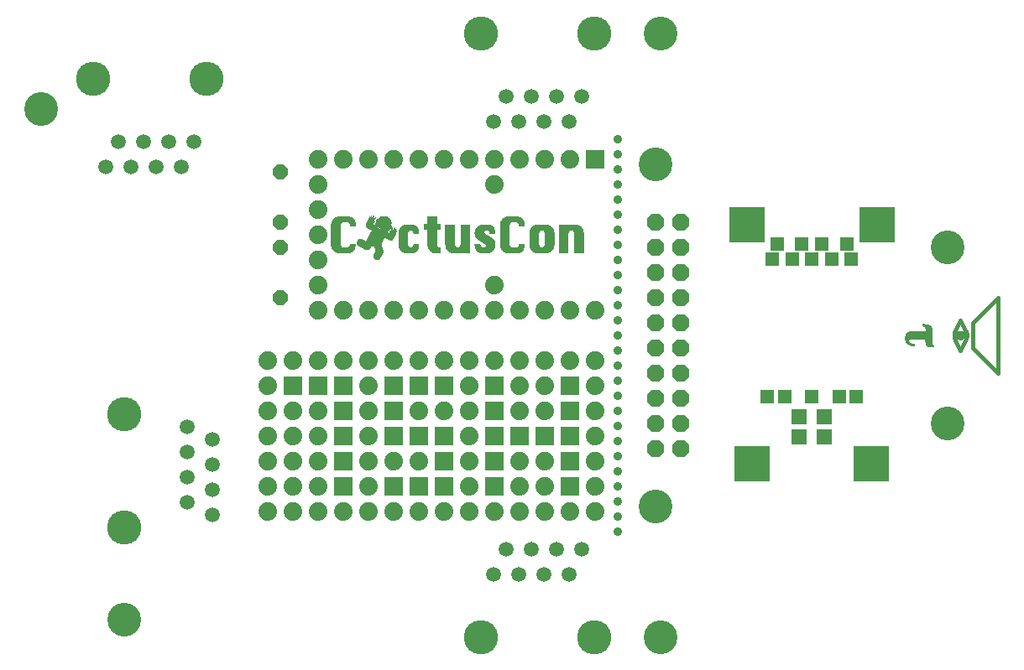
<source format=gts>
G75*
%MOIN*%
%OFA0B0*%
%FSLAX24Y24*%
%IPPOS*%
%LPD*%
%AMOC8*
5,1,8,0,0,1.08239X$1,22.5*
%
%ADD10C,0.1340*%
%ADD11C,0.0356*%
%ADD12C,0.0160*%
%ADD13C,0.0000*%
%ADD14C,0.0001*%
%ADD15OC8,0.0600*%
%ADD16R,0.1386X0.1386*%
%ADD17R,0.0556X0.0556*%
%ADD18R,0.0642X0.0642*%
%ADD19OC8,0.0680*%
%ADD20C,0.0740*%
%ADD21R,0.0740X0.0740*%
%ADD22C,0.0595*%
%ADD23C,0.1360*%
D10*
X001880Y024375D03*
X005180Y004075D03*
X026480Y027375D03*
X026480Y003375D03*
X037880Y018875D03*
X026280Y022175D03*
X026280Y008575D03*
X037880Y011875D03*
D11*
X024780Y023175D03*
X024780Y022575D03*
X024780Y021975D03*
X024780Y021375D03*
X024780Y020775D03*
X024780Y020175D03*
X024780Y019575D03*
X024780Y018975D03*
X024780Y018375D03*
X024780Y017775D03*
X024780Y017175D03*
X024780Y016575D03*
X024780Y015975D03*
X024780Y015375D03*
X024780Y014775D03*
X024780Y014175D03*
X024780Y013575D03*
X024780Y012975D03*
X024780Y012375D03*
X024780Y011775D03*
X024780Y011175D03*
X024780Y010575D03*
X024780Y009975D03*
X024780Y009375D03*
X024780Y008775D03*
X024780Y008175D03*
X024780Y007575D03*
D12*
X039880Y016875D02*
X038880Y015875D01*
X038880Y014875D01*
X039880Y013875D01*
X039880Y016875D01*
X038380Y015975D02*
X038180Y015575D01*
X038163Y015537D01*
X038150Y015498D01*
X038141Y015457D01*
X038135Y015416D01*
X038133Y015375D01*
X038135Y015334D01*
X038141Y015293D01*
X038150Y015252D01*
X038163Y015213D01*
X038180Y015175D01*
X038380Y014775D01*
X038580Y015175D01*
X038597Y015213D01*
X038610Y015252D01*
X038619Y015293D01*
X038625Y015334D01*
X038627Y015375D01*
X038625Y015416D01*
X038619Y015457D01*
X038610Y015498D01*
X038597Y015537D01*
X038580Y015575D01*
X038380Y015975D01*
X038280Y015375D02*
X038282Y015395D01*
X038288Y015413D01*
X038297Y015431D01*
X038309Y015446D01*
X038324Y015458D01*
X038342Y015467D01*
X038360Y015473D01*
X038380Y015475D01*
X038400Y015473D01*
X038418Y015467D01*
X038436Y015458D01*
X038451Y015446D01*
X038463Y015431D01*
X038472Y015413D01*
X038478Y015395D01*
X038480Y015375D01*
X038478Y015355D01*
X038472Y015337D01*
X038463Y015319D01*
X038451Y015304D01*
X038436Y015292D01*
X038418Y015283D01*
X038400Y015277D01*
X038380Y015275D01*
X038360Y015277D01*
X038342Y015283D01*
X038324Y015292D01*
X038309Y015304D01*
X038297Y015319D01*
X038288Y015337D01*
X038282Y015355D01*
X038280Y015375D01*
D13*
X036189Y015338D02*
X036192Y015351D01*
X036196Y015364D01*
X036200Y015377D01*
X036205Y015390D01*
X036210Y015402D01*
X036217Y015414D01*
X036224Y015426D01*
X036232Y015437D01*
X036241Y015447D01*
X036251Y015457D01*
X036260Y015466D01*
X036271Y015475D01*
X036281Y015483D01*
X036293Y015490D01*
X036304Y015497D01*
X036316Y015503D01*
X036329Y015508D01*
X036341Y015512D01*
X036354Y015516D01*
X036367Y015520D01*
X036380Y015523D01*
X036393Y015525D01*
X036406Y015527D01*
X036420Y015528D01*
X036433Y015528D01*
X036446Y015529D01*
X036460Y015529D01*
X036473Y015529D01*
X036487Y015530D01*
X036500Y015530D01*
X036513Y015530D01*
X036527Y015530D01*
X036540Y015530D01*
X036554Y015530D01*
X036567Y015530D01*
X036580Y015530D01*
X036594Y015530D01*
X036607Y015531D01*
X036620Y015531D01*
X036634Y015531D01*
X036647Y015531D01*
X036661Y015531D01*
X036674Y015531D01*
X036687Y015531D01*
X036701Y015531D01*
X036714Y015531D01*
X036728Y015531D01*
X036741Y015531D01*
X036755Y015531D01*
X036768Y015531D01*
X036781Y015531D01*
X036795Y015531D01*
X036808Y015531D01*
X036822Y015531D01*
X036835Y015531D01*
X036849Y015531D01*
X036862Y015531D01*
X036876Y015531D01*
X036889Y015531D01*
X036903Y015531D01*
X036916Y015531D01*
X036929Y015531D01*
X036943Y015531D01*
X036956Y015531D01*
X036970Y015531D01*
X036983Y015531D01*
X036997Y015531D01*
X036997Y015584D01*
X036997Y015597D01*
X036996Y015610D01*
X036996Y015623D01*
X036995Y015636D01*
X036994Y015649D01*
X036992Y015662D01*
X036990Y015674D01*
X036987Y015687D01*
X036983Y015699D01*
X036977Y015711D01*
X036969Y015721D01*
X036960Y015730D01*
X036948Y015736D01*
X036936Y015741D01*
X036923Y015744D01*
X036910Y015747D01*
X036897Y015750D01*
X036889Y015758D01*
X036889Y015770D01*
X036888Y015782D01*
X036888Y015814D01*
X036899Y015813D01*
X036910Y015812D01*
X036920Y015812D01*
X036931Y015811D01*
X036945Y015810D01*
X036958Y015809D01*
X036972Y015808D01*
X036986Y015806D01*
X037000Y015805D01*
X037013Y015803D01*
X037027Y015800D01*
X037040Y015798D01*
X037054Y015795D01*
X037067Y015791D01*
X037080Y015787D01*
X037093Y015782D01*
X037106Y015777D01*
X037118Y015771D01*
X037130Y015765D01*
X037142Y015758D01*
X037153Y015751D01*
X037163Y015743D01*
X037173Y015735D01*
X037182Y015725D01*
X037191Y015715D01*
X037199Y015705D01*
X037206Y015693D01*
X037212Y015682D01*
X037217Y015670D01*
X037222Y015657D01*
X037226Y015645D01*
X037229Y015632D01*
X037232Y015619D01*
X037235Y015607D01*
X037237Y015594D01*
X037238Y015581D01*
X037239Y015568D01*
X037240Y015555D01*
X037240Y015543D01*
X037240Y015530D01*
X037240Y015517D01*
X037240Y015504D01*
X037240Y015491D01*
X037240Y015478D01*
X037240Y015464D01*
X037240Y015450D01*
X037239Y015437D01*
X037239Y015423D01*
X037239Y015410D01*
X037239Y015396D01*
X037238Y015383D01*
X037238Y015369D01*
X037237Y015356D01*
X037237Y015342D01*
X037236Y015329D01*
X037236Y015315D01*
X037235Y015302D01*
X037235Y015288D01*
X037234Y015274D01*
X037234Y015261D01*
X037233Y015247D01*
X037233Y015233D01*
X037232Y015220D01*
X037232Y015206D01*
X037231Y015193D01*
X037231Y015179D01*
X037231Y015165D01*
X037230Y015152D01*
X037230Y015138D01*
X037230Y015125D01*
X037230Y015112D01*
X037230Y015099D01*
X037230Y015087D01*
X037230Y015074D01*
X037231Y015061D01*
X037231Y015049D01*
X037233Y015036D01*
X037236Y015024D01*
X037241Y015011D01*
X037248Y014999D01*
X037257Y014988D01*
X037268Y014980D01*
X037282Y014976D01*
X037296Y014974D01*
X037296Y014912D01*
X037284Y014913D01*
X037272Y014913D01*
X037259Y014914D01*
X037234Y014914D01*
X037221Y014915D01*
X037208Y014916D01*
X037194Y014917D01*
X037181Y014918D01*
X037168Y014919D01*
X037154Y014921D01*
X037141Y014924D01*
X037128Y014927D01*
X037116Y014931D01*
X037103Y014935D01*
X037091Y014940D01*
X037078Y014946D01*
X037067Y014953D01*
X037056Y014961D01*
X037046Y014970D01*
X037037Y014980D01*
X037029Y014991D01*
X037022Y015002D01*
X037016Y015014D01*
X037010Y015026D01*
X037006Y015039D01*
X037002Y015052D01*
X036999Y015065D01*
X036996Y015078D01*
X036994Y015092D01*
X036992Y015105D01*
X036990Y015118D01*
X036988Y015132D01*
X036987Y015145D01*
X036986Y015158D01*
X036985Y015172D01*
X036984Y015185D01*
X036983Y015197D01*
X036982Y015209D01*
X036982Y015221D01*
X036968Y015221D01*
X036955Y015221D01*
X036942Y015220D01*
X036928Y015220D01*
X036915Y015220D01*
X036902Y015220D01*
X036889Y015220D01*
X036875Y015220D01*
X036862Y015220D01*
X036849Y015220D01*
X036835Y015220D01*
X036822Y015220D01*
X036809Y015220D01*
X036796Y015220D01*
X036782Y015220D01*
X036769Y015220D01*
X036756Y015220D01*
X036742Y015220D01*
X036729Y015220D01*
X036716Y015220D01*
X036703Y015220D01*
X036689Y015220D01*
X036676Y015220D01*
X036663Y015220D01*
X036636Y015219D01*
X036622Y015219D01*
X036609Y015219D01*
X036596Y015219D01*
X036582Y015219D01*
X036569Y015219D01*
X036556Y015219D01*
X036542Y015219D01*
X036529Y015219D01*
X036516Y015219D01*
X036502Y015219D01*
X036489Y015219D01*
X036476Y015219D01*
X036462Y015218D01*
X036449Y015218D01*
X036435Y015218D01*
X036422Y015218D01*
X036409Y015218D01*
X036395Y015217D01*
X036382Y015216D01*
X036369Y015215D01*
X036356Y015212D01*
X036344Y015205D01*
X036333Y015197D01*
X036324Y015186D01*
X036318Y015174D01*
X036315Y015160D01*
X036314Y015146D01*
X036316Y015133D01*
X036320Y015120D01*
X036327Y015108D01*
X036336Y015097D01*
X036345Y015087D01*
X036356Y015079D01*
X036368Y015071D01*
X036380Y015064D01*
X036392Y015058D01*
X036404Y015052D01*
X036417Y015047D01*
X036430Y015043D01*
X036443Y015039D01*
X036456Y015037D01*
X036470Y015034D01*
X036483Y015032D01*
X036497Y015030D01*
X036510Y015029D01*
X036523Y015027D01*
X036536Y015026D01*
X036549Y015024D01*
X036549Y014964D01*
X036521Y014964D01*
X036507Y014964D01*
X036494Y014965D01*
X036480Y014966D01*
X036466Y014968D01*
X036453Y014970D01*
X036439Y014973D01*
X036426Y014976D01*
X036413Y014979D01*
X036400Y014982D01*
X036387Y014987D01*
X036374Y014991D01*
X036361Y014996D01*
X036348Y015001D01*
X036336Y015007D01*
X036324Y015014D01*
X036312Y015020D01*
X036301Y015028D01*
X036290Y015036D01*
X036279Y015044D01*
X036269Y015053D01*
X036259Y015062D01*
X036250Y015072D01*
X036241Y015083D01*
X036233Y015094D01*
X036226Y015105D01*
X036219Y015117D01*
X036213Y015129D01*
X036207Y015142D01*
X036203Y015155D01*
X036199Y015167D01*
X036195Y015181D01*
X036192Y015193D01*
X036190Y015206D01*
X036189Y015220D01*
X036187Y015233D01*
X036186Y015246D01*
X036186Y015259D01*
X036185Y015272D01*
X036185Y015285D01*
X036186Y015298D01*
X036186Y015312D01*
X036187Y015325D01*
X036189Y015338D01*
X019474Y019769D02*
X019466Y019769D01*
X019458Y019769D01*
X019450Y019768D01*
X019442Y019768D01*
X019434Y019768D01*
X019425Y019768D01*
X019417Y019768D01*
X019409Y019767D01*
X019401Y019767D01*
X019393Y019766D01*
X019385Y019766D01*
X019377Y019765D01*
X019369Y019764D01*
X019361Y019763D01*
X019354Y019762D01*
X019346Y019761D01*
X019338Y019759D01*
X019330Y019757D01*
X019322Y019755D01*
X019314Y019752D01*
X019307Y019749D01*
X019299Y019746D01*
X019292Y019743D01*
X019284Y019740D01*
X019277Y019736D01*
X019269Y019732D01*
X019262Y019729D01*
X019255Y019724D01*
X019248Y019720D01*
X019241Y019716D01*
X019234Y019711D01*
X019228Y019707D01*
X019221Y019702D01*
X019215Y019697D01*
X019208Y019691D01*
X019196Y019681D01*
X019190Y019675D01*
X019184Y019669D01*
X019179Y019663D01*
X019173Y019657D01*
X019168Y019651D01*
X019163Y019645D01*
X019157Y019639D01*
X019152Y019632D01*
X019148Y019626D01*
X019143Y019619D01*
X019139Y019612D01*
X019134Y019605D01*
X019130Y019598D01*
X019126Y019591D01*
X019123Y019584D01*
X019119Y019576D01*
X019116Y019569D01*
X019112Y019561D01*
X019109Y019554D01*
X019106Y019546D01*
X019104Y019538D01*
X019101Y019531D01*
X019099Y019523D01*
X019097Y019515D01*
X019095Y019507D01*
X019094Y019499D01*
X019093Y019491D01*
X019092Y019483D01*
X019091Y019474D01*
X019091Y019466D01*
X019090Y019458D01*
X019090Y019442D01*
X019091Y019434D01*
X019091Y019425D01*
X019091Y019417D01*
X019092Y019409D01*
X019093Y019401D01*
X019094Y019393D01*
X019095Y019385D01*
X019096Y019377D01*
X019097Y019369D01*
X019099Y019361D01*
X019100Y019353D01*
X019102Y019345D01*
X019104Y019337D01*
X019107Y019329D01*
X019109Y019321D01*
X019112Y019314D01*
X019115Y019306D01*
X019119Y019299D01*
X019122Y019292D01*
X019126Y019285D01*
X019131Y019278D01*
X019136Y019271D01*
X019141Y019265D01*
X019146Y019259D01*
X019151Y019253D01*
X019157Y019247D01*
X019163Y019242D01*
X019169Y019236D01*
X019175Y019231D01*
X019181Y019225D01*
X019187Y019220D01*
X019193Y019215D01*
X019200Y019210D01*
X019206Y019205D01*
X019213Y019200D01*
X019219Y019195D01*
X019232Y019186D01*
X019239Y019181D01*
X019245Y019177D01*
X019252Y019172D01*
X019259Y019168D01*
X019266Y019163D01*
X019272Y019159D01*
X019279Y019154D01*
X019286Y019150D01*
X019293Y019145D01*
X019299Y019141D01*
X019306Y019137D01*
X019313Y019132D01*
X019320Y019128D01*
X019327Y019124D01*
X019334Y019119D01*
X019340Y019115D01*
X019347Y019111D01*
X019354Y019106D01*
X019361Y019102D01*
X019368Y019098D01*
X019375Y019093D01*
X019382Y019089D01*
X019388Y019085D01*
X019395Y019081D01*
X019402Y019077D01*
X019409Y019072D01*
X019416Y019068D01*
X019423Y019064D01*
X019430Y019059D01*
X019437Y019055D01*
X019444Y019050D01*
X019451Y019045D01*
X019457Y019041D01*
X019464Y019036D01*
X019471Y019031D01*
X019477Y019026D01*
X019484Y019021D01*
X019490Y019016D01*
X019497Y019011D01*
X019503Y019005D01*
X019509Y019000D01*
X019514Y018994D01*
X019520Y018988D01*
X019525Y018982D01*
X019530Y018975D01*
X019534Y018968D01*
X019537Y018960D01*
X019538Y018952D01*
X019537Y018944D01*
X019536Y018936D01*
X019535Y018928D01*
X019533Y018920D01*
X019530Y018913D01*
X019526Y018906D01*
X019522Y018899D01*
X019517Y018893D01*
X019511Y018887D01*
X019505Y018882D01*
X019499Y018877D01*
X019492Y018873D01*
X019485Y018869D01*
X019477Y018866D01*
X019470Y018864D01*
X019462Y018862D01*
X019454Y018860D01*
X019446Y018858D01*
X019438Y018857D01*
X019431Y018856D01*
X019423Y018856D01*
X019415Y018856D01*
X019399Y018856D01*
X019392Y018856D01*
X019384Y018857D01*
X019376Y018858D01*
X019369Y018859D01*
X019362Y018862D01*
X019355Y018865D01*
X019349Y018869D01*
X019342Y018874D01*
X019336Y018880D01*
X019330Y018886D01*
X019325Y018891D01*
X019320Y018898D01*
X019316Y018905D01*
X019312Y018912D01*
X019308Y018919D01*
X019305Y018926D01*
X019302Y018934D01*
X019299Y018941D01*
X019297Y018949D01*
X019295Y018957D01*
X019293Y018965D01*
X019291Y018973D01*
X019290Y018981D01*
X019288Y018988D01*
X019287Y018996D01*
X019285Y019004D01*
X019087Y019004D01*
X019088Y018996D01*
X019089Y018989D01*
X019089Y018982D01*
X019090Y018974D01*
X019090Y018967D01*
X019091Y018959D01*
X019092Y018952D01*
X019092Y018944D01*
X019093Y018936D01*
X019094Y018928D01*
X019095Y018920D01*
X019097Y018911D01*
X019098Y018903D01*
X019100Y018895D01*
X019101Y018887D01*
X019103Y018879D01*
X019105Y018871D01*
X019107Y018863D01*
X019110Y018855D01*
X019112Y018848D01*
X019115Y018840D01*
X019118Y018832D01*
X019121Y018825D01*
X019124Y018817D01*
X019127Y018809D01*
X019131Y018802D01*
X019134Y018795D01*
X019138Y018787D01*
X019143Y018780D01*
X019147Y018773D01*
X019151Y018767D01*
X019156Y018760D01*
X019161Y018753D01*
X019166Y018747D01*
X019172Y018741D01*
X019177Y018735D01*
X019184Y018729D01*
X019190Y018724D01*
X019196Y018719D01*
X019203Y018714D01*
X019210Y018710D01*
X019217Y018705D01*
X019224Y018701D01*
X019231Y018697D01*
X019238Y018693D01*
X019246Y018689D01*
X019253Y018686D01*
X019260Y018682D01*
X019268Y018679D01*
X019276Y018676D01*
X019283Y018673D01*
X019291Y018671D01*
X019299Y018668D01*
X019307Y018666D01*
X019315Y018664D01*
X019323Y018663D01*
X019331Y018662D01*
X019339Y018661D01*
X019347Y018660D01*
X019355Y018659D01*
X019363Y018658D01*
X019371Y018658D01*
X019380Y018657D01*
X019388Y018657D01*
X019396Y018656D01*
X019404Y018656D01*
X019412Y018656D01*
X019420Y018656D01*
X019428Y018655D01*
X019436Y018655D01*
X019444Y018655D01*
X019452Y018655D01*
X019460Y018655D01*
X019469Y018655D01*
X019493Y018655D01*
X019501Y018655D01*
X019509Y018655D01*
X019517Y018655D01*
X019525Y018655D01*
X019533Y018655D01*
X019541Y018655D01*
X019550Y018656D01*
X019558Y018656D01*
X019566Y018656D01*
X019574Y018657D01*
X019582Y018657D01*
X019590Y018658D01*
X019598Y018658D01*
X019606Y018659D01*
X019614Y018659D01*
X019622Y018660D01*
X019630Y018662D01*
X019638Y018663D01*
X019646Y018664D01*
X019654Y018667D01*
X019661Y018669D01*
X019669Y018671D01*
X019677Y018674D01*
X019684Y018677D01*
X019692Y018680D01*
X019699Y018683D01*
X019706Y018687D01*
X019713Y018691D01*
X019720Y018694D01*
X019727Y018699D01*
X019734Y018703D01*
X019740Y018707D01*
X019747Y018712D01*
X019753Y018717D01*
X019759Y018722D01*
X019765Y018727D01*
X019771Y018733D01*
X019777Y018738D01*
X019783Y018744D01*
X019788Y018749D01*
X019794Y018755D01*
X019800Y018761D01*
X019805Y018767D01*
X019810Y018773D01*
X019815Y018779D01*
X019820Y018786D01*
X019825Y018792D01*
X019830Y018799D01*
X019834Y018806D01*
X019839Y018813D01*
X019843Y018820D01*
X019847Y018827D01*
X019851Y018834D01*
X019854Y018841D01*
X019858Y018849D01*
X019861Y018856D01*
X019864Y018863D01*
X019867Y018871D01*
X019869Y018879D01*
X019872Y018887D01*
X019874Y018894D01*
X019876Y018902D01*
X019878Y018910D01*
X019880Y018918D01*
X019882Y018926D01*
X019883Y018934D01*
X019884Y018942D01*
X019885Y018950D01*
X019886Y018958D01*
X019886Y018966D01*
X019887Y018974D01*
X019887Y018982D01*
X019887Y018991D01*
X019887Y018999D01*
X019886Y019007D01*
X019886Y019015D01*
X019885Y019023D01*
X019884Y019031D01*
X019882Y019039D01*
X019881Y019047D01*
X019879Y019055D01*
X019878Y019063D01*
X019876Y019071D01*
X019874Y019079D01*
X019872Y019086D01*
X019869Y019094D01*
X019867Y019102D01*
X019864Y019110D01*
X019862Y019117D01*
X019859Y019125D01*
X019856Y019132D01*
X019852Y019140D01*
X019848Y019147D01*
X019844Y019153D01*
X019839Y019160D01*
X019833Y019166D01*
X019828Y019171D01*
X019822Y019177D01*
X019816Y019182D01*
X019810Y019188D01*
X019804Y019193D01*
X019798Y019198D01*
X019792Y019203D01*
X019785Y019208D01*
X019779Y019213D01*
X019773Y019218D01*
X019766Y019222D01*
X019760Y019227D01*
X019753Y019232D01*
X019747Y019236D01*
X019740Y019241D01*
X019734Y019245D01*
X019727Y019250D01*
X019720Y019254D01*
X019714Y019259D01*
X019707Y019263D01*
X019700Y019267D01*
X019693Y019271D01*
X019687Y019276D01*
X019680Y019280D01*
X019673Y019284D01*
X019666Y019288D01*
X019659Y019292D01*
X019652Y019297D01*
X019646Y019301D01*
X019639Y019305D01*
X019632Y019309D01*
X019625Y019313D01*
X019618Y019318D01*
X019611Y019322D01*
X019604Y019326D01*
X019597Y019330D01*
X019591Y019335D01*
X019584Y019339D01*
X019577Y019343D01*
X019570Y019348D01*
X019563Y019352D01*
X019557Y019357D01*
X019550Y019361D01*
X019543Y019365D01*
X019537Y019370D01*
X019530Y019375D01*
X019523Y019379D01*
X019517Y019384D01*
X019510Y019389D01*
X019504Y019393D01*
X019497Y019398D01*
X019491Y019403D01*
X019484Y019408D01*
X019478Y019413D01*
X019472Y019419D01*
X019466Y019424D01*
X019461Y019430D01*
X019455Y019436D01*
X019450Y019442D01*
X019445Y019449D01*
X019442Y019456D01*
X019439Y019464D01*
X019439Y019472D01*
X019439Y019480D01*
X019440Y019488D01*
X019441Y019495D01*
X019444Y019503D01*
X019447Y019511D01*
X019450Y019518D01*
X019455Y019525D01*
X019460Y019531D01*
X019465Y019536D01*
X019472Y019542D01*
X019478Y019546D01*
X019485Y019550D01*
X019492Y019554D01*
X019499Y019557D01*
X019507Y019560D01*
X019515Y019562D01*
X019522Y019564D01*
X019530Y019566D01*
X019538Y019567D01*
X019546Y019568D01*
X019554Y019569D01*
X019563Y019570D01*
X019571Y019570D01*
X019579Y019570D01*
X019587Y019569D01*
X019595Y019568D01*
X019603Y019566D01*
X019611Y019564D01*
X019619Y019560D01*
X019626Y019556D01*
X019632Y019551D01*
X019639Y019546D01*
X019644Y019540D01*
X019649Y019533D01*
X019654Y019527D01*
X019659Y019520D01*
X019662Y019512D01*
X019666Y019505D01*
X019670Y019498D01*
X019673Y019490D01*
X019676Y019483D01*
X019679Y019475D01*
X019681Y019467D01*
X019684Y019459D01*
X019686Y019451D01*
X019689Y019443D01*
X019691Y019436D01*
X019693Y019427D01*
X019700Y019424D01*
X019708Y019422D01*
X019716Y019421D01*
X019724Y019420D01*
X019732Y019420D01*
X019740Y019420D01*
X019748Y019420D01*
X019756Y019419D01*
X019764Y019419D01*
X019772Y019419D01*
X019881Y019419D01*
X019880Y019426D01*
X019879Y019434D01*
X019878Y019441D01*
X019877Y019449D01*
X019876Y019456D01*
X019875Y019464D01*
X019873Y019480D01*
X019872Y019488D01*
X019871Y019495D01*
X019871Y019503D01*
X019870Y019511D01*
X019869Y019519D01*
X019868Y019527D01*
X019866Y019535D01*
X019864Y019543D01*
X019861Y019559D01*
X019858Y019567D01*
X019856Y019575D01*
X019854Y019582D01*
X019851Y019590D01*
X019848Y019598D01*
X019845Y019605D01*
X019842Y019612D01*
X019838Y019620D01*
X019835Y019627D01*
X019831Y019634D01*
X019827Y019641D01*
X019823Y019648D01*
X019819Y019655D01*
X019814Y019662D01*
X019809Y019668D01*
X019804Y019675D01*
X019799Y019681D01*
X019794Y019687D01*
X019788Y019693D01*
X019782Y019698D01*
X019776Y019704D01*
X019770Y019709D01*
X019764Y019714D01*
X019750Y019723D01*
X019743Y019728D01*
X019736Y019732D01*
X019729Y019736D01*
X019722Y019739D01*
X019715Y019743D01*
X019707Y019746D01*
X019699Y019749D01*
X019692Y019751D01*
X019684Y019753D01*
X019676Y019755D01*
X019668Y019757D01*
X019660Y019759D01*
X019652Y019760D01*
X019644Y019761D01*
X019636Y019762D01*
X019628Y019763D01*
X019620Y019764D01*
X019612Y019765D01*
X019604Y019766D01*
X019595Y019766D01*
X019587Y019767D01*
X019579Y019767D01*
X019571Y019768D01*
X019563Y019768D01*
X019555Y019768D01*
X019547Y019768D01*
X019538Y019768D01*
X019530Y019769D01*
X019522Y019769D01*
X019514Y019769D01*
X019474Y019769D01*
X017216Y020085D02*
X017216Y019782D01*
X017071Y019782D01*
X017071Y019584D01*
X017216Y019584D01*
X017216Y019211D01*
X017217Y019203D01*
X017217Y019171D01*
X017217Y019162D01*
X017217Y019146D01*
X017217Y019138D01*
X017217Y019121D01*
X017217Y019113D01*
X017217Y019097D01*
X017217Y019089D01*
X017217Y019081D01*
X017218Y019072D01*
X017218Y019064D01*
X017218Y019048D01*
X017218Y019040D01*
X017218Y019032D01*
X017218Y019023D01*
X017219Y019015D01*
X017219Y019007D01*
X017219Y018999D01*
X017219Y018991D01*
X017219Y018983D01*
X017220Y018975D01*
X017220Y018966D01*
X017220Y018958D01*
X017220Y018950D01*
X017221Y018942D01*
X017221Y018934D01*
X017222Y018925D01*
X017223Y018917D01*
X017225Y018910D01*
X017227Y018902D01*
X017229Y018894D01*
X017232Y018887D01*
X017234Y018879D01*
X017237Y018872D01*
X017240Y018864D01*
X017243Y018857D01*
X017246Y018849D01*
X017249Y018842D01*
X017253Y018835D01*
X017256Y018828D01*
X017260Y018821D01*
X017264Y018814D01*
X017268Y018807D01*
X017273Y018800D01*
X017278Y018794D01*
X017282Y018787D01*
X017287Y018781D01*
X017293Y018775D01*
X017298Y018769D01*
X017303Y018763D01*
X017309Y018757D01*
X017314Y018751D01*
X017320Y018745D01*
X017326Y018740D01*
X017332Y018735D01*
X017338Y018729D01*
X017345Y018724D01*
X017351Y018719D01*
X017357Y018714D01*
X017364Y018710D01*
X017370Y018705D01*
X017377Y018701D01*
X017384Y018696D01*
X017391Y018692D01*
X017398Y018688D01*
X017405Y018684D01*
X017412Y018681D01*
X017419Y018677D01*
X017427Y018674D01*
X017434Y018671D01*
X017442Y018668D01*
X017449Y018666D01*
X017457Y018664D01*
X017465Y018662D01*
X017473Y018660D01*
X017481Y018659D01*
X017489Y018659D01*
X017497Y018658D01*
X017505Y018658D01*
X017513Y018657D01*
X017520Y018657D01*
X017529Y018657D01*
X017537Y018656D01*
X017545Y018656D01*
X017552Y018656D01*
X017560Y018656D01*
X017569Y018656D01*
X017577Y018655D01*
X017584Y018655D01*
X017592Y018655D01*
X017600Y018655D01*
X017632Y018655D01*
X017640Y018655D01*
X017664Y018655D01*
X017672Y018655D01*
X017703Y018655D01*
X017711Y018654D01*
X017711Y018850D01*
X017704Y018851D01*
X017696Y018852D01*
X017689Y018852D01*
X017682Y018853D01*
X017674Y018854D01*
X017666Y018854D01*
X017658Y018856D01*
X017650Y018857D01*
X017643Y018859D01*
X017635Y018862D01*
X017628Y018866D01*
X017621Y018870D01*
X017614Y018875D01*
X017608Y018880D01*
X017603Y018886D01*
X017597Y018892D01*
X017592Y018898D01*
X017587Y018904D01*
X017582Y018911D01*
X017578Y018917D01*
X017574Y018922D01*
X017570Y018928D01*
X017566Y018934D01*
X017563Y018939D01*
X017563Y018955D01*
X017562Y018963D01*
X017562Y018988D01*
X017562Y018996D01*
X017562Y019020D01*
X017562Y019028D01*
X017562Y019060D01*
X017562Y019068D01*
X017562Y019092D01*
X017562Y019100D01*
X017562Y019125D01*
X017561Y019133D01*
X017561Y019165D01*
X017561Y019173D01*
X017561Y019197D01*
X017561Y019205D01*
X017561Y019229D01*
X017561Y019237D01*
X017561Y019270D01*
X017560Y019278D01*
X017560Y019302D01*
X017560Y019310D01*
X017560Y019342D01*
X017560Y019350D01*
X017560Y019375D01*
X017560Y019383D01*
X017560Y019415D01*
X017560Y019423D01*
X017560Y019447D01*
X017559Y019455D01*
X017559Y019479D01*
X017559Y019487D01*
X017559Y019520D01*
X017559Y019528D01*
X017559Y019552D01*
X017559Y019560D01*
X017559Y019584D01*
X017711Y019584D01*
X017711Y019782D01*
X017559Y019782D01*
X017559Y020085D01*
X017216Y020085D01*
X017922Y019769D02*
X017922Y019192D01*
X017922Y019184D01*
X017922Y019135D01*
X017922Y019127D01*
X017922Y019102D01*
X017923Y019094D01*
X017923Y019086D01*
X017923Y019078D01*
X017923Y019070D01*
X017923Y019062D01*
X017923Y019053D01*
X017923Y019045D01*
X017923Y019037D01*
X017923Y019029D01*
X017924Y019021D01*
X017924Y019012D01*
X017924Y019004D01*
X017924Y018996D01*
X017925Y018988D01*
X017925Y018980D01*
X017925Y018972D01*
X017926Y018964D01*
X017926Y018956D01*
X017927Y018947D01*
X017928Y018939D01*
X017928Y018931D01*
X017929Y018923D01*
X017930Y018915D01*
X017932Y018907D01*
X017933Y018899D01*
X017935Y018891D01*
X017937Y018883D01*
X017939Y018875D01*
X017942Y018868D01*
X017945Y018860D01*
X017948Y018853D01*
X017952Y018845D01*
X017955Y018838D01*
X017959Y018831D01*
X017963Y018824D01*
X017967Y018818D01*
X017971Y018811D01*
X017976Y018805D01*
X017980Y018799D01*
X017985Y018793D01*
X017990Y018787D01*
X017994Y018781D01*
X017999Y018775D01*
X018004Y018769D01*
X018010Y018764D01*
X018015Y018758D01*
X018026Y018747D01*
X018037Y018736D01*
X018043Y018731D01*
X018049Y018726D01*
X018055Y018721D01*
X018062Y018716D01*
X018068Y018711D01*
X018075Y018707D01*
X018081Y018703D01*
X018088Y018698D01*
X018095Y018694D01*
X018102Y018690D01*
X018109Y018687D01*
X018116Y018683D01*
X018123Y018680D01*
X018130Y018677D01*
X018137Y018674D01*
X018145Y018671D01*
X018153Y018669D01*
X018160Y018667D01*
X018168Y018665D01*
X018175Y018663D01*
X018183Y018661D01*
X018191Y018660D01*
X018199Y018659D01*
X018207Y018659D01*
X018215Y018658D01*
X018223Y018657D01*
X018231Y018657D01*
X018239Y018657D01*
X018247Y018656D01*
X018255Y018656D01*
X018263Y018656D01*
X018271Y018655D01*
X018279Y018655D01*
X018286Y018655D01*
X018295Y018655D01*
X018310Y018655D01*
X018318Y018655D01*
X018343Y018655D01*
X018351Y018655D01*
X018368Y018655D01*
X018376Y018655D01*
X018384Y018655D01*
X018392Y018656D01*
X018401Y018656D01*
X018409Y018656D01*
X018417Y018657D01*
X018425Y018658D01*
X018433Y018659D01*
X018441Y018660D01*
X018450Y018661D01*
X018458Y018663D01*
X018466Y018665D01*
X018473Y018668D01*
X018481Y018671D01*
X018488Y018674D01*
X018495Y018679D01*
X018502Y018683D01*
X018509Y018688D01*
X018516Y018692D01*
X018522Y018697D01*
X018529Y018701D01*
X018529Y018654D01*
X018878Y018654D01*
X018878Y019769D01*
X018529Y019769D01*
X018529Y018954D01*
X018525Y018947D01*
X018521Y018939D01*
X018518Y018932D01*
X018514Y018924D01*
X018510Y018918D01*
X018506Y018912D01*
X018502Y018906D01*
X018497Y018900D01*
X018492Y018895D01*
X018487Y018890D01*
X018482Y018884D01*
X018476Y018880D01*
X018470Y018875D01*
X018464Y018871D01*
X018458Y018867D01*
X018451Y018864D01*
X018444Y018861D01*
X018437Y018859D01*
X018430Y018857D01*
X018422Y018856D01*
X018415Y018856D01*
X018407Y018856D01*
X018400Y018855D01*
X018393Y018856D01*
X018385Y018856D01*
X018378Y018856D01*
X018370Y018857D01*
X018363Y018859D01*
X018356Y018861D01*
X018349Y018864D01*
X018342Y018867D01*
X018336Y018871D01*
X018330Y018875D01*
X018324Y018880D01*
X018318Y018884D01*
X018313Y018890D01*
X018308Y018895D01*
X018303Y018900D01*
X018298Y018906D01*
X018294Y018912D01*
X018290Y018918D01*
X018286Y018924D01*
X018283Y018932D01*
X018279Y018939D01*
X018275Y018947D01*
X018271Y018954D01*
X018271Y019769D01*
X017922Y019769D01*
X020550Y020086D02*
X020542Y020085D01*
X020517Y020085D01*
X020509Y020085D01*
X020501Y020085D01*
X020492Y020085D01*
X020484Y020085D01*
X020476Y020085D01*
X020468Y020085D01*
X020459Y020084D01*
X020451Y020084D01*
X020443Y020084D01*
X020435Y020084D01*
X020427Y020084D01*
X020418Y020083D01*
X020410Y020083D01*
X020402Y020082D01*
X020394Y020082D01*
X020386Y020081D01*
X020378Y020081D01*
X020369Y020080D01*
X020361Y020079D01*
X020353Y020077D01*
X020345Y020075D01*
X020337Y020073D01*
X020330Y020071D01*
X020322Y020068D01*
X020314Y020065D01*
X020306Y020062D01*
X020299Y020059D01*
X020291Y020056D01*
X020284Y020052D01*
X020277Y020048D01*
X020270Y020044D01*
X020263Y020040D01*
X020256Y020036D01*
X020249Y020032D01*
X020242Y020027D01*
X020235Y020022D01*
X020229Y020017D01*
X020223Y020012D01*
X020216Y020007D01*
X020210Y020001D01*
X020204Y019996D01*
X020198Y019990D01*
X020192Y019984D01*
X020187Y019978D01*
X020181Y019972D01*
X020176Y019966D01*
X020171Y019960D01*
X020166Y019953D01*
X020161Y019947D01*
X020156Y019940D01*
X020151Y019933D01*
X020147Y019926D01*
X020143Y019919D01*
X020139Y019912D01*
X020135Y019905D01*
X020131Y019898D01*
X020127Y019891D01*
X020124Y019883D01*
X020121Y019876D01*
X020118Y019868D01*
X020115Y019860D01*
X020113Y019852D01*
X020110Y019845D01*
X020108Y019837D01*
X020106Y019829D01*
X020105Y019821D01*
X020104Y019812D01*
X020103Y019804D01*
X020103Y019796D01*
X020102Y019788D01*
X020102Y019779D01*
X020101Y019771D01*
X020101Y019763D01*
X020101Y019755D01*
X020100Y019747D01*
X020100Y019738D01*
X020100Y019730D01*
X020100Y019722D01*
X020100Y019714D01*
X020099Y019697D01*
X020099Y019689D01*
X020099Y019681D01*
X020099Y019673D01*
X020099Y019664D01*
X020099Y019648D01*
X020099Y019640D01*
X020099Y019623D01*
X020099Y019615D01*
X020099Y019582D01*
X020098Y019574D01*
X020098Y019516D01*
X020098Y019508D01*
X020098Y019286D01*
X020098Y019278D01*
X020098Y019228D01*
X020099Y019220D01*
X020099Y019196D01*
X020099Y019188D01*
X020099Y019163D01*
X020099Y019155D01*
X020099Y019138D01*
X020099Y019130D01*
X020099Y019122D01*
X020099Y019114D01*
X020099Y019097D01*
X020100Y019089D01*
X020100Y019081D01*
X020100Y019073D01*
X020100Y019065D01*
X020100Y019057D01*
X020100Y019048D01*
X020100Y019040D01*
X020100Y019032D01*
X020101Y019024D01*
X020101Y019016D01*
X020101Y019007D01*
X020101Y018999D01*
X020101Y018991D01*
X020101Y018983D01*
X020102Y018975D01*
X020102Y018967D01*
X020102Y018958D01*
X020102Y018950D01*
X020103Y018942D01*
X020103Y018934D01*
X020104Y018925D01*
X020105Y018917D01*
X020106Y018909D01*
X020108Y018901D01*
X020110Y018894D01*
X020113Y018886D01*
X020116Y018878D01*
X020119Y018870D01*
X020122Y018863D01*
X020125Y018855D01*
X020128Y018848D01*
X020132Y018841D01*
X020136Y018833D01*
X020140Y018826D01*
X020144Y018819D01*
X020149Y018812D01*
X020153Y018806D01*
X020158Y018799D01*
X020163Y018792D01*
X020168Y018786D01*
X020173Y018779D01*
X020178Y018773D01*
X020184Y018767D01*
X020189Y018761D01*
X020195Y018755D01*
X020201Y018749D01*
X020207Y018744D01*
X020213Y018738D01*
X020219Y018733D01*
X020225Y018727D01*
X020231Y018722D01*
X020238Y018717D01*
X020244Y018712D01*
X020251Y018707D01*
X020258Y018703D01*
X020265Y018699D01*
X020272Y018694D01*
X020279Y018690D01*
X020286Y018686D01*
X020293Y018683D01*
X020301Y018679D01*
X020309Y018676D01*
X020316Y018673D01*
X020324Y018670D01*
X020332Y018668D01*
X020339Y018665D01*
X020347Y018663D01*
X020355Y018662D01*
X020364Y018660D01*
X020372Y018659D01*
X020380Y018659D01*
X020388Y018658D01*
X020396Y018658D01*
X020405Y018658D01*
X020413Y018657D01*
X020421Y018657D01*
X020429Y018657D01*
X020438Y018656D01*
X020446Y018656D01*
X020462Y018656D01*
X020470Y018656D01*
X020479Y018656D01*
X020487Y018655D01*
X020495Y018655D01*
X020503Y018655D01*
X020520Y018655D01*
X020528Y018655D01*
X020594Y018655D01*
X020602Y018655D01*
X020619Y018655D01*
X020627Y018655D01*
X020635Y018655D01*
X020643Y018656D01*
X020652Y018656D01*
X020660Y018656D01*
X020668Y018656D01*
X020676Y018656D01*
X020685Y018656D01*
X020693Y018656D01*
X020701Y018657D01*
X020709Y018657D01*
X020718Y018657D01*
X020726Y018657D01*
X020734Y018658D01*
X020742Y018658D01*
X020751Y018658D01*
X020759Y018658D01*
X020767Y018659D01*
X020775Y018659D01*
X020784Y018660D01*
X020792Y018660D01*
X020800Y018661D01*
X020808Y018662D01*
X020816Y018663D01*
X020825Y018664D01*
X020832Y018666D01*
X020840Y018668D01*
X020848Y018670D01*
X020856Y018672D01*
X020864Y018675D01*
X020872Y018678D01*
X020879Y018681D01*
X020887Y018684D01*
X020894Y018687D01*
X020902Y018691D01*
X020909Y018695D01*
X020916Y018699D01*
X020923Y018704D01*
X020929Y018708D01*
X020936Y018713D01*
X020942Y018719D01*
X020949Y018724D01*
X020955Y018730D01*
X020960Y018735D01*
X020966Y018741D01*
X020971Y018748D01*
X020976Y018754D01*
X020981Y018761D01*
X020986Y018767D01*
X020990Y018774D01*
X020995Y018781D01*
X020998Y018789D01*
X021002Y018796D01*
X021006Y018803D01*
X021009Y018811D01*
X021012Y018818D01*
X021015Y018826D01*
X021018Y018834D01*
X021021Y018841D01*
X021023Y018849D01*
X021025Y018857D01*
X021027Y018865D01*
X021031Y018881D01*
X021033Y018889D01*
X021034Y018897D01*
X021035Y018906D01*
X021037Y018914D01*
X021038Y018922D01*
X021039Y018930D01*
X021039Y018938D01*
X021040Y018946D01*
X021041Y018953D01*
X021041Y018961D01*
X021042Y018968D01*
X021043Y018975D01*
X021043Y018982D01*
X021044Y018989D01*
X021044Y018997D01*
X021045Y019004D01*
X020912Y019004D01*
X020904Y019004D01*
X020897Y019004D01*
X020889Y019003D01*
X020881Y019003D01*
X020874Y019002D01*
X020866Y019001D01*
X020859Y018998D01*
X020856Y018991D01*
X020856Y018983D01*
X020854Y018975D01*
X020853Y018968D01*
X020850Y018960D01*
X020848Y018952D01*
X020845Y018944D01*
X020842Y018937D01*
X020839Y018930D01*
X020835Y018922D01*
X020832Y018915D01*
X020828Y018908D01*
X020824Y018901D01*
X020819Y018894D01*
X020814Y018888D01*
X020808Y018882D01*
X020802Y018877D01*
X020795Y018872D01*
X020788Y018868D01*
X020781Y018865D01*
X020773Y018862D01*
X020765Y018860D01*
X020757Y018858D01*
X020749Y018857D01*
X020741Y018856D01*
X020733Y018855D01*
X020725Y018854D01*
X020717Y018854D01*
X020709Y018853D01*
X020700Y018853D01*
X020692Y018853D01*
X020659Y018853D01*
X020651Y018853D01*
X020643Y018853D01*
X020635Y018853D01*
X020627Y018853D01*
X020619Y018854D01*
X020611Y018854D01*
X020603Y018854D01*
X020596Y018854D01*
X020588Y018854D01*
X020580Y018855D01*
X020572Y018855D01*
X020564Y018856D01*
X020556Y018856D01*
X020549Y018857D01*
X020541Y018858D01*
X020533Y018860D01*
X020526Y018863D01*
X020519Y018867D01*
X020512Y018871D01*
X020506Y018875D01*
X020500Y018880D01*
X020494Y018884D01*
X020489Y018890D01*
X020484Y018895D01*
X020479Y018900D01*
X020474Y018906D01*
X020470Y018912D01*
X020466Y018918D01*
X020462Y018924D01*
X020459Y018932D01*
X020455Y018939D01*
X020451Y018947D01*
X020448Y018954D01*
X020448Y019786D01*
X020451Y019793D01*
X020455Y019800D01*
X020459Y019808D01*
X020462Y019815D01*
X020466Y019822D01*
X020470Y019828D01*
X020474Y019834D01*
X020479Y019839D01*
X020484Y019845D01*
X020489Y019850D01*
X020494Y019855D01*
X020500Y019860D01*
X020506Y019864D01*
X020511Y019868D01*
X020517Y019872D01*
X020523Y019876D01*
X020529Y019880D01*
X020534Y019884D01*
X020699Y019884D01*
X020707Y019884D01*
X020715Y019884D01*
X020723Y019884D01*
X020731Y019884D01*
X020739Y019883D01*
X020747Y019883D01*
X020754Y019882D01*
X020762Y019881D01*
X020770Y019879D01*
X020778Y019877D01*
X020785Y019873D01*
X020792Y019869D01*
X020798Y019864D01*
X020804Y019859D01*
X020810Y019853D01*
X020815Y019847D01*
X020820Y019841D01*
X020824Y019834D01*
X020828Y019827D01*
X020833Y019820D01*
X020836Y019813D01*
X020840Y019806D01*
X020843Y019799D01*
X020846Y019791D01*
X020848Y019784D01*
X020851Y019776D01*
X020853Y019768D01*
X020854Y019761D01*
X020855Y019754D01*
X020856Y019748D01*
X020857Y019742D01*
X020858Y019736D01*
X021050Y019736D01*
X021049Y019743D01*
X021049Y019750D01*
X021048Y019757D01*
X021047Y019764D01*
X021047Y019772D01*
X021046Y019779D01*
X021045Y019786D01*
X021045Y019794D01*
X021044Y019802D01*
X021043Y019810D01*
X021042Y019818D01*
X021041Y019826D01*
X021040Y019834D01*
X021038Y019842D01*
X021037Y019850D01*
X021035Y019858D01*
X021033Y019866D01*
X021032Y019874D01*
X021030Y019882D01*
X021027Y019890D01*
X021025Y019897D01*
X021022Y019905D01*
X021019Y019913D01*
X021016Y019920D01*
X021013Y019928D01*
X021010Y019935D01*
X021006Y019942D01*
X021002Y019949D01*
X020998Y019956D01*
X020993Y019963D01*
X020989Y019970D01*
X020984Y019976D01*
X020979Y019983D01*
X020974Y019989D01*
X020969Y019995D01*
X020963Y020001D01*
X020957Y020007D01*
X020951Y020013D01*
X020945Y020018D01*
X020939Y020024D01*
X020933Y020029D01*
X020926Y020034D01*
X020919Y020038D01*
X020913Y020043D01*
X020905Y020047D01*
X020898Y020051D01*
X020891Y020054D01*
X020883Y020058D01*
X020876Y020061D01*
X020868Y020064D01*
X020860Y020067D01*
X020852Y020069D01*
X020845Y020071D01*
X020836Y020073D01*
X020829Y020075D01*
X020820Y020077D01*
X020812Y020078D01*
X020804Y020079D01*
X020796Y020079D01*
X020788Y020080D01*
X020780Y020081D01*
X020771Y020081D01*
X020763Y020081D01*
X020755Y020082D01*
X020747Y020082D01*
X020739Y020083D01*
X020730Y020083D01*
X020722Y020083D01*
X020714Y020083D01*
X020706Y020084D01*
X020698Y020084D01*
X020689Y020084D01*
X020681Y020084D01*
X020673Y020084D01*
X020665Y020085D01*
X020657Y020085D01*
X020648Y020085D01*
X020640Y020085D01*
X020632Y020085D01*
X020624Y020085D01*
X020616Y020085D01*
X020607Y020085D01*
X020583Y020085D01*
X020574Y020086D01*
X020550Y020086D01*
X013837Y020086D02*
X013828Y020085D01*
X013804Y020085D01*
X013796Y020085D01*
X013787Y020085D01*
X013779Y020085D01*
X013771Y020085D01*
X013763Y020085D01*
X013754Y020085D01*
X013746Y020084D01*
X013738Y020084D01*
X013730Y020084D01*
X013722Y020084D01*
X013713Y020084D01*
X013705Y020083D01*
X013697Y020083D01*
X013689Y020082D01*
X013681Y020082D01*
X013672Y020081D01*
X013664Y020081D01*
X013656Y020080D01*
X013648Y020079D01*
X013640Y020077D01*
X013632Y020075D01*
X013624Y020073D01*
X013616Y020071D01*
X013609Y020068D01*
X013601Y020065D01*
X013593Y020062D01*
X013586Y020059D01*
X013578Y020056D01*
X013571Y020052D01*
X013564Y020048D01*
X013556Y020044D01*
X013549Y020040D01*
X013542Y020036D01*
X013536Y020032D01*
X013529Y020027D01*
X013522Y020022D01*
X013516Y020017D01*
X013509Y020012D01*
X013503Y020007D01*
X013497Y020001D01*
X013491Y019996D01*
X013485Y019990D01*
X013479Y019984D01*
X013474Y019978D01*
X013468Y019972D01*
X013463Y019966D01*
X013458Y019960D01*
X013453Y019953D01*
X013448Y019947D01*
X013443Y019940D01*
X013438Y019933D01*
X013434Y019926D01*
X013430Y019919D01*
X013426Y019912D01*
X013422Y019905D01*
X013418Y019898D01*
X013414Y019891D01*
X013411Y019883D01*
X013408Y019876D01*
X013405Y019868D01*
X013402Y019860D01*
X013399Y019852D01*
X013397Y019845D01*
X013395Y019837D01*
X013393Y019829D01*
X013392Y019821D01*
X013391Y019812D01*
X013390Y019804D01*
X013389Y019796D01*
X013389Y019788D01*
X013388Y019779D01*
X013388Y019771D01*
X013388Y019763D01*
X013387Y019755D01*
X013387Y019747D01*
X013387Y019738D01*
X013387Y019730D01*
X013387Y019722D01*
X013387Y019714D01*
X013386Y019705D01*
X013386Y019697D01*
X013386Y019689D01*
X013386Y019681D01*
X013386Y019673D01*
X013386Y019664D01*
X013386Y019648D01*
X013386Y019640D01*
X013386Y019623D01*
X013385Y019615D01*
X013385Y019582D01*
X013385Y019574D01*
X013385Y019508D01*
X013385Y019500D01*
X013385Y019294D01*
X013385Y019286D01*
X013385Y019237D01*
X013385Y019228D01*
X013385Y019196D01*
X013386Y019188D01*
X013386Y019163D01*
X013386Y019155D01*
X013386Y019138D01*
X013386Y019130D01*
X013386Y019122D01*
X013386Y019114D01*
X013386Y019097D01*
X013386Y019089D01*
X013386Y019081D01*
X013387Y019073D01*
X013387Y019065D01*
X013387Y019057D01*
X013387Y019048D01*
X013387Y019040D01*
X013387Y019032D01*
X013387Y019024D01*
X013387Y019016D01*
X013388Y019007D01*
X013388Y018999D01*
X013388Y018991D01*
X013388Y018983D01*
X013388Y018975D01*
X013389Y018967D01*
X013389Y018958D01*
X013389Y018950D01*
X013390Y018942D01*
X013390Y018934D01*
X013391Y018925D01*
X013392Y018917D01*
X013393Y018909D01*
X013395Y018901D01*
X013397Y018894D01*
X013400Y018886D01*
X013402Y018878D01*
X013405Y018870D01*
X013408Y018863D01*
X013412Y018855D01*
X013415Y018848D01*
X013419Y018841D01*
X013423Y018833D01*
X013427Y018826D01*
X013431Y018819D01*
X013436Y018812D01*
X013440Y018806D01*
X013445Y018799D01*
X013450Y018792D01*
X013455Y018786D01*
X013460Y018779D01*
X013465Y018773D01*
X013471Y018767D01*
X013476Y018761D01*
X013482Y018755D01*
X013488Y018749D01*
X013494Y018744D01*
X013500Y018738D01*
X013506Y018733D01*
X013512Y018727D01*
X013518Y018722D01*
X013525Y018717D01*
X013531Y018712D01*
X013538Y018707D01*
X013545Y018703D01*
X013552Y018699D01*
X013559Y018694D01*
X013566Y018690D01*
X013573Y018686D01*
X013580Y018683D01*
X013588Y018679D01*
X013595Y018676D01*
X013603Y018673D01*
X013611Y018670D01*
X013618Y018668D01*
X013626Y018665D01*
X013634Y018663D01*
X013642Y018662D01*
X013650Y018660D01*
X013658Y018659D01*
X013667Y018659D01*
X013675Y018658D01*
X013683Y018658D01*
X013691Y018658D01*
X013700Y018657D01*
X013708Y018657D01*
X013716Y018657D01*
X013724Y018656D01*
X013733Y018656D01*
X013741Y018656D01*
X013749Y018656D01*
X013757Y018656D01*
X013766Y018656D01*
X013774Y018655D01*
X013782Y018655D01*
X013790Y018655D01*
X013807Y018655D01*
X013815Y018655D01*
X013881Y018655D01*
X013889Y018655D01*
X013906Y018655D01*
X013914Y018655D01*
X013922Y018655D01*
X013930Y018656D01*
X013938Y018656D01*
X013947Y018656D01*
X013955Y018656D01*
X013963Y018656D01*
X013971Y018656D01*
X013980Y018656D01*
X013988Y018657D01*
X013996Y018657D01*
X014004Y018657D01*
X014013Y018657D01*
X014021Y018658D01*
X014029Y018658D01*
X014037Y018658D01*
X014046Y018658D01*
X014054Y018659D01*
X014062Y018659D01*
X014070Y018660D01*
X014079Y018660D01*
X014087Y018661D01*
X014095Y018662D01*
X014103Y018663D01*
X014111Y018664D01*
X014119Y018666D01*
X014127Y018668D01*
X014135Y018670D01*
X014143Y018672D01*
X014151Y018675D01*
X014159Y018678D01*
X014166Y018681D01*
X014174Y018684D01*
X014181Y018687D01*
X014188Y018691D01*
X014196Y018695D01*
X014203Y018699D01*
X014209Y018704D01*
X014216Y018708D01*
X014223Y018713D01*
X014229Y018719D01*
X014235Y018724D01*
X014241Y018730D01*
X014247Y018735D01*
X014253Y018741D01*
X014258Y018748D01*
X014263Y018754D01*
X014268Y018761D01*
X014273Y018767D01*
X014277Y018774D01*
X014281Y018781D01*
X014285Y018789D01*
X014289Y018796D01*
X014293Y018803D01*
X014296Y018811D01*
X014299Y018818D01*
X014302Y018826D01*
X014305Y018834D01*
X014308Y018841D01*
X014310Y018849D01*
X014312Y018857D01*
X014314Y018865D01*
X014316Y018873D01*
X014318Y018881D01*
X014320Y018889D01*
X014321Y018897D01*
X014322Y018906D01*
X014323Y018914D01*
X014324Y018922D01*
X014325Y018930D01*
X014326Y018938D01*
X014327Y018946D01*
X014328Y018953D01*
X014328Y018961D01*
X014329Y018968D01*
X014329Y018975D01*
X014330Y018982D01*
X014330Y018989D01*
X014331Y018997D01*
X014332Y019004D01*
X014199Y019004D01*
X014191Y019004D01*
X014184Y019004D01*
X014176Y019003D01*
X014168Y019003D01*
X014161Y019002D01*
X014153Y019001D01*
X014146Y018998D01*
X014143Y018991D01*
X014143Y018983D01*
X014141Y018975D01*
X014139Y018968D01*
X014137Y018960D01*
X014135Y018952D01*
X014132Y018944D01*
X014129Y018937D01*
X014126Y018930D01*
X014122Y018922D01*
X014119Y018915D01*
X014115Y018908D01*
X014111Y018901D01*
X014106Y018894D01*
X014101Y018888D01*
X014095Y018882D01*
X014089Y018877D01*
X014082Y018872D01*
X014075Y018868D01*
X014067Y018865D01*
X014060Y018862D01*
X014052Y018860D01*
X014044Y018858D01*
X014036Y018857D01*
X014028Y018856D01*
X014020Y018855D01*
X014012Y018854D01*
X014003Y018854D01*
X013995Y018853D01*
X013987Y018853D01*
X013979Y018853D01*
X013946Y018853D01*
X013938Y018853D01*
X013930Y018853D01*
X013922Y018853D01*
X013914Y018853D01*
X013906Y018854D01*
X013898Y018854D01*
X013890Y018854D01*
X013882Y018854D01*
X013875Y018854D01*
X013867Y018855D01*
X013859Y018855D01*
X013851Y018856D01*
X013843Y018856D01*
X013835Y018857D01*
X013828Y018858D01*
X013820Y018860D01*
X013813Y018863D01*
X013806Y018867D01*
X013799Y018871D01*
X013793Y018875D01*
X013787Y018880D01*
X013781Y018884D01*
X013776Y018890D01*
X013771Y018895D01*
X013766Y018900D01*
X013761Y018906D01*
X013757Y018912D01*
X013753Y018918D01*
X013749Y018924D01*
X013746Y018932D01*
X013742Y018939D01*
X013738Y018947D01*
X013734Y018954D01*
X013734Y019786D01*
X013738Y019793D01*
X013742Y019800D01*
X013746Y019808D01*
X013749Y019815D01*
X013753Y019822D01*
X013757Y019828D01*
X013761Y019834D01*
X013766Y019839D01*
X013771Y019845D01*
X013776Y019850D01*
X013781Y019855D01*
X013787Y019860D01*
X013793Y019864D01*
X013799Y019868D01*
X013804Y019872D01*
X013810Y019876D01*
X013816Y019880D01*
X013821Y019884D01*
X013986Y019884D01*
X013994Y019884D01*
X014002Y019884D01*
X014010Y019884D01*
X014017Y019884D01*
X014025Y019883D01*
X014033Y019883D01*
X014041Y019882D01*
X014049Y019881D01*
X014057Y019879D01*
X014065Y019877D01*
X014072Y019873D01*
X014079Y019869D01*
X014085Y019864D01*
X014091Y019859D01*
X014097Y019853D01*
X014102Y019847D01*
X014107Y019841D01*
X014111Y019834D01*
X014115Y019827D01*
X014119Y019820D01*
X014123Y019813D01*
X014127Y019806D01*
X014130Y019799D01*
X014133Y019791D01*
X014135Y019784D01*
X014138Y019776D01*
X014140Y019768D01*
X014141Y019761D01*
X014142Y019754D01*
X014143Y019748D01*
X014144Y019742D01*
X014145Y019736D01*
X014336Y019736D01*
X014336Y019743D01*
X014335Y019750D01*
X014335Y019757D01*
X014334Y019764D01*
X014334Y019772D01*
X014333Y019779D01*
X014332Y019786D01*
X014331Y019794D01*
X014331Y019802D01*
X014330Y019810D01*
X014329Y019818D01*
X014328Y019826D01*
X014327Y019834D01*
X014325Y019842D01*
X014324Y019850D01*
X014322Y019858D01*
X014320Y019866D01*
X014318Y019874D01*
X014316Y019882D01*
X014314Y019890D01*
X014312Y019897D01*
X014309Y019905D01*
X014306Y019913D01*
X014303Y019920D01*
X014300Y019928D01*
X014296Y019935D01*
X014293Y019942D01*
X014289Y019949D01*
X014285Y019956D01*
X014280Y019963D01*
X014276Y019970D01*
X014271Y019976D01*
X014266Y019983D01*
X014261Y019989D01*
X014255Y019995D01*
X014250Y020001D01*
X014244Y020007D01*
X014238Y020013D01*
X014232Y020018D01*
X014226Y020024D01*
X014220Y020029D01*
X014213Y020034D01*
X014206Y020038D01*
X014199Y020043D01*
X014192Y020047D01*
X014185Y020051D01*
X014178Y020054D01*
X014170Y020058D01*
X014162Y020061D01*
X014155Y020064D01*
X014147Y020067D01*
X014139Y020069D01*
X014131Y020071D01*
X014123Y020073D01*
X014115Y020075D01*
X014107Y020077D01*
X014099Y020078D01*
X014091Y020079D01*
X014083Y020079D01*
X014075Y020080D01*
X014066Y020081D01*
X014058Y020081D01*
X014050Y020081D01*
X014034Y020082D01*
X014025Y020083D01*
X014017Y020083D01*
X014009Y020083D01*
X014001Y020083D01*
X013993Y020084D01*
X013984Y020084D01*
X013976Y020084D01*
X013968Y020084D01*
X013960Y020084D01*
X013952Y020085D01*
X013943Y020085D01*
X013935Y020085D01*
X013927Y020085D01*
X013919Y020085D01*
X013910Y020085D01*
X013902Y020085D01*
X013894Y020085D01*
X013869Y020085D01*
X013861Y020086D01*
X013837Y020086D01*
X021752Y018654D02*
X021794Y018654D01*
X021802Y018655D01*
X021818Y018655D01*
X021826Y018655D01*
X021834Y018655D01*
X021843Y018655D01*
X021851Y018655D01*
X021859Y018655D01*
X021867Y018655D01*
X021875Y018656D01*
X021883Y018656D01*
X021891Y018656D01*
X021899Y018656D01*
X021907Y018657D01*
X021915Y018657D01*
X021924Y018657D01*
X021932Y018658D01*
X021940Y018658D01*
X021948Y018659D01*
X021956Y018659D01*
X021964Y018660D01*
X021972Y018662D01*
X021980Y018664D01*
X021988Y018666D01*
X021996Y018668D01*
X022004Y018671D01*
X022012Y018673D01*
X022019Y018676D01*
X022027Y018679D01*
X022034Y018683D01*
X022041Y018686D01*
X022049Y018690D01*
X022056Y018694D01*
X022063Y018698D01*
X022070Y018703D01*
X022077Y018707D01*
X022083Y018712D01*
X022090Y018717D01*
X022097Y018722D01*
X022103Y018727D01*
X022109Y018732D01*
X022115Y018737D01*
X022122Y018743D01*
X022127Y018749D01*
X022133Y018754D01*
X022139Y018760D01*
X022144Y018766D01*
X022150Y018773D01*
X022155Y018779D01*
X022160Y018785D01*
X022165Y018792D01*
X022170Y018799D01*
X022174Y018805D01*
X022179Y018812D01*
X022183Y018819D01*
X022187Y018826D01*
X022191Y018834D01*
X022195Y018841D01*
X022198Y018848D01*
X022202Y018856D01*
X022205Y018863D01*
X022208Y018871D01*
X022211Y018879D01*
X022213Y018886D01*
X022216Y018894D01*
X022218Y018902D01*
X022219Y018910D01*
X022221Y018918D01*
X022222Y018926D01*
X022222Y018934D01*
X022223Y018942D01*
X022223Y018950D01*
X022224Y018959D01*
X022224Y018967D01*
X022225Y018975D01*
X022225Y018983D01*
X022225Y018991D01*
X022226Y018999D01*
X022226Y019008D01*
X022226Y019016D01*
X022227Y019024D01*
X022227Y019032D01*
X022227Y019040D01*
X022227Y019048D01*
X022227Y019057D01*
X022228Y019065D01*
X022228Y019073D01*
X022228Y019081D01*
X022228Y019089D01*
X022228Y019097D01*
X022229Y019105D01*
X022229Y019114D01*
X022229Y019122D01*
X022229Y019138D01*
X022229Y019146D01*
X022229Y019163D01*
X022229Y019171D01*
X022229Y019252D01*
X022229Y019261D01*
X022229Y019277D01*
X022229Y019285D01*
X022229Y019301D01*
X022229Y019309D01*
X022229Y019318D01*
X022228Y019326D01*
X022228Y019334D01*
X022228Y019342D01*
X022228Y019350D01*
X022228Y019358D01*
X022227Y019367D01*
X022227Y019375D01*
X022227Y019383D01*
X022227Y019391D01*
X022227Y019399D01*
X022226Y019408D01*
X022226Y019416D01*
X022226Y019424D01*
X022225Y019432D01*
X022225Y019440D01*
X022225Y019448D01*
X022224Y019456D01*
X022224Y019464D01*
X022223Y019473D01*
X022223Y019481D01*
X022222Y019489D01*
X022222Y019497D01*
X022221Y019505D01*
X022219Y019513D01*
X022218Y019521D01*
X022216Y019529D01*
X022213Y019537D01*
X022211Y019545D01*
X022208Y019552D01*
X022205Y019560D01*
X022202Y019568D01*
X022198Y019575D01*
X022195Y019582D01*
X022191Y019590D01*
X022187Y019597D01*
X022183Y019604D01*
X022179Y019611D01*
X022174Y019618D01*
X022170Y019625D01*
X022165Y019631D01*
X022160Y019638D01*
X022155Y019644D01*
X022150Y019650D01*
X022144Y019657D01*
X022139Y019663D01*
X022133Y019669D01*
X022127Y019675D01*
X022122Y019680D01*
X022115Y019686D01*
X022109Y019691D01*
X022103Y019696D01*
X022097Y019702D01*
X022090Y019707D01*
X022083Y019711D01*
X022077Y019716D01*
X022070Y019721D01*
X022063Y019725D01*
X022056Y019729D01*
X022049Y019733D01*
X022041Y019737D01*
X022034Y019740D01*
X022027Y019744D01*
X022019Y019747D01*
X022012Y019750D01*
X022004Y019753D01*
X021996Y019755D01*
X021988Y019757D01*
X021980Y019759D01*
X021972Y019761D01*
X021964Y019763D01*
X021956Y019764D01*
X021948Y019764D01*
X021940Y019765D01*
X021931Y019766D01*
X021923Y019766D01*
X021915Y019766D01*
X021907Y019767D01*
X021898Y019767D01*
X021890Y019768D01*
X021882Y019768D01*
X021874Y019768D01*
X021866Y019768D01*
X021857Y019768D01*
X021849Y019769D01*
X021841Y019769D01*
X021833Y019769D01*
X021824Y019769D01*
X021816Y019769D01*
X021808Y019769D01*
X021743Y019769D01*
X021744Y019568D01*
X021757Y019568D01*
X021765Y019567D01*
X021772Y019567D01*
X021780Y019566D01*
X021787Y019565D01*
X021794Y019562D01*
X021801Y019560D01*
X021808Y019556D01*
X021814Y019552D01*
X021820Y019548D01*
X021826Y019543D01*
X021832Y019539D01*
X021837Y019534D01*
X021842Y019528D01*
X021847Y019523D01*
X021852Y019517D01*
X021856Y019511D01*
X021860Y019505D01*
X021864Y019499D01*
X021867Y019491D01*
X021870Y019484D01*
X021873Y019476D01*
X021874Y019468D01*
X021875Y019460D01*
X021876Y019452D01*
X021876Y019444D01*
X021877Y019436D01*
X021877Y019428D01*
X021877Y019420D01*
X021878Y019412D01*
X021878Y019404D01*
X021878Y019396D01*
X021878Y019388D01*
X021878Y019380D01*
X021878Y019372D01*
X021878Y019364D01*
X021878Y019332D01*
X021879Y019324D01*
X021879Y019099D01*
X021878Y019091D01*
X021878Y019059D01*
X021878Y019051D01*
X021878Y019043D01*
X021878Y019035D01*
X021878Y019027D01*
X021878Y019019D01*
X021878Y019011D01*
X021877Y019003D01*
X021877Y018995D01*
X021877Y018987D01*
X021876Y018979D01*
X021876Y018971D01*
X021875Y018963D01*
X021874Y018955D01*
X021873Y018947D01*
X021870Y018939D01*
X021867Y018932D01*
X021864Y018924D01*
X021860Y018918D01*
X021856Y018911D01*
X021851Y018905D01*
X021846Y018898D01*
X021840Y018893D01*
X021835Y018887D01*
X021829Y018882D01*
X021823Y018877D01*
X021816Y018873D01*
X021809Y018869D01*
X021802Y018866D01*
X021795Y018863D01*
X021788Y018861D01*
X021780Y018859D01*
X021773Y018857D01*
X021765Y018856D01*
X021757Y018855D01*
X021751Y018854D01*
X021752Y018654D01*
X022439Y019769D02*
X022439Y018654D01*
X022789Y018654D01*
X022789Y019469D01*
X022792Y019477D01*
X022796Y019484D01*
X022800Y019491D01*
X022803Y019499D01*
X022807Y019505D01*
X022811Y019511D01*
X022815Y019517D01*
X022820Y019523D01*
X022825Y019528D01*
X022830Y019534D01*
X022835Y019539D01*
X022841Y019543D01*
X022847Y019548D01*
X022853Y019552D01*
X022860Y019556D01*
X022866Y019560D01*
X022873Y019562D01*
X022880Y019565D01*
X022887Y019566D01*
X022895Y019567D01*
X022902Y019567D01*
X022910Y019568D01*
X022925Y019568D01*
X022932Y019567D01*
X022940Y019567D01*
X022947Y019566D01*
X022954Y019565D01*
X022962Y019562D01*
X022968Y019560D01*
X022975Y019556D01*
X022981Y019552D01*
X022988Y019548D01*
X022993Y019543D01*
X022999Y019539D01*
X023004Y019534D01*
X023010Y019528D01*
X023015Y019523D01*
X023019Y019517D01*
X023023Y019511D01*
X023027Y019505D01*
X023031Y019499D01*
X023035Y019491D01*
X023038Y019484D01*
X023042Y019477D01*
X023046Y019469D01*
X023046Y018654D01*
X023395Y018654D01*
X023395Y019223D01*
X023395Y019231D01*
X023395Y019288D01*
X023395Y019296D01*
X023395Y019313D01*
X023395Y019321D01*
X023395Y019337D01*
X023395Y019345D01*
X023395Y019354D01*
X023394Y019362D01*
X023394Y019370D01*
X023394Y019378D01*
X023394Y019386D01*
X023394Y019394D01*
X023394Y019402D01*
X023393Y019411D01*
X023393Y019419D01*
X023393Y019427D01*
X023393Y019435D01*
X023392Y019443D01*
X023392Y019451D01*
X023391Y019459D01*
X023391Y019467D01*
X023390Y019476D01*
X023390Y019484D01*
X023389Y019492D01*
X023388Y019500D01*
X023387Y019508D01*
X023386Y019516D01*
X023384Y019524D01*
X023383Y019532D01*
X023380Y019540D01*
X023378Y019548D01*
X023375Y019555D01*
X023372Y019563D01*
X023369Y019571D01*
X023365Y019578D01*
X023362Y019585D01*
X023358Y019592D01*
X023355Y019600D01*
X023350Y019606D01*
X023346Y019613D01*
X023342Y019620D01*
X023337Y019627D01*
X023332Y019633D01*
X023327Y019639D01*
X023322Y019646D01*
X023316Y019651D01*
X023311Y019657D01*
X023305Y019663D01*
X023300Y019669D01*
X023294Y019675D01*
X023288Y019680D01*
X023282Y019686D01*
X023276Y019691D01*
X023270Y019696D01*
X023264Y019701D01*
X023257Y019706D01*
X023251Y019711D01*
X023244Y019716D01*
X023237Y019720D01*
X023230Y019724D01*
X023223Y019728D01*
X023216Y019732D01*
X023209Y019736D01*
X023202Y019739D01*
X023194Y019743D01*
X023187Y019746D01*
X023179Y019749D01*
X023171Y019752D01*
X023164Y019754D01*
X023156Y019757D01*
X023148Y019758D01*
X023140Y019760D01*
X023132Y019762D01*
X023124Y019763D01*
X023116Y019764D01*
X023108Y019765D01*
X023100Y019766D01*
X023091Y019766D01*
X023083Y019767D01*
X023075Y019767D01*
X023067Y019768D01*
X023059Y019768D01*
X023051Y019768D01*
X023002Y019768D01*
X022994Y019768D01*
X022985Y019768D01*
X022977Y019768D01*
X022969Y019768D01*
X022961Y019767D01*
X022953Y019767D01*
X022945Y019767D01*
X022937Y019767D01*
X022929Y019767D01*
X022921Y019767D01*
X022913Y019766D01*
X022905Y019766D01*
X022897Y019766D01*
X022889Y019766D01*
X022881Y019766D01*
X022873Y019766D01*
X022865Y019766D01*
X022857Y019765D01*
X022850Y019761D01*
X022843Y019757D01*
X022836Y019753D01*
X022829Y019749D01*
X022823Y019744D01*
X022816Y019740D01*
X022809Y019736D01*
X022802Y019732D01*
X022795Y019727D01*
X022789Y019723D01*
X022789Y019769D01*
X022439Y019769D01*
X021752Y018654D02*
X021751Y018854D01*
X021750Y018854D01*
X021742Y018854D01*
X021734Y018854D01*
X021727Y018855D01*
X021719Y018856D01*
X021712Y018859D01*
X021704Y018861D01*
X021697Y018865D01*
X021689Y018869D01*
X021683Y018873D01*
X021676Y018878D01*
X021669Y018883D01*
X021663Y018888D01*
X021657Y018894D01*
X021652Y018900D01*
X021647Y018906D01*
X021642Y018913D01*
X021638Y018920D01*
X021634Y018927D01*
X021631Y018935D01*
X021629Y018943D01*
X021627Y018951D01*
X021626Y018959D01*
X021625Y018967D01*
X021624Y018975D01*
X021624Y018983D01*
X021623Y018991D01*
X021623Y018999D01*
X021623Y019008D01*
X021623Y019016D01*
X021623Y019024D01*
X021622Y019032D01*
X021622Y019040D01*
X021622Y019049D01*
X021622Y019057D01*
X021622Y019073D01*
X021622Y019081D01*
X021622Y019114D01*
X021622Y019122D01*
X021622Y019356D01*
X021622Y019364D01*
X021622Y019380D01*
X021622Y019388D01*
X021622Y019396D01*
X021622Y019404D01*
X021622Y019412D01*
X021623Y019420D01*
X021623Y019428D01*
X021623Y019436D01*
X021624Y019444D01*
X021624Y019452D01*
X021625Y019460D01*
X021626Y019468D01*
X021628Y019476D01*
X021630Y019484D01*
X021633Y019491D01*
X021636Y019499D01*
X021640Y019505D01*
X021644Y019511D01*
X021648Y019517D01*
X021653Y019523D01*
X021658Y019528D01*
X021663Y019534D01*
X021668Y019539D01*
X021674Y019543D01*
X021680Y019548D01*
X021686Y019552D01*
X021692Y019556D01*
X021699Y019560D01*
X021706Y019562D01*
X021713Y019565D01*
X021720Y019566D01*
X021728Y019567D01*
X021735Y019567D01*
X021743Y019568D01*
X021744Y019568D01*
X021743Y019769D01*
X021726Y019769D01*
X021717Y019769D01*
X021709Y019769D01*
X021701Y019769D01*
X021693Y019769D01*
X021685Y019769D01*
X021676Y019768D01*
X021668Y019768D01*
X021660Y019768D01*
X021652Y019768D01*
X021643Y019768D01*
X021635Y019767D01*
X021627Y019767D01*
X021619Y019767D01*
X021610Y019766D01*
X021602Y019766D01*
X021594Y019766D01*
X021586Y019765D01*
X021578Y019765D01*
X021569Y019764D01*
X021561Y019764D01*
X021553Y019763D01*
X021545Y019763D01*
X021537Y019762D01*
X021528Y019761D01*
X021520Y019759D01*
X021513Y019757D01*
X021505Y019755D01*
X021497Y019752D01*
X021490Y019750D01*
X021482Y019747D01*
X021475Y019744D01*
X021467Y019741D01*
X021460Y019737D01*
X021453Y019734D01*
X021446Y019730D01*
X021439Y019726D01*
X021432Y019721D01*
X021425Y019717D01*
X021419Y019713D01*
X021412Y019708D01*
X021406Y019703D01*
X021400Y019698D01*
X021394Y019693D01*
X021388Y019687D01*
X021382Y019682D01*
X021376Y019676D01*
X021370Y019671D01*
X021364Y019665D01*
X021359Y019659D01*
X021354Y019653D01*
X021348Y019647D01*
X021343Y019641D01*
X021338Y019635D01*
X021333Y019628D01*
X021324Y019615D01*
X021319Y019609D01*
X021315Y019602D01*
X021311Y019595D01*
X021307Y019588D01*
X021304Y019581D01*
X021300Y019573D01*
X021297Y019566D01*
X021294Y019559D01*
X021291Y019551D01*
X021289Y019543D01*
X021286Y019536D01*
X021284Y019528D01*
X021282Y019520D01*
X021280Y019512D01*
X021279Y019504D01*
X021278Y019496D01*
X021277Y019488D01*
X021277Y019479D01*
X021276Y019471D01*
X021276Y019463D01*
X021275Y019455D01*
X021275Y019446D01*
X021275Y019438D01*
X021274Y019430D01*
X021274Y019422D01*
X021274Y019413D01*
X021274Y019405D01*
X021273Y019397D01*
X021273Y019389D01*
X021273Y019381D01*
X021273Y019372D01*
X021273Y019364D01*
X021272Y019356D01*
X021272Y019348D01*
X021272Y019339D01*
X021272Y019331D01*
X021272Y019323D01*
X021272Y019315D01*
X021272Y019306D01*
X021272Y019298D01*
X021271Y019290D01*
X021271Y019282D01*
X021271Y019273D01*
X021271Y019240D01*
X021271Y019232D01*
X021271Y019191D01*
X021271Y019183D01*
X021271Y019150D01*
X021271Y019141D01*
X021271Y019133D01*
X021272Y019125D01*
X021272Y019117D01*
X021272Y019108D01*
X021272Y019100D01*
X021272Y019092D01*
X021272Y019084D01*
X021272Y019076D01*
X021272Y019067D01*
X021273Y019059D01*
X021273Y019051D01*
X021273Y019043D01*
X021273Y019034D01*
X021273Y019026D01*
X021274Y019018D01*
X021274Y019010D01*
X021274Y019002D01*
X021274Y018993D01*
X021275Y018985D01*
X021275Y018977D01*
X021275Y018969D01*
X021276Y018960D01*
X021276Y018952D01*
X021277Y018944D01*
X021277Y018936D01*
X021278Y018927D01*
X021279Y018919D01*
X021280Y018911D01*
X021282Y018903D01*
X021284Y018895D01*
X021286Y018887D01*
X021289Y018880D01*
X021291Y018872D01*
X021294Y018865D01*
X021297Y018857D01*
X021300Y018850D01*
X021304Y018843D01*
X021307Y018835D01*
X021311Y018828D01*
X021315Y018821D01*
X021319Y018815D01*
X021324Y018808D01*
X021328Y018801D01*
X021333Y018795D01*
X021338Y018788D01*
X021343Y018782D01*
X021348Y018776D01*
X021354Y018770D01*
X021359Y018764D01*
X021364Y018758D01*
X021370Y018753D01*
X021376Y018747D01*
X021382Y018742D01*
X021387Y018736D01*
X021393Y018731D01*
X021399Y018726D01*
X021405Y018721D01*
X021412Y018716D01*
X021418Y018711D01*
X021425Y018707D01*
X021431Y018703D01*
X021438Y018698D01*
X021445Y018694D01*
X021452Y018690D01*
X021459Y018687D01*
X021466Y018683D01*
X021473Y018680D01*
X021480Y018677D01*
X021487Y018674D01*
X021495Y018671D01*
X021503Y018669D01*
X021510Y018667D01*
X021518Y018665D01*
X021526Y018663D01*
X021534Y018662D01*
X021542Y018661D01*
X021550Y018660D01*
X021558Y018660D01*
X021566Y018659D01*
X021574Y018659D01*
X021582Y018658D01*
X021591Y018658D01*
X021599Y018658D01*
X021607Y018657D01*
X021615Y018657D01*
X021623Y018657D01*
X021631Y018656D01*
X021639Y018656D01*
X021647Y018656D01*
X021655Y018656D01*
X021664Y018656D01*
X021672Y018655D01*
X021680Y018655D01*
X021688Y018655D01*
X021696Y018655D01*
X021704Y018655D01*
X021721Y018655D01*
X021729Y018655D01*
X021745Y018655D01*
X021752Y018654D01*
X015655Y020041D02*
X015651Y020044D01*
X015645Y020049D01*
X015638Y020054D01*
X015632Y020059D01*
X015625Y020063D01*
X015618Y020067D01*
X015611Y020071D01*
X015604Y020075D01*
X015596Y020078D01*
X015589Y020082D01*
X015581Y020085D01*
X015574Y020088D01*
X015566Y020091D01*
X015558Y020094D01*
X015551Y020096D01*
X015543Y020098D01*
X015535Y020099D01*
X015527Y020101D01*
X015520Y020102D01*
X015511Y020103D01*
X015504Y020104D01*
X015496Y020104D01*
X015488Y020105D01*
X015480Y020105D01*
X015471Y020105D01*
X015464Y020105D01*
X015456Y020104D01*
X015448Y020104D01*
X015440Y020103D01*
X015432Y020102D01*
X015424Y020101D01*
X015416Y020100D01*
X015408Y020098D01*
X015400Y020096D01*
X015393Y020094D01*
X015385Y020092D01*
X015377Y020089D01*
X015370Y020087D01*
X015362Y020083D01*
X015355Y020080D01*
X015348Y020076D01*
X015342Y020071D01*
X015335Y020067D01*
X015328Y020063D01*
X015322Y020058D01*
X015315Y020053D01*
X015309Y020048D01*
X015303Y020043D01*
X015297Y020038D01*
X015291Y020033D01*
X015285Y020027D01*
X015279Y020022D01*
X015274Y020016D01*
X015269Y020010D01*
X015264Y020003D01*
X015259Y019997D01*
X015256Y019990D01*
X015249Y019988D01*
X015242Y019991D01*
X015229Y019999D01*
X015222Y020002D01*
X015215Y019999D01*
X015210Y019992D01*
X015206Y019986D01*
X015202Y019979D01*
X015198Y019972D01*
X015194Y019965D01*
X015190Y019958D01*
X015186Y019951D01*
X015183Y019945D01*
X015179Y019938D01*
X015176Y019931D01*
X015172Y019924D01*
X015169Y019917D01*
X015166Y019910D01*
X015164Y019903D01*
X015162Y019896D01*
X015160Y019888D01*
X015160Y019881D01*
X015159Y019873D01*
X015160Y019866D01*
X015160Y019858D01*
X015160Y019850D01*
X015160Y019842D01*
X015160Y019834D01*
X015159Y019826D01*
X015157Y019818D01*
X015155Y019810D01*
X015152Y019802D01*
X015148Y019795D01*
X015144Y019788D01*
X015140Y019780D01*
X015136Y019774D01*
X015132Y019767D01*
X015129Y019761D01*
X015124Y019755D01*
X015120Y019748D01*
X015116Y019742D01*
X015109Y019745D01*
X015102Y019749D01*
X015096Y019752D01*
X015089Y019756D01*
X015083Y019759D01*
X015076Y019763D01*
X015070Y019766D01*
X015064Y019770D01*
X015057Y019774D01*
X015050Y019778D01*
X015043Y019782D01*
X015036Y019785D01*
X015029Y019789D01*
X015022Y019793D01*
X015015Y019797D01*
X015018Y019804D01*
X015021Y019810D01*
X015024Y019817D01*
X015028Y019823D01*
X015031Y019829D01*
X015034Y019836D01*
X015037Y019843D01*
X015041Y019850D01*
X015045Y019856D01*
X015049Y019863D01*
X015055Y019868D01*
X015061Y019873D01*
X015068Y019876D01*
X015075Y019879D01*
X015083Y019880D01*
X015090Y019881D01*
X015098Y019882D01*
X015104Y019884D01*
X015110Y019886D01*
X015113Y019891D01*
X015110Y019897D01*
X015103Y019899D01*
X015095Y019899D01*
X015088Y019900D01*
X015081Y019903D01*
X015078Y019910D01*
X015077Y019917D01*
X015077Y019925D01*
X015077Y019932D01*
X015077Y019940D01*
X015077Y019947D01*
X015077Y019955D01*
X015078Y019963D01*
X015079Y019971D01*
X015082Y019978D01*
X015086Y019984D01*
X015091Y019990D01*
X015096Y019996D01*
X015102Y020001D01*
X015108Y020006D01*
X015113Y020012D01*
X015118Y020016D01*
X015129Y020027D01*
X015133Y020032D01*
X015138Y020037D01*
X015142Y020043D01*
X015144Y020049D01*
X015137Y020047D01*
X015130Y020044D01*
X015123Y020039D01*
X015116Y020035D01*
X015109Y020030D01*
X015103Y020026D01*
X015097Y020021D01*
X015090Y020016D01*
X015084Y020012D01*
X015078Y020007D01*
X015072Y020002D01*
X015066Y019998D01*
X015060Y020003D01*
X015055Y020008D01*
X015050Y020014D01*
X015044Y020019D01*
X015039Y020025D01*
X015033Y020030D01*
X015036Y020037D01*
X015039Y020044D01*
X015042Y020051D01*
X015045Y020057D01*
X015047Y020064D01*
X015050Y020071D01*
X015053Y020079D01*
X015056Y020086D01*
X015059Y020094D01*
X015061Y020102D01*
X015063Y020109D01*
X015064Y020117D01*
X015059Y020117D01*
X015054Y020110D01*
X015049Y020104D01*
X015045Y020097D01*
X015041Y020090D01*
X015037Y020083D01*
X015033Y020076D01*
X015029Y020069D01*
X015025Y020063D01*
X015021Y020056D01*
X015016Y020050D01*
X015010Y020044D01*
X015003Y020042D01*
X014995Y020044D01*
X014987Y020046D01*
X014983Y020053D01*
X014982Y020061D01*
X014981Y020069D01*
X014981Y020077D01*
X014981Y020085D01*
X014981Y020094D01*
X014980Y020102D01*
X014980Y020110D01*
X014979Y020118D01*
X014975Y020125D01*
X014972Y020119D01*
X014969Y020113D01*
X014967Y020106D01*
X014965Y020099D01*
X014964Y020092D01*
X014962Y020085D01*
X014960Y020077D01*
X014959Y020070D01*
X014956Y020062D01*
X014953Y020055D01*
X014949Y020048D01*
X014941Y020046D01*
X014935Y020047D01*
X014930Y020051D01*
X014926Y020057D01*
X014923Y020063D01*
X014921Y020069D01*
X014918Y020076D01*
X014914Y020083D01*
X014910Y020089D01*
X014904Y020089D01*
X014903Y020081D01*
X014904Y020073D01*
X014905Y020066D01*
X014906Y020058D01*
X014907Y020050D01*
X014906Y020042D01*
X014904Y020035D01*
X014901Y020028D01*
X014897Y020021D01*
X014892Y020014D01*
X014888Y020007D01*
X014884Y020001D01*
X014880Y019994D01*
X014876Y019987D01*
X014871Y019980D01*
X014867Y019972D01*
X014863Y019965D01*
X014859Y019958D01*
X014855Y019951D01*
X014851Y019944D01*
X014847Y019937D01*
X014843Y019930D01*
X014839Y019923D01*
X014835Y019916D01*
X014831Y019909D01*
X014827Y019902D01*
X014823Y019895D01*
X014819Y019887D01*
X014816Y019880D01*
X014812Y019873D01*
X014808Y019866D01*
X014804Y019859D01*
X014800Y019852D01*
X014796Y019845D01*
X014792Y019838D01*
X014788Y019830D01*
X014784Y019823D01*
X014781Y019816D01*
X014777Y019809D01*
X014773Y019802D01*
X014770Y019795D01*
X014766Y019787D01*
X014764Y019780D01*
X014761Y019772D01*
X014760Y019765D01*
X014759Y019757D01*
X014758Y019749D01*
X014759Y019741D01*
X014761Y019734D01*
X014763Y019726D01*
X014766Y019719D01*
X014770Y019712D01*
X014774Y019705D01*
X014779Y019699D01*
X014784Y019693D01*
X014790Y019687D01*
X014796Y019682D01*
X014803Y019677D01*
X014809Y019673D01*
X014816Y019668D01*
X014823Y019663D01*
X014830Y019659D01*
X014837Y019655D01*
X014844Y019650D01*
X014851Y019646D01*
X014858Y019642D01*
X014865Y019637D01*
X014872Y019633D01*
X014879Y019629D01*
X014886Y019625D01*
X014893Y019621D01*
X014900Y019617D01*
X014907Y019613D01*
X014914Y019609D01*
X014921Y019606D01*
X014928Y019602D01*
X014935Y019598D01*
X014942Y019594D01*
X014949Y019590D01*
X014956Y019586D01*
X014964Y019582D01*
X014971Y019578D01*
X014978Y019574D01*
X014985Y019571D01*
X014992Y019567D01*
X014999Y019562D01*
X015006Y019559D01*
X015013Y019554D01*
X015009Y019547D01*
X015006Y019540D01*
X015002Y019533D01*
X014998Y019525D01*
X014995Y019518D01*
X014991Y019511D01*
X014987Y019504D01*
X014983Y019497D01*
X014979Y019490D01*
X014975Y019483D01*
X014972Y019476D01*
X014968Y019469D01*
X014964Y019461D01*
X014960Y019454D01*
X014956Y019447D01*
X014952Y019440D01*
X014948Y019433D01*
X014944Y019426D01*
X014940Y019419D01*
X014936Y019412D01*
X014932Y019405D01*
X014928Y019398D01*
X014925Y019391D01*
X014921Y019384D01*
X014917Y019377D01*
X014913Y019370D01*
X014909Y019362D01*
X014905Y019355D01*
X014901Y019348D01*
X014897Y019341D01*
X014894Y019334D01*
X014890Y019327D01*
X014886Y019320D01*
X014882Y019313D01*
X014878Y019306D01*
X014874Y019299D01*
X014870Y019292D01*
X014866Y019284D01*
X014863Y019277D01*
X014859Y019270D01*
X014855Y019263D01*
X014851Y019256D01*
X014847Y019249D01*
X014843Y019242D01*
X014840Y019235D01*
X014836Y019228D01*
X014832Y019221D01*
X014828Y019214D01*
X014824Y019207D01*
X014820Y019199D01*
X014817Y019192D01*
X014813Y019185D01*
X014809Y019178D01*
X014805Y019171D01*
X014801Y019164D01*
X014797Y019157D01*
X014793Y019150D01*
X014790Y019143D01*
X014786Y019136D01*
X014782Y019129D01*
X014778Y019122D01*
X014774Y019115D01*
X014771Y019109D01*
X014767Y019103D01*
X014764Y019097D01*
X014760Y019091D01*
X014754Y019094D01*
X014748Y019098D01*
X014742Y019101D01*
X014736Y019104D01*
X014730Y019108D01*
X014724Y019111D01*
X014717Y019115D01*
X014710Y019118D01*
X014704Y019122D01*
X014697Y019126D01*
X014690Y019130D01*
X014684Y019133D01*
X014677Y019137D01*
X014670Y019141D01*
X014663Y019145D01*
X014657Y019148D01*
X014650Y019152D01*
X014637Y019160D01*
X014630Y019164D01*
X014623Y019167D01*
X014616Y019171D01*
X014609Y019174D01*
X014601Y019178D01*
X014594Y019181D01*
X014587Y019184D01*
X014579Y019186D01*
X014571Y019188D01*
X014564Y019190D01*
X014556Y019192D01*
X014548Y019193D01*
X014540Y019193D01*
X014532Y019193D01*
X014524Y019192D01*
X014516Y019191D01*
X014509Y019189D01*
X014501Y019186D01*
X014494Y019182D01*
X014487Y019179D01*
X014480Y019174D01*
X014474Y019170D01*
X014468Y019165D01*
X014462Y019160D01*
X014456Y019154D01*
X014450Y019148D01*
X014445Y019142D01*
X014440Y019135D01*
X014435Y019128D01*
X014431Y019121D01*
X014428Y019114D01*
X014424Y019107D01*
X014422Y019099D01*
X014419Y019091D01*
X014417Y019083D01*
X014415Y019075D01*
X014414Y019067D01*
X014413Y019059D01*
X014413Y019051D01*
X014413Y019043D01*
X014414Y019034D01*
X014416Y019026D01*
X014417Y019018D01*
X014419Y019010D01*
X014422Y019003D01*
X014426Y018995D01*
X014430Y018988D01*
X014434Y018981D01*
X014439Y018975D01*
X014445Y018969D01*
X014451Y018964D01*
X014457Y018959D01*
X014464Y018955D01*
X014470Y018950D01*
X014477Y018946D01*
X014484Y018942D01*
X014491Y018937D01*
X014498Y018933D01*
X014505Y018929D01*
X014512Y018925D01*
X014519Y018921D01*
X014526Y018917D01*
X014533Y018913D01*
X014540Y018909D01*
X014547Y018905D01*
X014554Y018901D01*
X014561Y018897D01*
X014568Y018894D01*
X014575Y018890D01*
X014582Y018886D01*
X014589Y018882D01*
X014596Y018878D01*
X014603Y018874D01*
X014610Y018870D01*
X014617Y018866D01*
X014624Y018862D01*
X014632Y018859D01*
X014639Y018855D01*
X014646Y018850D01*
X014653Y018847D01*
X014660Y018843D01*
X014668Y018839D01*
X014675Y018835D01*
X014682Y018831D01*
X014689Y018827D01*
X014697Y018823D01*
X014704Y018819D01*
X014711Y018816D01*
X014718Y018812D01*
X014726Y018808D01*
X014733Y018804D01*
X014740Y018801D01*
X014748Y018797D01*
X014755Y018794D01*
X014763Y018790D01*
X014770Y018787D01*
X014778Y018784D01*
X014786Y018782D01*
X014794Y018780D01*
X014802Y018780D01*
X014810Y018780D01*
X014818Y018781D01*
X014826Y018782D01*
X014834Y018784D01*
X014841Y018786D01*
X014849Y018788D01*
X014856Y018792D01*
X014863Y018796D01*
X014870Y018800D01*
X014876Y018805D01*
X014883Y018810D01*
X014888Y018815D01*
X014894Y018821D01*
X014900Y018827D01*
X014905Y018833D01*
X014910Y018839D01*
X014915Y018845D01*
X014919Y018852D01*
X014924Y018858D01*
X014928Y018865D01*
X014933Y018871D01*
X014937Y018878D01*
X014941Y018885D01*
X014945Y018892D01*
X014949Y018899D01*
X014953Y018906D01*
X014956Y018913D01*
X014961Y018920D01*
X014965Y018927D01*
X014969Y018934D01*
X014974Y018940D01*
X014980Y018945D01*
X014987Y018947D01*
X014995Y018944D01*
X015002Y018941D01*
X015010Y018938D01*
X015018Y018935D01*
X015026Y018932D01*
X015033Y018929D01*
X015041Y018927D01*
X015048Y018924D01*
X015289Y019368D01*
X015285Y019370D01*
X015278Y019374D01*
X015271Y019378D01*
X015264Y019382D01*
X015256Y019386D01*
X015249Y019390D01*
X015242Y019394D01*
X015235Y019398D01*
X015228Y019402D01*
X015221Y019405D01*
X015214Y019409D01*
X015207Y019413D01*
X015200Y019417D01*
X015193Y019421D01*
X015186Y019425D01*
X015179Y019429D01*
X015172Y019433D01*
X015165Y019437D01*
X015158Y019441D01*
X015151Y019445D01*
X015144Y019449D01*
X015137Y019452D01*
X015130Y019457D01*
X015123Y019460D01*
X015116Y019465D01*
X015109Y019469D01*
X015102Y019473D01*
X015095Y019477D01*
X015089Y019482D01*
X015085Y019489D01*
X015092Y019493D01*
X015099Y019496D01*
X015107Y019499D01*
X015115Y019502D01*
X015122Y019505D01*
X015130Y019507D01*
X015138Y019510D01*
X015145Y019512D01*
X015153Y019514D01*
X015161Y019516D01*
X015169Y019516D01*
X015171Y019510D01*
X015173Y019503D01*
X015175Y019495D01*
X015177Y019488D01*
X015178Y019481D01*
X015181Y019474D01*
X015184Y019467D01*
X015191Y019464D01*
X015199Y019465D01*
X015207Y019466D01*
X015215Y019467D01*
X015222Y019467D01*
X015230Y019467D01*
X015237Y019465D01*
X015242Y019459D01*
X015245Y019451D01*
X015247Y019444D01*
X015249Y019437D01*
X015251Y019430D01*
X015254Y019424D01*
X015260Y019421D01*
X015267Y019422D01*
X015274Y019424D01*
X015282Y019426D01*
X015290Y019429D01*
X015298Y019430D01*
X015306Y019431D01*
X015313Y019428D01*
X015318Y019421D01*
X015318Y019421D01*
X015390Y019554D01*
X015384Y019553D01*
X015376Y019553D01*
X015370Y019558D01*
X015367Y019565D01*
X015365Y019573D01*
X015363Y019580D01*
X015361Y019588D01*
X015359Y019596D01*
X015356Y019603D01*
X015353Y019610D01*
X015347Y019608D01*
X015340Y019606D01*
X015334Y019603D01*
X015328Y019600D01*
X015321Y019598D01*
X015314Y019595D01*
X015306Y019594D01*
X015299Y019595D01*
X015294Y019600D01*
X015291Y019607D01*
X015289Y019614D01*
X015288Y019621D01*
X015286Y019628D01*
X015284Y019636D01*
X015279Y019641D01*
X015271Y019642D01*
X015264Y019641D01*
X015257Y019640D01*
X015249Y019637D01*
X015242Y019635D01*
X015235Y019633D01*
X015227Y019633D01*
X015221Y019639D01*
X015218Y019646D01*
X015215Y019654D01*
X015213Y019662D01*
X015211Y019670D01*
X015209Y019677D01*
X015208Y019684D01*
X015206Y019691D01*
X015205Y019698D01*
X015204Y019706D01*
X015205Y019713D01*
X015212Y019711D01*
X015220Y019708D01*
X015226Y019704D01*
X015233Y019701D01*
X015240Y019697D01*
X015247Y019694D01*
X015254Y019690D01*
X015261Y019687D01*
X015268Y019683D01*
X015274Y019679D01*
X015281Y019676D01*
X015288Y019672D01*
X015295Y019668D01*
X015301Y019664D01*
X015308Y019661D01*
X015315Y019657D01*
X015322Y019653D01*
X015329Y019649D01*
X015336Y019645D01*
X015343Y019641D01*
X015350Y019637D01*
X015357Y019634D01*
X015364Y019630D01*
X015371Y019626D01*
X015378Y019622D01*
X015385Y019619D01*
X015391Y019615D01*
X015398Y019611D01*
X015405Y019607D01*
X015412Y019603D01*
X015416Y019601D01*
X015655Y020041D01*
X015416Y019601D01*
X015419Y019599D01*
X015426Y019596D01*
X015433Y019592D01*
X015440Y019588D01*
X015447Y019584D01*
X015454Y019581D01*
X015461Y019577D01*
X015468Y019573D01*
X015475Y019569D01*
X015482Y019565D01*
X015489Y019560D01*
X015496Y019556D01*
X015503Y019551D01*
X015510Y019546D01*
X015515Y019540D01*
X015510Y019535D01*
X015504Y019531D01*
X015498Y019528D01*
X015491Y019525D01*
X015484Y019522D01*
X015477Y019520D01*
X015470Y019518D01*
X015463Y019515D01*
X015455Y019513D01*
X015448Y019512D01*
X015443Y019517D01*
X015440Y019524D01*
X015438Y019531D01*
X015436Y019539D01*
X015434Y019546D01*
X015431Y019553D01*
X015428Y019560D01*
X015421Y019563D01*
X015414Y019561D01*
X015407Y019559D01*
X015399Y019557D01*
X015392Y019555D01*
X015390Y019554D01*
X015318Y019421D01*
X015321Y019414D01*
X015323Y019406D01*
X015325Y019400D01*
X015327Y019393D01*
X015331Y019387D01*
X015335Y019382D01*
X015342Y019383D01*
X015350Y019386D01*
X015357Y019388D01*
X015365Y019391D01*
X015373Y019392D01*
X015381Y019390D01*
X015387Y019385D01*
X015390Y019378D01*
X015393Y019370D01*
X015395Y019363D01*
X015397Y019356D01*
X015398Y019349D01*
X015400Y019342D01*
X015400Y019335D01*
X015399Y019329D01*
X015395Y019323D01*
X015387Y019321D01*
X015379Y019323D01*
X015372Y019326D01*
X015364Y019329D01*
X015357Y019332D01*
X015349Y019336D01*
X015342Y019340D01*
X015335Y019343D01*
X015328Y019347D01*
X015321Y019351D01*
X015313Y019355D01*
X015306Y019359D01*
X015299Y019363D01*
X015292Y019366D01*
X015289Y019368D01*
X015048Y018924D01*
X015049Y018924D01*
X015057Y018922D01*
X015065Y018920D01*
X015073Y018917D01*
X015080Y018915D01*
X015088Y018913D01*
X015096Y018912D01*
X015104Y018909D01*
X015109Y018903D01*
X015112Y018896D01*
X015115Y018889D01*
X015118Y018882D01*
X015120Y018875D01*
X015123Y018867D01*
X015125Y018860D01*
X015127Y018852D01*
X015129Y018845D01*
X015131Y018837D01*
X015134Y018830D01*
X015136Y018822D01*
X015138Y018815D01*
X015140Y018807D01*
X015143Y018800D01*
X015145Y018792D01*
X015147Y018785D01*
X015150Y018777D01*
X015152Y018770D01*
X015154Y018762D01*
X015157Y018755D01*
X015159Y018748D01*
X015161Y018740D01*
X015160Y018732D01*
X015157Y018724D01*
X015154Y018716D01*
X015151Y018708D01*
X015147Y018701D01*
X015144Y018694D01*
X015140Y018686D01*
X015136Y018679D01*
X015132Y018672D01*
X015128Y018665D01*
X015124Y018658D01*
X015120Y018650D01*
X015116Y018643D01*
X015112Y018636D01*
X015108Y018629D01*
X015105Y018622D01*
X015101Y018616D01*
X015097Y018609D01*
X015094Y018602D01*
X015090Y018595D01*
X015086Y018588D01*
X015082Y018581D01*
X015075Y018567D01*
X015072Y018560D01*
X015068Y018552D01*
X015065Y018545D01*
X015062Y018538D01*
X015061Y018530D01*
X015061Y018522D01*
X015062Y018514D01*
X015064Y018506D01*
X015067Y018499D01*
X015070Y018491D01*
X015073Y018484D01*
X015077Y018477D01*
X015082Y018470D01*
X015087Y018464D01*
X015092Y018458D01*
X015097Y018452D01*
X015103Y018446D01*
X015108Y018441D01*
X015115Y018435D01*
X015121Y018430D01*
X015127Y018426D01*
X015134Y018421D01*
X015141Y018417D01*
X015148Y018413D01*
X015155Y018410D01*
X015163Y018407D01*
X015170Y018404D01*
X015178Y018402D01*
X015186Y018400D01*
X015195Y018399D01*
X015203Y018398D01*
X015211Y018398D01*
X015219Y018398D01*
X015227Y018398D01*
X015235Y018399D01*
X015243Y018400D01*
X015251Y018402D01*
X015259Y018404D01*
X015267Y018407D01*
X015274Y018411D01*
X015280Y018416D01*
X015286Y018422D01*
X015291Y018428D01*
X015295Y018435D01*
X015299Y018441D01*
X015304Y018448D01*
X015308Y018455D01*
X015312Y018462D01*
X015316Y018469D01*
X015320Y018476D01*
X015324Y018483D01*
X015328Y018490D01*
X015332Y018497D01*
X015335Y018504D01*
X015339Y018511D01*
X015343Y018518D01*
X015347Y018525D01*
X015351Y018532D01*
X015355Y018539D01*
X015359Y018546D01*
X015363Y018553D01*
X015366Y018560D01*
X015370Y018567D01*
X015374Y018574D01*
X015378Y018581D01*
X015382Y018588D01*
X015386Y018595D01*
X015390Y018602D01*
X015394Y018609D01*
X015397Y018616D01*
X015401Y018623D01*
X015405Y018630D01*
X015408Y018637D01*
X015412Y018645D01*
X015415Y018652D01*
X015419Y018659D01*
X015422Y018666D01*
X015425Y018673D01*
X015428Y018681D01*
X015430Y018688D01*
X015433Y018696D01*
X015433Y018704D01*
X015433Y018712D01*
X015432Y018720D01*
X015430Y018728D01*
X015429Y018736D01*
X015427Y018744D01*
X015425Y018752D01*
X015423Y018760D01*
X015421Y018767D01*
X015419Y018775D01*
X015417Y018783D01*
X015415Y018791D01*
X015413Y018799D01*
X015411Y018807D01*
X015409Y018814D01*
X015406Y018822D01*
X015404Y018830D01*
X015402Y018838D01*
X015400Y018846D01*
X015398Y018853D01*
X015393Y018869D01*
X015391Y018877D01*
X015388Y018885D01*
X015386Y018893D01*
X015384Y018900D01*
X015381Y018908D01*
X015379Y018916D01*
X015377Y018924D01*
X015374Y018931D01*
X015372Y018939D01*
X015370Y018947D01*
X015368Y018955D01*
X015366Y018963D01*
X015364Y018971D01*
X015361Y018979D01*
X015360Y018986D01*
X015358Y018995D01*
X015357Y019003D01*
X015356Y019011D01*
X015356Y019019D01*
X015357Y019027D01*
X015358Y019035D01*
X015360Y019043D01*
X015363Y019050D01*
X015366Y019058D01*
X015370Y019065D01*
X015374Y019072D01*
X015378Y019080D01*
X015382Y019087D01*
X015386Y019094D01*
X015390Y019101D01*
X015394Y019108D01*
X015398Y019115D01*
X015402Y019122D01*
X015406Y019129D01*
X015410Y019136D01*
X015414Y019143D01*
X015417Y019150D01*
X015421Y019157D01*
X015425Y019163D01*
X015429Y019170D01*
X015433Y019177D01*
X015436Y019184D01*
X015440Y019191D01*
X015444Y019198D01*
X015448Y019204D01*
X015451Y019211D01*
X015455Y019218D01*
X015459Y019225D01*
X015463Y019232D01*
X015467Y019239D01*
X015470Y019245D01*
X015474Y019252D01*
X015477Y019259D01*
X015481Y019265D01*
X015485Y019272D01*
X015488Y019279D01*
X015492Y019286D01*
X015498Y019282D01*
X015512Y019274D01*
X015518Y019271D01*
X015525Y019267D01*
X015531Y019263D01*
X015538Y019260D01*
X015545Y019256D01*
X015552Y019252D01*
X015559Y019248D01*
X015566Y019244D01*
X015573Y019240D01*
X015580Y019236D01*
X015588Y019232D01*
X015595Y019228D01*
X015602Y019224D01*
X015609Y019220D01*
X015616Y019216D01*
X015623Y019212D01*
X015631Y019209D01*
X015638Y019205D01*
X015645Y019201D01*
X015652Y019197D01*
X015660Y019194D01*
X015667Y019190D01*
X015674Y019187D01*
X015682Y019183D01*
X015689Y019180D01*
X015697Y019176D01*
X015704Y019173D01*
X015712Y019171D01*
X015720Y019168D01*
X015727Y019166D01*
X015735Y019164D01*
X015744Y019163D01*
X015752Y019163D01*
X015760Y019163D01*
X015768Y019165D01*
X015776Y019168D01*
X015783Y019171D01*
X015790Y019175D01*
X015797Y019180D01*
X015803Y019185D01*
X015809Y019190D01*
X015814Y019196D01*
X015819Y019203D01*
X015824Y019210D01*
X015828Y019217D01*
X015833Y019223D01*
X015837Y019230D01*
X015841Y019237D01*
X015845Y019245D01*
X015849Y019252D01*
X015853Y019259D01*
X015857Y019266D01*
X015861Y019273D01*
X015865Y019280D01*
X015869Y019287D01*
X015873Y019294D01*
X015877Y019301D01*
X015881Y019309D01*
X015885Y019316D01*
X015888Y019323D01*
X015892Y019330D01*
X015896Y019337D01*
X015900Y019344D01*
X015904Y019351D01*
X015908Y019358D01*
X015911Y019365D01*
X015915Y019372D01*
X015918Y019379D01*
X015922Y019386D01*
X015925Y019393D01*
X015929Y019400D01*
X015932Y019407D01*
X015936Y019415D01*
X015939Y019422D01*
X015942Y019429D01*
X015945Y019436D01*
X015947Y019444D01*
X015949Y019451D01*
X015950Y019459D01*
X015951Y019467D01*
X015952Y019475D01*
X015955Y019482D01*
X015960Y019489D01*
X015965Y019494D01*
X015972Y019500D01*
X015978Y019505D01*
X015983Y019511D01*
X015988Y019517D01*
X015984Y019522D01*
X015976Y019519D01*
X015969Y019516D01*
X015962Y019512D01*
X015956Y019508D01*
X015951Y019505D01*
X015945Y019502D01*
X015939Y019498D01*
X015936Y019504D01*
X015934Y019509D01*
X015931Y019514D01*
X015928Y019521D01*
X015927Y019528D01*
X015928Y019535D01*
X015931Y019542D01*
X015935Y019549D01*
X015939Y019555D01*
X015943Y019562D01*
X015947Y019568D01*
X015951Y019575D01*
X015954Y019582D01*
X015958Y019590D01*
X015959Y019597D01*
X015952Y019594D01*
X015946Y019589D01*
X015941Y019583D01*
X015935Y019578D01*
X015930Y019572D01*
X015925Y019566D01*
X015919Y019560D01*
X015913Y019555D01*
X015907Y019550D01*
X015899Y019547D01*
X015891Y019548D01*
X015883Y019551D01*
X015879Y019557D01*
X015879Y019565D01*
X015881Y019573D01*
X015883Y019581D01*
X015886Y019589D01*
X015888Y019597D01*
X015890Y019604D01*
X015892Y019612D01*
X015894Y019619D01*
X015896Y019627D01*
X015897Y019635D01*
X015897Y019643D01*
X015893Y019647D01*
X015888Y019640D01*
X015884Y019634D01*
X015881Y019627D01*
X015877Y019619D01*
X015874Y019612D01*
X015871Y019605D01*
X015869Y019598D01*
X015866Y019591D01*
X015862Y019585D01*
X015859Y019578D01*
X015855Y019572D01*
X015849Y019567D01*
X015841Y019565D01*
X015834Y019564D01*
X015826Y019565D01*
X015818Y019567D01*
X015812Y019572D01*
X015808Y019579D01*
X015807Y019587D01*
X015805Y019595D01*
X015804Y019603D01*
X015803Y019611D01*
X015802Y019619D01*
X015801Y019627D01*
X015799Y019635D01*
X015798Y019643D01*
X015795Y019651D01*
X015790Y019654D01*
X015788Y019647D01*
X015787Y019639D01*
X015786Y019631D01*
X015786Y019623D01*
X015785Y019615D01*
X015785Y019599D01*
X015785Y019591D01*
X015785Y019583D01*
X015785Y019576D01*
X015784Y019568D01*
X015782Y019560D01*
X015780Y019553D01*
X015776Y019547D01*
X015771Y019540D01*
X015766Y019535D01*
X015761Y019529D01*
X015757Y019523D01*
X015752Y019517D01*
X015748Y019511D01*
X015745Y019505D01*
X015739Y019501D01*
X015733Y019504D01*
X015726Y019508D01*
X015721Y019512D01*
X015714Y019516D01*
X015707Y019521D01*
X015700Y019524D01*
X015698Y019518D01*
X015701Y019511D01*
X015706Y019504D01*
X015710Y019497D01*
X015714Y019492D01*
X015718Y019486D01*
X015722Y019480D01*
X015727Y019474D01*
X015724Y019468D01*
X015721Y019462D01*
X015718Y019456D01*
X015715Y019450D01*
X015712Y019444D01*
X015709Y019438D01*
X015706Y019432D01*
X015704Y019426D01*
X015701Y019420D01*
X015698Y019414D01*
X015692Y019417D01*
X015686Y019421D01*
X015679Y019424D01*
X015673Y019427D01*
X015667Y019431D01*
X015661Y019434D01*
X015654Y019438D01*
X015648Y019442D01*
X015641Y019445D01*
X015635Y019449D01*
X015628Y019453D01*
X015622Y019456D01*
X015616Y019460D01*
X015610Y019464D01*
X015605Y019467D01*
X015599Y019470D01*
X015594Y019473D01*
X015598Y019480D01*
X015602Y019487D01*
X015606Y019494D01*
X015611Y019501D01*
X015615Y019507D01*
X015619Y019514D01*
X015623Y019521D01*
X015627Y019528D01*
X015631Y019535D01*
X015634Y019542D01*
X015638Y019549D01*
X015642Y019556D01*
X015646Y019562D01*
X015651Y019568D01*
X015658Y019571D01*
X015666Y019572D01*
X015673Y019574D01*
X015680Y019578D01*
X015687Y019582D01*
X015693Y019587D01*
X015698Y019593D01*
X015703Y019599D01*
X015708Y019605D01*
X015713Y019611D01*
X015717Y019618D01*
X015721Y019624D01*
X015725Y019631D01*
X015729Y019638D01*
X015733Y019645D01*
X015736Y019651D01*
X015740Y019659D01*
X015744Y019666D01*
X015747Y019673D01*
X015751Y019681D01*
X015755Y019688D01*
X015759Y019695D01*
X015762Y019702D01*
X015766Y019709D01*
X015761Y019712D01*
X015756Y019714D01*
X015751Y019717D01*
X015745Y019719D01*
X015740Y019721D01*
X015735Y019724D01*
X015738Y019731D01*
X015740Y019739D01*
X015743Y019746D01*
X015745Y019754D01*
X015748Y019761D01*
X015750Y019769D01*
X015752Y019777D01*
X015754Y019785D01*
X015755Y019793D01*
X015756Y019801D01*
X015757Y019809D01*
X015758Y019817D01*
X015758Y019826D01*
X015758Y019834D01*
X015758Y019842D01*
X015758Y019850D01*
X015757Y019859D01*
X015756Y019867D01*
X015755Y019875D01*
X015754Y019883D01*
X015752Y019891D01*
X015751Y019899D01*
X015748Y019907D01*
X015746Y019915D01*
X015743Y019922D01*
X015740Y019930D01*
X015737Y019938D01*
X015733Y019945D01*
X015729Y019952D01*
X015725Y019959D01*
X015721Y019966D01*
X015717Y019973D01*
X015712Y019980D01*
X015707Y019986D01*
X015703Y019993D01*
X015698Y019999D01*
X015692Y020005D01*
X015687Y020011D01*
X015681Y020017D01*
X015676Y020023D01*
X015670Y020028D01*
X015664Y020034D01*
X015658Y020039D01*
X015655Y020041D01*
X016456Y019769D02*
X016448Y019769D01*
X016440Y019769D01*
X016431Y019769D01*
X016423Y019769D01*
X016415Y019768D01*
X016407Y019768D01*
X016399Y019768D01*
X016391Y019767D01*
X016383Y019767D01*
X016375Y019766D01*
X016366Y019766D01*
X016358Y019765D01*
X016350Y019765D01*
X016342Y019764D01*
X016334Y019763D01*
X016326Y019762D01*
X016318Y019761D01*
X016310Y019759D01*
X016302Y019757D01*
X016294Y019754D01*
X016287Y019752D01*
X016279Y019749D01*
X016272Y019746D01*
X016264Y019743D01*
X016257Y019740D01*
X016250Y019737D01*
X016243Y019733D01*
X016236Y019729D01*
X016229Y019725D01*
X016222Y019721D01*
X016215Y019716D01*
X016209Y019712D01*
X016203Y019707D01*
X016196Y019702D01*
X016190Y019697D01*
X016184Y019692D01*
X016178Y019686D01*
X016172Y019681D01*
X016166Y019676D01*
X016160Y019670D01*
X016155Y019664D01*
X016149Y019659D01*
X016144Y019653D01*
X016139Y019647D01*
X016133Y019641D01*
X016128Y019634D01*
X016123Y019628D01*
X016119Y019622D01*
X016114Y019615D01*
X016109Y019608D01*
X016105Y019601D01*
X016101Y019595D01*
X016098Y019588D01*
X016094Y019580D01*
X016091Y019573D01*
X016087Y019566D01*
X016084Y019558D01*
X016081Y019551D01*
X016079Y019543D01*
X016077Y019536D01*
X016074Y019528D01*
X016072Y019520D01*
X016071Y019512D01*
X016070Y019504D01*
X016069Y019496D01*
X016068Y019488D01*
X016067Y019479D01*
X016067Y019471D01*
X016066Y019463D01*
X016066Y019455D01*
X016066Y019446D01*
X016065Y019438D01*
X016065Y019430D01*
X016065Y019422D01*
X016064Y019413D01*
X016064Y019405D01*
X016064Y019397D01*
X016064Y019389D01*
X016063Y019381D01*
X016063Y019372D01*
X016063Y019364D01*
X016063Y019356D01*
X016063Y019348D01*
X016062Y019339D01*
X016062Y019331D01*
X016062Y019323D01*
X016062Y019315D01*
X016062Y019306D01*
X016062Y019298D01*
X016062Y019290D01*
X016062Y019282D01*
X016061Y019273D01*
X016061Y019240D01*
X016061Y019232D01*
X016061Y019191D01*
X016061Y019183D01*
X016061Y019150D01*
X016062Y019141D01*
X016062Y019133D01*
X016062Y019125D01*
X016062Y019117D01*
X016062Y019108D01*
X016062Y019100D01*
X016062Y019092D01*
X016062Y019084D01*
X016063Y019076D01*
X016063Y019067D01*
X016063Y019059D01*
X016063Y019043D01*
X016064Y019034D01*
X016064Y019026D01*
X016064Y019018D01*
X016064Y019010D01*
X016065Y019002D01*
X016065Y018993D01*
X016065Y018985D01*
X016066Y018977D01*
X016066Y018969D01*
X016066Y018960D01*
X016067Y018952D01*
X016067Y018944D01*
X016068Y018936D01*
X016069Y018927D01*
X016070Y018919D01*
X016071Y018911D01*
X016072Y018903D01*
X016074Y018895D01*
X016077Y018887D01*
X016081Y018872D01*
X016084Y018865D01*
X016087Y018857D01*
X016091Y018850D01*
X016094Y018843D01*
X016098Y018835D01*
X016101Y018828D01*
X016106Y018821D01*
X016110Y018815D01*
X016114Y018808D01*
X016119Y018801D01*
X016124Y018795D01*
X016128Y018788D01*
X016133Y018782D01*
X016139Y018776D01*
X016144Y018770D01*
X016149Y018764D01*
X016155Y018758D01*
X016161Y018753D01*
X016166Y018747D01*
X016172Y018742D01*
X016178Y018736D01*
X016184Y018731D01*
X016190Y018726D01*
X016196Y018721D01*
X016202Y018716D01*
X016208Y018711D01*
X016215Y018707D01*
X016222Y018703D01*
X016228Y018698D01*
X016235Y018694D01*
X016242Y018690D01*
X016249Y018687D01*
X016256Y018683D01*
X016263Y018680D01*
X016271Y018677D01*
X016278Y018674D01*
X016285Y018671D01*
X016293Y018669D01*
X016301Y018667D01*
X016308Y018665D01*
X016316Y018663D01*
X016324Y018662D01*
X016332Y018660D01*
X016340Y018659D01*
X016349Y018659D01*
X016357Y018658D01*
X016365Y018657D01*
X016373Y018657D01*
X016381Y018657D01*
X016389Y018656D01*
X016398Y018656D01*
X016406Y018656D01*
X016414Y018655D01*
X016422Y018655D01*
X016430Y018655D01*
X016439Y018655D01*
X016447Y018655D01*
X016455Y018655D01*
X016488Y018655D01*
X016496Y018655D01*
X016504Y018655D01*
X016512Y018655D01*
X016520Y018655D01*
X016529Y018655D01*
X016537Y018656D01*
X016545Y018656D01*
X016553Y018656D01*
X016561Y018657D01*
X016569Y018657D01*
X016578Y018658D01*
X016586Y018658D01*
X016594Y018659D01*
X016602Y018659D01*
X016610Y018660D01*
X016619Y018662D01*
X016627Y018663D01*
X016635Y018664D01*
X016642Y018666D01*
X016650Y018668D01*
X016658Y018671D01*
X016666Y018673D01*
X016674Y018676D01*
X016681Y018679D01*
X016689Y018682D01*
X016696Y018685D01*
X016703Y018689D01*
X016710Y018693D01*
X016717Y018697D01*
X016724Y018701D01*
X016731Y018706D01*
X016738Y018710D01*
X016744Y018715D01*
X016750Y018720D01*
X016756Y018726D01*
X016762Y018732D01*
X016768Y018737D01*
X016773Y018743D01*
X016779Y018750D01*
X016784Y018756D01*
X016788Y018762D01*
X016793Y018769D01*
X016797Y018776D01*
X016801Y018783D01*
X016805Y018790D01*
X016809Y018798D01*
X016812Y018805D01*
X016816Y018812D01*
X016819Y018820D01*
X016822Y018827D01*
X016824Y018835D01*
X016827Y018843D01*
X016829Y018850D01*
X016832Y018858D01*
X016833Y018866D01*
X016835Y018874D01*
X016837Y018882D01*
X016839Y018890D01*
X016840Y018898D01*
X016841Y018906D01*
X016843Y018914D01*
X016844Y018922D01*
X016845Y018930D01*
X016845Y018938D01*
X016846Y018946D01*
X016847Y018954D01*
X016847Y018961D01*
X016848Y018968D01*
X016848Y018975D01*
X016849Y018983D01*
X016850Y018990D01*
X016850Y018997D01*
X016851Y019004D01*
X016843Y019004D01*
X016836Y019004D01*
X016828Y019004D01*
X016820Y019004D01*
X016812Y019003D01*
X016805Y019003D01*
X016797Y019003D01*
X016789Y019003D01*
X016782Y019003D01*
X016774Y019003D01*
X016766Y019003D01*
X016758Y019002D01*
X016751Y019002D01*
X016743Y019002D01*
X016735Y019002D01*
X016728Y019002D01*
X016720Y019002D01*
X016712Y019002D01*
X016704Y019001D01*
X016697Y019001D01*
X016689Y019001D01*
X016681Y019001D01*
X016674Y019001D01*
X016666Y019001D01*
X016665Y018994D01*
X016664Y018987D01*
X016663Y018980D01*
X016661Y018973D01*
X016660Y018965D01*
X016658Y018957D01*
X016656Y018950D01*
X016653Y018942D01*
X016650Y018934D01*
X016647Y018927D01*
X016643Y018920D01*
X016639Y018913D01*
X016635Y018906D01*
X016630Y018900D01*
X016625Y018893D01*
X016619Y018887D01*
X016614Y018882D01*
X016607Y018877D01*
X016601Y018872D01*
X016594Y018868D01*
X016587Y018864D01*
X016579Y018861D01*
X016572Y018858D01*
X016564Y018856D01*
X016556Y018855D01*
X016548Y018854D01*
X016540Y018853D01*
X016532Y018854D01*
X016524Y018855D01*
X016516Y018856D01*
X016508Y018858D01*
X016500Y018860D01*
X016493Y018863D01*
X016485Y018867D01*
X016478Y018870D01*
X016471Y018875D01*
X016465Y018879D01*
X016458Y018884D01*
X016452Y018889D01*
X016445Y018894D01*
X016439Y018900D01*
X016434Y018906D01*
X016430Y018913D01*
X016426Y018920D01*
X016424Y018928D01*
X016421Y018936D01*
X016420Y018944D01*
X016418Y018952D01*
X016417Y018960D01*
X016417Y018968D01*
X016416Y018976D01*
X016415Y018984D01*
X016415Y018992D01*
X016414Y019000D01*
X016414Y019008D01*
X016414Y019017D01*
X016413Y019025D01*
X016413Y019033D01*
X016413Y019041D01*
X016413Y019049D01*
X016413Y019057D01*
X016413Y019065D01*
X016412Y019073D01*
X016412Y019090D01*
X016412Y019098D01*
X016412Y019147D01*
X016412Y019155D01*
X016412Y019268D01*
X016412Y019277D01*
X016412Y019325D01*
X016412Y019334D01*
X016412Y019350D01*
X016413Y019358D01*
X016413Y019366D01*
X016413Y019374D01*
X016413Y019382D01*
X016413Y019390D01*
X016413Y019398D01*
X016414Y019407D01*
X016414Y019415D01*
X016414Y019423D01*
X016415Y019431D01*
X016415Y019439D01*
X016416Y019447D01*
X016417Y019455D01*
X016417Y019463D01*
X016418Y019471D01*
X016420Y019479D01*
X016421Y019487D01*
X016424Y019495D01*
X016426Y019503D01*
X016430Y019510D01*
X016434Y019517D01*
X016439Y019523D01*
X016445Y019529D01*
X016452Y019534D01*
X016458Y019539D01*
X016465Y019544D01*
X016471Y019548D01*
X016478Y019553D01*
X016485Y019556D01*
X016493Y019560D01*
X016500Y019563D01*
X016508Y019565D01*
X016516Y019567D01*
X016524Y019569D01*
X016532Y019569D01*
X016540Y019570D01*
X016548Y019569D01*
X016556Y019568D01*
X016564Y019567D01*
X016572Y019565D01*
X016579Y019562D01*
X016587Y019559D01*
X016594Y019555D01*
X016601Y019551D01*
X016607Y019546D01*
X016614Y019541D01*
X016619Y019536D01*
X016625Y019530D01*
X016630Y019524D01*
X016635Y019517D01*
X016639Y019510D01*
X016643Y019503D01*
X016647Y019496D01*
X016650Y019489D01*
X016653Y019481D01*
X016656Y019474D01*
X016658Y019466D01*
X016660Y019458D01*
X016661Y019450D01*
X016663Y019443D01*
X016664Y019436D01*
X016665Y019430D01*
X016666Y019423D01*
X016674Y019423D01*
X016691Y019422D01*
X016699Y019422D01*
X016707Y019422D01*
X016716Y019422D01*
X016724Y019422D01*
X016732Y019421D01*
X016740Y019421D01*
X016749Y019421D01*
X016757Y019421D01*
X016765Y019421D01*
X016773Y019420D01*
X016782Y019420D01*
X016790Y019420D01*
X016798Y019420D01*
X016806Y019420D01*
X016814Y019420D01*
X016823Y019420D01*
X016831Y019419D01*
X016839Y019419D01*
X016847Y019419D01*
X016855Y019419D01*
X016855Y019426D01*
X016854Y019434D01*
X016854Y019441D01*
X016853Y019449D01*
X016852Y019456D01*
X016852Y019463D01*
X016851Y019471D01*
X016851Y019479D01*
X016850Y019487D01*
X016849Y019495D01*
X016848Y019503D01*
X016847Y019511D01*
X016845Y019519D01*
X016844Y019527D01*
X016842Y019535D01*
X016841Y019543D01*
X016839Y019551D01*
X016837Y019559D01*
X016835Y019567D01*
X016832Y019574D01*
X016830Y019582D01*
X016827Y019590D01*
X016824Y019598D01*
X016821Y019605D01*
X016818Y019613D01*
X016815Y019620D01*
X016811Y019627D01*
X016807Y019634D01*
X016803Y019641D01*
X016799Y019648D01*
X016794Y019655D01*
X016790Y019662D01*
X016785Y019668D01*
X016780Y019675D01*
X016774Y019681D01*
X016769Y019687D01*
X016763Y019693D01*
X016757Y019698D01*
X016751Y019703D01*
X016745Y019708D01*
X016738Y019713D01*
X016731Y019718D01*
X016725Y019722D01*
X016718Y019727D01*
X016711Y019731D01*
X016703Y019734D01*
X016696Y019738D01*
X016689Y019741D01*
X016681Y019744D01*
X016674Y019747D01*
X016666Y019750D01*
X016658Y019752D01*
X016642Y019757D01*
X016635Y019759D01*
X016627Y019761D01*
X016619Y019762D01*
X016610Y019763D01*
X016602Y019764D01*
X016594Y019765D01*
X016586Y019765D01*
X016578Y019766D01*
X016570Y019766D01*
X016562Y019767D01*
X016554Y019767D01*
X016545Y019768D01*
X016537Y019768D01*
X016529Y019768D01*
X016521Y019769D01*
X016513Y019769D01*
X016505Y019769D01*
X016497Y019769D01*
X016488Y019769D01*
X016456Y019769D01*
D14*
X037287Y014913D02*
X037296Y014913D01*
X037296Y014914D02*
X037259Y014914D01*
X037231Y014915D02*
X037296Y014915D01*
X037296Y014916D02*
X037208Y014916D01*
X037193Y014917D02*
X037296Y014917D01*
X037296Y014918D02*
X037182Y014918D01*
X037173Y014919D02*
X037296Y014919D01*
X037296Y014920D02*
X037165Y014920D01*
X037158Y014921D02*
X037296Y014921D01*
X037296Y014922D02*
X037152Y014922D01*
X037147Y014923D02*
X037296Y014923D01*
X037296Y014924D02*
X037142Y014924D01*
X037138Y014925D02*
X037296Y014925D01*
X037296Y014926D02*
X037134Y014926D01*
X037130Y014927D02*
X037296Y014927D01*
X037296Y014928D02*
X037127Y014928D01*
X037123Y014929D02*
X037296Y014929D01*
X037296Y014930D02*
X037120Y014930D01*
X037117Y014931D02*
X037296Y014931D01*
X037296Y014932D02*
X037114Y014932D01*
X037111Y014933D02*
X037296Y014933D01*
X037296Y014934D02*
X037108Y014934D01*
X037105Y014935D02*
X037296Y014935D01*
X037296Y014936D02*
X037102Y014936D01*
X037100Y014937D02*
X037296Y014937D01*
X037296Y014938D02*
X037098Y014938D01*
X037095Y014939D02*
X037296Y014939D01*
X037296Y014940D02*
X037093Y014940D01*
X037090Y014941D02*
X037296Y014941D01*
X037296Y014942D02*
X037088Y014942D01*
X037086Y014943D02*
X037296Y014943D01*
X037296Y014944D02*
X037084Y014944D01*
X037082Y014945D02*
X037296Y014945D01*
X037296Y014946D02*
X037080Y014946D01*
X037078Y014947D02*
X037296Y014947D01*
X037296Y014948D02*
X037076Y014948D01*
X037075Y014949D02*
X037296Y014949D01*
X037296Y014950D02*
X037073Y014950D01*
X037071Y014951D02*
X037296Y014951D01*
X037296Y014952D02*
X037069Y014952D01*
X037068Y014953D02*
X037296Y014953D01*
X037296Y014954D02*
X037066Y014954D01*
X037065Y014955D02*
X037296Y014955D01*
X037296Y014956D02*
X037063Y014956D01*
X037062Y014957D02*
X037296Y014957D01*
X037296Y014958D02*
X037061Y014958D01*
X037059Y014959D02*
X037296Y014959D01*
X037296Y014960D02*
X037058Y014960D01*
X037056Y014961D02*
X037296Y014961D01*
X037296Y014962D02*
X037055Y014962D01*
X037054Y014963D02*
X037296Y014963D01*
X037296Y014964D02*
X037053Y014964D01*
X036549Y014965D02*
X036501Y014965D01*
X037052Y014965D02*
X037296Y014965D01*
X036549Y014966D02*
X036487Y014966D01*
X037051Y014966D02*
X037296Y014966D01*
X036549Y014967D02*
X036477Y014967D01*
X037050Y014967D02*
X037296Y014967D01*
X036549Y014968D02*
X036470Y014968D01*
X037048Y014968D02*
X037296Y014968D01*
X036549Y014969D02*
X036463Y014969D01*
X037047Y014969D02*
X037296Y014969D01*
X036549Y014970D02*
X036456Y014970D01*
X037046Y014970D02*
X037296Y014970D01*
X036549Y014971D02*
X036450Y014971D01*
X037045Y014971D02*
X037296Y014971D01*
X036549Y014972D02*
X036445Y014972D01*
X037044Y014972D02*
X037296Y014972D01*
X036549Y014973D02*
X036440Y014973D01*
X037043Y014973D02*
X037296Y014973D01*
X036549Y014974D02*
X036435Y014974D01*
X037042Y014974D02*
X037296Y014974D01*
X036549Y014975D02*
X036430Y014975D01*
X037041Y014975D02*
X037292Y014975D01*
X036549Y014976D02*
X036426Y014976D01*
X037041Y014976D02*
X037285Y014976D01*
X036549Y014977D02*
X036422Y014977D01*
X037040Y014977D02*
X037280Y014977D01*
X036549Y014978D02*
X036418Y014978D01*
X037039Y014978D02*
X037277Y014978D01*
X036549Y014979D02*
X036414Y014979D01*
X037038Y014979D02*
X037274Y014979D01*
X036549Y014980D02*
X036410Y014980D01*
X037037Y014980D02*
X037271Y014980D01*
X036549Y014981D02*
X036407Y014981D01*
X037036Y014981D02*
X037268Y014981D01*
X036549Y014982D02*
X036403Y014982D01*
X037035Y014982D02*
X037267Y014982D01*
X036549Y014983D02*
X036399Y014983D01*
X037035Y014983D02*
X037265Y014983D01*
X036549Y014984D02*
X036396Y014984D01*
X037034Y014984D02*
X037264Y014984D01*
X036549Y014985D02*
X036393Y014985D01*
X037033Y014985D02*
X037262Y014985D01*
X036549Y014986D02*
X036390Y014986D01*
X037032Y014986D02*
X037261Y014986D01*
X036549Y014987D02*
X036387Y014987D01*
X037032Y014987D02*
X037260Y014987D01*
X036549Y014988D02*
X036384Y014988D01*
X037031Y014988D02*
X037258Y014988D01*
X036549Y014989D02*
X036381Y014989D01*
X037030Y014989D02*
X037257Y014989D01*
X036549Y014990D02*
X036378Y014990D01*
X037029Y014990D02*
X037256Y014990D01*
X036549Y014991D02*
X036375Y014991D01*
X037029Y014991D02*
X037255Y014991D01*
X036549Y014992D02*
X036372Y014992D01*
X037028Y014992D02*
X037254Y014992D01*
X036549Y014993D02*
X036370Y014993D01*
X037027Y014993D02*
X037253Y014993D01*
X036549Y014994D02*
X036367Y014994D01*
X037027Y014994D02*
X037253Y014994D01*
X036549Y014995D02*
X036365Y014995D01*
X037026Y014995D02*
X037252Y014995D01*
X036549Y014996D02*
X036362Y014996D01*
X037026Y014996D02*
X037251Y014996D01*
X036549Y014997D02*
X036360Y014997D01*
X037025Y014997D02*
X037250Y014997D01*
X036549Y014998D02*
X036357Y014998D01*
X037024Y014998D02*
X037249Y014998D01*
X036549Y014999D02*
X036355Y014999D01*
X037024Y014999D02*
X037248Y014999D01*
X036549Y015000D02*
X036353Y015000D01*
X037023Y015000D02*
X037248Y015000D01*
X036549Y015001D02*
X036350Y015001D01*
X037022Y015001D02*
X037247Y015001D01*
X036549Y015002D02*
X036348Y015002D01*
X037022Y015002D02*
X037246Y015002D01*
X036549Y015003D02*
X036346Y015003D01*
X037021Y015003D02*
X037246Y015003D01*
X036549Y015004D02*
X036344Y015004D01*
X037021Y015004D02*
X037245Y015004D01*
X036549Y015005D02*
X036342Y015005D01*
X037020Y015005D02*
X037245Y015005D01*
X036549Y015006D02*
X036339Y015006D01*
X037020Y015006D02*
X037244Y015006D01*
X036549Y015007D02*
X036337Y015007D01*
X037019Y015007D02*
X037244Y015007D01*
X036549Y015008D02*
X036335Y015008D01*
X037019Y015008D02*
X037243Y015008D01*
X036549Y015009D02*
X036333Y015009D01*
X037018Y015009D02*
X037242Y015009D01*
X036549Y015010D02*
X036332Y015010D01*
X037018Y015010D02*
X037242Y015010D01*
X036549Y015011D02*
X036330Y015011D01*
X037017Y015011D02*
X037241Y015011D01*
X036549Y015012D02*
X036328Y015012D01*
X037017Y015012D02*
X037241Y015012D01*
X036549Y015013D02*
X036326Y015013D01*
X037016Y015013D02*
X037241Y015013D01*
X036549Y015014D02*
X036324Y015014D01*
X037016Y015014D02*
X037240Y015014D01*
X036549Y015015D02*
X036322Y015015D01*
X037015Y015015D02*
X037240Y015015D01*
X036549Y015016D02*
X036321Y015016D01*
X037015Y015016D02*
X037239Y015016D01*
X036549Y015017D02*
X036319Y015017D01*
X037015Y015017D02*
X037239Y015017D01*
X036549Y015018D02*
X036317Y015018D01*
X037014Y015018D02*
X037239Y015018D01*
X036549Y015019D02*
X036315Y015019D01*
X037014Y015019D02*
X037238Y015019D01*
X036549Y015020D02*
X036314Y015020D01*
X037013Y015020D02*
X037238Y015020D01*
X036549Y015021D02*
X036312Y015021D01*
X037013Y015021D02*
X037238Y015021D01*
X036549Y015022D02*
X036310Y015022D01*
X037012Y015022D02*
X037237Y015022D01*
X036549Y015023D02*
X036309Y015023D01*
X037012Y015023D02*
X037237Y015023D01*
X036549Y015024D02*
X036307Y015024D01*
X037012Y015024D02*
X037236Y015024D01*
X036547Y015025D02*
X036306Y015025D01*
X037011Y015025D02*
X037236Y015025D01*
X036538Y015026D02*
X036304Y015026D01*
X037011Y015026D02*
X037236Y015026D01*
X036529Y015027D02*
X036303Y015027D01*
X037010Y015027D02*
X037236Y015027D01*
X036520Y015028D02*
X036301Y015028D01*
X037010Y015028D02*
X037235Y015028D01*
X036511Y015029D02*
X036300Y015029D01*
X037010Y015029D02*
X037235Y015029D01*
X036503Y015030D02*
X036298Y015030D01*
X037009Y015030D02*
X037235Y015030D01*
X036494Y015031D02*
X036297Y015031D01*
X037009Y015031D02*
X037235Y015031D01*
X036487Y015032D02*
X036295Y015032D01*
X037009Y015032D02*
X037234Y015032D01*
X036480Y015033D02*
X036294Y015033D01*
X037008Y015033D02*
X037234Y015033D01*
X036473Y015033D02*
X036293Y015033D01*
X037008Y015033D02*
X037234Y015033D01*
X036467Y015034D02*
X036291Y015034D01*
X037008Y015034D02*
X037234Y015034D01*
X036462Y015035D02*
X036290Y015035D01*
X037007Y015035D02*
X037233Y015035D01*
X036457Y015036D02*
X036288Y015036D01*
X037007Y015036D02*
X037233Y015036D01*
X036452Y015037D02*
X036287Y015037D01*
X037007Y015037D02*
X037233Y015037D01*
X036447Y015038D02*
X036286Y015038D01*
X037006Y015038D02*
X037233Y015038D01*
X036443Y015039D02*
X036285Y015039D01*
X037006Y015039D02*
X037233Y015039D01*
X036439Y015040D02*
X036283Y015040D01*
X037006Y015040D02*
X037233Y015040D01*
X036436Y015041D02*
X036282Y015041D01*
X037005Y015041D02*
X037232Y015041D01*
X036432Y015042D02*
X036281Y015042D01*
X037005Y015042D02*
X037232Y015042D01*
X036428Y015043D02*
X036280Y015043D01*
X037005Y015043D02*
X037232Y015043D01*
X036425Y015044D02*
X036278Y015044D01*
X037004Y015044D02*
X037232Y015044D01*
X036422Y015045D02*
X036277Y015045D01*
X037004Y015045D02*
X037232Y015045D01*
X036419Y015046D02*
X036276Y015046D01*
X037004Y015046D02*
X037232Y015046D01*
X036416Y015047D02*
X036275Y015047D01*
X037004Y015047D02*
X037232Y015047D01*
X036414Y015048D02*
X036274Y015048D01*
X037003Y015048D02*
X037232Y015048D01*
X036411Y015049D02*
X036273Y015049D01*
X037003Y015049D02*
X037231Y015049D01*
X036409Y015050D02*
X036272Y015050D01*
X037003Y015050D02*
X037231Y015050D01*
X036406Y015051D02*
X036270Y015051D01*
X037002Y015051D02*
X037231Y015051D01*
X036404Y015052D02*
X036269Y015052D01*
X037002Y015052D02*
X037231Y015052D01*
X036401Y015053D02*
X036268Y015053D01*
X037002Y015053D02*
X037231Y015053D01*
X036399Y015054D02*
X036267Y015054D01*
X037002Y015054D02*
X037231Y015054D01*
X036397Y015055D02*
X036266Y015055D01*
X037001Y015055D02*
X037231Y015055D01*
X036395Y015056D02*
X036265Y015056D01*
X037001Y015056D02*
X037231Y015056D01*
X036393Y015057D02*
X036264Y015057D01*
X037001Y015057D02*
X037231Y015057D01*
X036391Y015058D02*
X036263Y015058D01*
X037001Y015058D02*
X037231Y015058D01*
X036389Y015059D02*
X036262Y015059D01*
X037000Y015059D02*
X037231Y015059D01*
X036387Y015060D02*
X036261Y015060D01*
X037000Y015060D02*
X037231Y015060D01*
X036385Y015061D02*
X036260Y015061D01*
X037000Y015061D02*
X037231Y015061D01*
X036383Y015062D02*
X036259Y015062D01*
X037000Y015062D02*
X037231Y015062D01*
X036381Y015063D02*
X036258Y015063D01*
X036999Y015063D02*
X037231Y015063D01*
X036379Y015064D02*
X036257Y015064D01*
X036999Y015064D02*
X037231Y015064D01*
X036377Y015065D02*
X036256Y015065D01*
X036999Y015065D02*
X037231Y015065D01*
X036375Y015066D02*
X036255Y015066D01*
X036999Y015066D02*
X037231Y015066D01*
X036374Y015067D02*
X036254Y015067D01*
X036998Y015067D02*
X037230Y015067D01*
X036372Y015068D02*
X036253Y015068D01*
X036998Y015068D02*
X037230Y015068D01*
X036370Y015069D02*
X036252Y015069D01*
X036998Y015069D02*
X037230Y015069D01*
X036368Y015070D02*
X036252Y015070D01*
X036998Y015070D02*
X037230Y015070D01*
X036367Y015071D02*
X036251Y015071D01*
X036998Y015071D02*
X037230Y015071D01*
X036365Y015072D02*
X036250Y015072D01*
X036997Y015072D02*
X037230Y015072D01*
X036364Y015073D02*
X036249Y015073D01*
X036997Y015073D02*
X037230Y015073D01*
X036362Y015074D02*
X036248Y015074D01*
X036997Y015074D02*
X037230Y015074D01*
X036361Y015075D02*
X036247Y015075D01*
X036997Y015075D02*
X037230Y015075D01*
X036359Y015076D02*
X036246Y015076D01*
X036997Y015076D02*
X037230Y015076D01*
X036358Y015077D02*
X036246Y015077D01*
X036996Y015077D02*
X037230Y015077D01*
X036356Y015078D02*
X036245Y015078D01*
X036996Y015078D02*
X037230Y015078D01*
X036355Y015079D02*
X036244Y015079D01*
X036996Y015079D02*
X037230Y015079D01*
X036354Y015080D02*
X036243Y015080D01*
X036996Y015080D02*
X037230Y015080D01*
X036353Y015081D02*
X036242Y015081D01*
X036996Y015081D02*
X037230Y015081D01*
X036351Y015082D02*
X036242Y015082D01*
X036995Y015082D02*
X037230Y015082D01*
X036350Y015083D02*
X036241Y015083D01*
X036995Y015083D02*
X037230Y015083D01*
X036349Y015084D02*
X036240Y015084D01*
X036995Y015084D02*
X037230Y015084D01*
X036348Y015085D02*
X036239Y015085D01*
X036995Y015085D02*
X037230Y015085D01*
X036346Y015086D02*
X036239Y015086D01*
X036995Y015086D02*
X037230Y015086D01*
X036345Y015087D02*
X036238Y015087D01*
X036995Y015087D02*
X037230Y015087D01*
X036344Y015088D02*
X036237Y015088D01*
X036994Y015088D02*
X037230Y015088D01*
X036343Y015089D02*
X036236Y015089D01*
X036994Y015089D02*
X037230Y015089D01*
X036342Y015090D02*
X036236Y015090D01*
X036994Y015090D02*
X037230Y015090D01*
X036341Y015091D02*
X036235Y015091D01*
X036994Y015091D02*
X037230Y015091D01*
X036340Y015092D02*
X036234Y015092D01*
X036994Y015092D02*
X037230Y015092D01*
X036339Y015093D02*
X036233Y015093D01*
X036993Y015093D02*
X037230Y015093D01*
X036338Y015094D02*
X036233Y015094D01*
X036993Y015094D02*
X037230Y015094D01*
X036337Y015095D02*
X036232Y015095D01*
X036993Y015095D02*
X037230Y015095D01*
X036336Y015096D02*
X036231Y015096D01*
X036993Y015096D02*
X037230Y015096D01*
X036335Y015097D02*
X036231Y015097D01*
X036993Y015097D02*
X037230Y015097D01*
X036334Y015098D02*
X036230Y015098D01*
X036993Y015098D02*
X037230Y015098D01*
X036334Y015099D02*
X036230Y015099D01*
X036993Y015099D02*
X037230Y015099D01*
X036333Y015100D02*
X036229Y015100D01*
X036992Y015100D02*
X037230Y015100D01*
X036332Y015101D02*
X036228Y015101D01*
X036992Y015101D02*
X037230Y015101D01*
X036331Y015102D02*
X036228Y015102D01*
X036992Y015102D02*
X037230Y015102D01*
X036330Y015103D02*
X036227Y015103D01*
X036992Y015103D02*
X037230Y015103D01*
X036330Y015104D02*
X036226Y015104D01*
X036992Y015104D02*
X037230Y015104D01*
X036329Y015105D02*
X036226Y015105D01*
X036992Y015105D02*
X037230Y015105D01*
X036328Y015106D02*
X036225Y015106D01*
X036992Y015106D02*
X037230Y015106D01*
X036327Y015107D02*
X036225Y015107D01*
X036991Y015107D02*
X037230Y015107D01*
X036327Y015108D02*
X036224Y015108D01*
X036991Y015108D02*
X037230Y015108D01*
X036326Y015109D02*
X036223Y015109D01*
X036991Y015109D02*
X037230Y015109D01*
X036325Y015110D02*
X036223Y015110D01*
X036991Y015110D02*
X037230Y015110D01*
X036325Y015111D02*
X036222Y015111D01*
X036991Y015111D02*
X037230Y015111D01*
X036324Y015112D02*
X036222Y015112D01*
X036991Y015112D02*
X037230Y015112D01*
X036324Y015113D02*
X036221Y015113D01*
X036991Y015113D02*
X037230Y015113D01*
X036323Y015114D02*
X036221Y015114D01*
X036990Y015114D02*
X037230Y015114D01*
X036323Y015115D02*
X036220Y015115D01*
X036990Y015115D02*
X037230Y015115D01*
X036322Y015116D02*
X036219Y015116D01*
X036990Y015116D02*
X037230Y015116D01*
X036322Y015117D02*
X036219Y015117D01*
X036990Y015117D02*
X037230Y015117D01*
X036321Y015118D02*
X036218Y015118D01*
X036990Y015118D02*
X037230Y015118D01*
X036320Y015119D02*
X036218Y015119D01*
X036990Y015119D02*
X037230Y015119D01*
X036320Y015120D02*
X036217Y015120D01*
X036990Y015120D02*
X037230Y015120D01*
X036320Y015121D02*
X036217Y015121D01*
X036990Y015121D02*
X037230Y015121D01*
X036319Y015122D02*
X036216Y015122D01*
X036989Y015122D02*
X037230Y015122D01*
X036319Y015123D02*
X036216Y015123D01*
X036989Y015123D02*
X037230Y015123D01*
X036319Y015124D02*
X036215Y015124D01*
X036989Y015124D02*
X037230Y015124D01*
X036318Y015125D02*
X036215Y015125D01*
X036989Y015125D02*
X037230Y015125D01*
X036318Y015126D02*
X036214Y015126D01*
X036989Y015126D02*
X037230Y015126D01*
X036318Y015127D02*
X036214Y015127D01*
X036989Y015127D02*
X037230Y015127D01*
X036317Y015128D02*
X036213Y015128D01*
X036989Y015128D02*
X037230Y015128D01*
X036317Y015129D02*
X036213Y015129D01*
X036989Y015129D02*
X037230Y015129D01*
X036317Y015130D02*
X036212Y015130D01*
X036989Y015130D02*
X037230Y015130D01*
X036316Y015131D02*
X036212Y015131D01*
X036988Y015131D02*
X037230Y015131D01*
X036316Y015132D02*
X036212Y015132D01*
X036988Y015132D02*
X037230Y015132D01*
X036316Y015133D02*
X036211Y015133D01*
X036988Y015133D02*
X037230Y015133D01*
X036316Y015134D02*
X036211Y015134D01*
X036988Y015134D02*
X037230Y015134D01*
X036316Y015135D02*
X036210Y015135D01*
X036988Y015135D02*
X037230Y015135D01*
X036315Y015136D02*
X036210Y015136D01*
X036988Y015136D02*
X037230Y015136D01*
X036315Y015137D02*
X036209Y015137D01*
X036988Y015137D02*
X037230Y015137D01*
X036315Y015138D02*
X036209Y015138D01*
X036988Y015138D02*
X037230Y015138D01*
X036315Y015139D02*
X036209Y015139D01*
X036988Y015139D02*
X037230Y015139D01*
X036315Y015140D02*
X036208Y015140D01*
X036987Y015140D02*
X037230Y015140D01*
X036315Y015141D02*
X036208Y015141D01*
X036987Y015141D02*
X037230Y015141D01*
X036315Y015142D02*
X036207Y015142D01*
X036987Y015142D02*
X037230Y015142D01*
X036315Y015143D02*
X036207Y015143D01*
X036987Y015143D02*
X037230Y015143D01*
X036315Y015144D02*
X036206Y015144D01*
X036987Y015144D02*
X037230Y015144D01*
X036314Y015145D02*
X036206Y015145D01*
X036987Y015145D02*
X037230Y015145D01*
X036314Y015146D02*
X036206Y015146D01*
X036987Y015146D02*
X037230Y015146D01*
X036314Y015147D02*
X036205Y015147D01*
X036987Y015147D02*
X037230Y015147D01*
X036314Y015148D02*
X036205Y015148D01*
X036987Y015148D02*
X037230Y015148D01*
X036315Y015149D02*
X036205Y015149D01*
X036987Y015149D02*
X037230Y015149D01*
X036315Y015150D02*
X036204Y015150D01*
X036987Y015150D02*
X037230Y015150D01*
X036315Y015151D02*
X036204Y015151D01*
X036986Y015151D02*
X037230Y015151D01*
X036315Y015152D02*
X036203Y015152D01*
X036986Y015152D02*
X037230Y015152D01*
X036315Y015153D02*
X036203Y015153D01*
X036986Y015153D02*
X037231Y015153D01*
X036315Y015154D02*
X036203Y015154D01*
X036986Y015154D02*
X037231Y015154D01*
X036315Y015155D02*
X036202Y015155D01*
X036986Y015155D02*
X037231Y015155D01*
X036315Y015156D02*
X036202Y015156D01*
X036986Y015156D02*
X037231Y015156D01*
X036315Y015157D02*
X036202Y015157D01*
X036986Y015157D02*
X037231Y015157D01*
X036315Y015158D02*
X036201Y015158D01*
X036986Y015158D02*
X037231Y015158D01*
X036315Y015159D02*
X036201Y015159D01*
X036986Y015159D02*
X037231Y015159D01*
X036315Y015160D02*
X036201Y015160D01*
X036986Y015160D02*
X037231Y015160D01*
X036315Y015161D02*
X036200Y015161D01*
X036986Y015161D02*
X037231Y015161D01*
X036316Y015162D02*
X036200Y015162D01*
X036986Y015162D02*
X037231Y015162D01*
X036316Y015163D02*
X036200Y015163D01*
X036985Y015163D02*
X037231Y015163D01*
X036316Y015164D02*
X036199Y015164D01*
X036985Y015164D02*
X037231Y015164D01*
X036316Y015165D02*
X036199Y015165D01*
X036985Y015165D02*
X037231Y015165D01*
X036317Y015166D02*
X036199Y015166D01*
X036985Y015166D02*
X037231Y015166D01*
X036317Y015167D02*
X036199Y015167D01*
X036985Y015167D02*
X037231Y015167D01*
X036317Y015168D02*
X036198Y015168D01*
X036985Y015168D02*
X037231Y015168D01*
X036317Y015169D02*
X036198Y015169D01*
X036985Y015169D02*
X037231Y015169D01*
X036317Y015170D02*
X036198Y015170D01*
X036985Y015170D02*
X037231Y015170D01*
X036318Y015171D02*
X036197Y015171D01*
X036985Y015171D02*
X037231Y015171D01*
X036318Y015172D02*
X036197Y015172D01*
X036985Y015172D02*
X037231Y015172D01*
X036318Y015173D02*
X036197Y015173D01*
X036985Y015173D02*
X037231Y015173D01*
X036318Y015174D02*
X036197Y015174D01*
X036985Y015174D02*
X037231Y015174D01*
X036319Y015175D02*
X036196Y015175D01*
X036985Y015175D02*
X037231Y015175D01*
X036319Y015176D02*
X036196Y015176D01*
X036984Y015176D02*
X037231Y015176D01*
X036320Y015177D02*
X036196Y015177D01*
X036984Y015177D02*
X037231Y015177D01*
X036320Y015178D02*
X036196Y015178D01*
X036984Y015178D02*
X037231Y015178D01*
X036321Y015179D02*
X036195Y015179D01*
X036984Y015179D02*
X037231Y015179D01*
X036321Y015180D02*
X036195Y015180D01*
X036984Y015180D02*
X037231Y015180D01*
X036322Y015181D02*
X036195Y015181D01*
X036984Y015181D02*
X037231Y015181D01*
X036322Y015182D02*
X036195Y015182D01*
X036984Y015182D02*
X037231Y015182D01*
X036323Y015183D02*
X036194Y015183D01*
X036984Y015183D02*
X037231Y015183D01*
X036323Y015184D02*
X036194Y015184D01*
X036984Y015184D02*
X037231Y015184D01*
X036324Y015185D02*
X036194Y015185D01*
X036984Y015185D02*
X037231Y015185D01*
X036324Y015186D02*
X036194Y015186D01*
X036984Y015186D02*
X037231Y015186D01*
X036325Y015187D02*
X036194Y015187D01*
X036984Y015187D02*
X037231Y015187D01*
X036326Y015188D02*
X036193Y015188D01*
X036984Y015188D02*
X037231Y015188D01*
X036326Y015189D02*
X036193Y015189D01*
X036984Y015189D02*
X037231Y015189D01*
X036327Y015190D02*
X036193Y015190D01*
X036984Y015190D02*
X037231Y015190D01*
X036328Y015191D02*
X036193Y015191D01*
X036983Y015191D02*
X037231Y015191D01*
X036329Y015192D02*
X036192Y015192D01*
X036983Y015192D02*
X037231Y015192D01*
X036330Y015193D02*
X036192Y015193D01*
X036983Y015193D02*
X037231Y015193D01*
X036331Y015194D02*
X036192Y015194D01*
X036983Y015194D02*
X037231Y015194D01*
X036331Y015195D02*
X036192Y015195D01*
X036983Y015195D02*
X037231Y015195D01*
X036332Y015196D02*
X036192Y015196D01*
X036983Y015196D02*
X037231Y015196D01*
X036333Y015197D02*
X036192Y015197D01*
X036983Y015197D02*
X037232Y015197D01*
X036334Y015198D02*
X036191Y015198D01*
X036983Y015198D02*
X037232Y015198D01*
X036336Y015199D02*
X036191Y015199D01*
X036983Y015199D02*
X037232Y015199D01*
X036337Y015200D02*
X036191Y015200D01*
X036983Y015200D02*
X037232Y015200D01*
X036338Y015201D02*
X036191Y015201D01*
X036983Y015201D02*
X037232Y015201D01*
X036340Y015202D02*
X036191Y015202D01*
X036983Y015202D02*
X037232Y015202D01*
X036341Y015203D02*
X036191Y015203D01*
X036983Y015203D02*
X037232Y015203D01*
X036342Y015204D02*
X036191Y015204D01*
X036983Y015204D02*
X037232Y015204D01*
X036343Y015205D02*
X036190Y015205D01*
X036983Y015205D02*
X037232Y015205D01*
X036345Y015206D02*
X036190Y015206D01*
X036983Y015206D02*
X037232Y015206D01*
X036347Y015207D02*
X036190Y015207D01*
X036982Y015207D02*
X037232Y015207D01*
X036349Y015208D02*
X036190Y015208D01*
X036982Y015208D02*
X037232Y015208D01*
X036351Y015209D02*
X036190Y015209D01*
X036982Y015209D02*
X037232Y015209D01*
X036353Y015210D02*
X036190Y015210D01*
X036982Y015210D02*
X037232Y015210D01*
X036355Y015211D02*
X036190Y015211D01*
X036982Y015211D02*
X037232Y015211D01*
X036357Y015212D02*
X036189Y015212D01*
X036982Y015212D02*
X037232Y015212D01*
X036361Y015213D02*
X036189Y015213D01*
X036982Y015213D02*
X037232Y015213D01*
X036365Y015214D02*
X036189Y015214D01*
X036982Y015214D02*
X037232Y015214D01*
X036370Y015215D02*
X036189Y015215D01*
X036982Y015215D02*
X037232Y015215D01*
X036381Y015216D02*
X036189Y015216D01*
X036982Y015216D02*
X037232Y015216D01*
X036402Y015217D02*
X036189Y015217D01*
X036982Y015217D02*
X037232Y015217D01*
X036453Y015218D02*
X036189Y015218D01*
X036982Y015218D02*
X037232Y015218D01*
X036605Y015219D02*
X036189Y015219D01*
X036982Y015219D02*
X037232Y015219D01*
X036892Y015220D02*
X036189Y015220D01*
X036982Y015220D02*
X037232Y015220D01*
X037232Y015221D02*
X036188Y015221D01*
X036188Y015222D02*
X037232Y015222D01*
X037232Y015223D02*
X036188Y015223D01*
X036188Y015224D02*
X037232Y015224D01*
X037232Y015225D02*
X036188Y015225D01*
X036188Y015226D02*
X037232Y015226D01*
X037232Y015227D02*
X036188Y015227D01*
X036188Y015228D02*
X037232Y015228D01*
X037232Y015229D02*
X036188Y015229D01*
X036188Y015230D02*
X037232Y015230D01*
X037233Y015231D02*
X036187Y015231D01*
X036187Y015232D02*
X037233Y015232D01*
X037233Y015233D02*
X036187Y015233D01*
X036187Y015234D02*
X037233Y015234D01*
X037233Y015235D02*
X036187Y015235D01*
X036187Y015236D02*
X037233Y015236D01*
X037233Y015237D02*
X036187Y015237D01*
X036187Y015238D02*
X037233Y015238D01*
X037233Y015239D02*
X036187Y015239D01*
X036187Y015240D02*
X037233Y015240D01*
X037233Y015241D02*
X036187Y015241D01*
X036187Y015242D02*
X037233Y015242D01*
X037233Y015243D02*
X036187Y015243D01*
X036187Y015244D02*
X037233Y015244D01*
X037233Y015245D02*
X036186Y015245D01*
X036186Y015246D02*
X037233Y015246D01*
X037233Y015247D02*
X036186Y015247D01*
X036186Y015248D02*
X037233Y015248D01*
X037233Y015249D02*
X036186Y015249D01*
X036186Y015250D02*
X037233Y015250D01*
X037233Y015251D02*
X036186Y015251D01*
X036186Y015252D02*
X037233Y015252D01*
X037233Y015253D02*
X036186Y015253D01*
X036186Y015254D02*
X037233Y015254D01*
X037233Y015255D02*
X036186Y015255D01*
X036186Y015256D02*
X037233Y015256D01*
X037233Y015257D02*
X036186Y015257D01*
X036186Y015258D02*
X037233Y015258D01*
X037234Y015259D02*
X036186Y015259D01*
X036186Y015260D02*
X037234Y015260D01*
X037234Y015261D02*
X036186Y015261D01*
X036186Y015262D02*
X037234Y015262D01*
X037234Y015263D02*
X036186Y015263D01*
X036186Y015264D02*
X037234Y015264D01*
X037234Y015265D02*
X036186Y015265D01*
X036186Y015266D02*
X037234Y015266D01*
X037234Y015267D02*
X036186Y015267D01*
X036186Y015268D02*
X037234Y015268D01*
X037234Y015269D02*
X036186Y015269D01*
X036186Y015270D02*
X037234Y015270D01*
X037234Y015271D02*
X036185Y015271D01*
X036185Y015272D02*
X037234Y015272D01*
X037234Y015273D02*
X036185Y015273D01*
X036185Y015274D02*
X037234Y015274D01*
X037234Y015275D02*
X036185Y015275D01*
X036185Y015276D02*
X037234Y015276D01*
X037234Y015277D02*
X036185Y015277D01*
X036185Y015278D02*
X037234Y015278D01*
X037234Y015279D02*
X036185Y015279D01*
X036185Y015280D02*
X037234Y015280D01*
X037234Y015281D02*
X036185Y015281D01*
X036185Y015282D02*
X037234Y015282D01*
X037234Y015283D02*
X036185Y015283D01*
X036185Y015284D02*
X037235Y015284D01*
X037235Y015285D02*
X036185Y015285D01*
X036185Y015286D02*
X037235Y015286D01*
X037235Y015287D02*
X036185Y015287D01*
X036185Y015288D02*
X037235Y015288D01*
X037235Y015289D02*
X036185Y015289D01*
X036185Y015290D02*
X037235Y015290D01*
X037235Y015291D02*
X036186Y015291D01*
X036186Y015292D02*
X037235Y015292D01*
X037235Y015293D02*
X036186Y015293D01*
X036186Y015294D02*
X037235Y015294D01*
X037235Y015295D02*
X036186Y015295D01*
X036186Y015296D02*
X037235Y015296D01*
X037235Y015297D02*
X036186Y015297D01*
X036186Y015298D02*
X037235Y015298D01*
X037235Y015299D02*
X036186Y015299D01*
X036186Y015300D02*
X037235Y015300D01*
X037235Y015301D02*
X036186Y015301D01*
X036186Y015302D02*
X037235Y015302D01*
X037235Y015303D02*
X036186Y015303D01*
X036186Y015304D02*
X037235Y015304D01*
X037235Y015305D02*
X036186Y015305D01*
X036186Y015306D02*
X037236Y015306D01*
X037236Y015307D02*
X036186Y015307D01*
X036186Y015308D02*
X037236Y015308D01*
X037236Y015309D02*
X036186Y015309D01*
X036186Y015310D02*
X037236Y015310D01*
X037236Y015311D02*
X036186Y015311D01*
X036186Y015312D02*
X037236Y015312D01*
X037236Y015313D02*
X036186Y015313D01*
X036187Y015314D02*
X037236Y015314D01*
X037236Y015315D02*
X036187Y015315D01*
X036187Y015316D02*
X037236Y015316D01*
X037236Y015317D02*
X036187Y015317D01*
X036187Y015318D02*
X037236Y015318D01*
X037236Y015319D02*
X036187Y015319D01*
X036187Y015320D02*
X037236Y015320D01*
X037236Y015321D02*
X036187Y015321D01*
X036187Y015322D02*
X037236Y015322D01*
X037236Y015323D02*
X036187Y015323D01*
X036187Y015324D02*
X037236Y015324D01*
X037236Y015325D02*
X036188Y015325D01*
X036188Y015326D02*
X037236Y015326D01*
X037236Y015327D02*
X036188Y015327D01*
X036188Y015328D02*
X037236Y015328D01*
X037236Y015329D02*
X036188Y015329D01*
X036188Y015330D02*
X037237Y015330D01*
X037237Y015331D02*
X036188Y015331D01*
X036189Y015332D02*
X037237Y015332D01*
X037237Y015333D02*
X036189Y015333D01*
X036189Y015334D02*
X037237Y015334D01*
X037237Y015335D02*
X036189Y015335D01*
X036189Y015336D02*
X037237Y015336D01*
X037237Y015337D02*
X036189Y015337D01*
X036190Y015338D02*
X037237Y015338D01*
X037237Y015339D02*
X036190Y015339D01*
X036190Y015340D02*
X037237Y015340D01*
X037237Y015341D02*
X036190Y015341D01*
X036190Y015342D02*
X037237Y015342D01*
X037237Y015343D02*
X036191Y015343D01*
X036191Y015344D02*
X037237Y015344D01*
X037237Y015345D02*
X036191Y015345D01*
X036191Y015346D02*
X037237Y015346D01*
X037237Y015347D02*
X036191Y015347D01*
X036192Y015348D02*
X037237Y015348D01*
X037237Y015349D02*
X036192Y015349D01*
X036192Y015350D02*
X037237Y015350D01*
X037237Y015351D02*
X036192Y015351D01*
X036193Y015352D02*
X037237Y015352D01*
X037237Y015353D02*
X036193Y015353D01*
X036193Y015354D02*
X037237Y015354D01*
X037237Y015355D02*
X036193Y015355D01*
X036194Y015356D02*
X037237Y015356D01*
X037237Y015357D02*
X036194Y015357D01*
X036194Y015358D02*
X037237Y015358D01*
X037238Y015359D02*
X036194Y015359D01*
X036195Y015360D02*
X037238Y015360D01*
X037238Y015361D02*
X036195Y015361D01*
X036195Y015362D02*
X037238Y015362D01*
X037238Y015363D02*
X036195Y015363D01*
X036196Y015364D02*
X037238Y015364D01*
X037238Y015365D02*
X036196Y015365D01*
X036196Y015366D02*
X037238Y015366D01*
X037238Y015367D02*
X036197Y015367D01*
X036197Y015368D02*
X037238Y015368D01*
X037238Y015369D02*
X036197Y015369D01*
X036198Y015370D02*
X037238Y015370D01*
X037238Y015371D02*
X036198Y015371D01*
X036198Y015372D02*
X037238Y015372D01*
X037238Y015373D02*
X036199Y015373D01*
X036199Y015374D02*
X037238Y015374D01*
X037238Y015375D02*
X036199Y015375D01*
X036199Y015376D02*
X037238Y015376D01*
X037238Y015377D02*
X036200Y015377D01*
X036200Y015378D02*
X037238Y015378D01*
X037238Y015379D02*
X036201Y015379D01*
X036201Y015380D02*
X037238Y015380D01*
X037238Y015381D02*
X036201Y015381D01*
X036202Y015382D02*
X037238Y015382D01*
X037238Y015383D02*
X036202Y015383D01*
X036202Y015384D02*
X037238Y015384D01*
X037238Y015385D02*
X036203Y015385D01*
X036203Y015386D02*
X037238Y015386D01*
X037238Y015387D02*
X036204Y015387D01*
X036204Y015388D02*
X037238Y015388D01*
X037238Y015389D02*
X036204Y015389D01*
X036205Y015390D02*
X037238Y015390D01*
X037238Y015391D02*
X036205Y015391D01*
X036206Y015392D02*
X037238Y015392D01*
X037239Y015393D02*
X036206Y015393D01*
X036206Y015394D02*
X037239Y015394D01*
X037239Y015395D02*
X036207Y015395D01*
X036207Y015396D02*
X037239Y015396D01*
X037239Y015397D02*
X036208Y015397D01*
X036208Y015398D02*
X037239Y015398D01*
X037239Y015399D02*
X036209Y015399D01*
X036209Y015400D02*
X037239Y015400D01*
X037239Y015401D02*
X036210Y015401D01*
X036210Y015402D02*
X037239Y015402D01*
X037239Y015403D02*
X036211Y015403D01*
X036211Y015404D02*
X037239Y015404D01*
X037239Y015405D02*
X036212Y015405D01*
X036212Y015406D02*
X037239Y015406D01*
X037239Y015407D02*
X036213Y015407D01*
X036213Y015408D02*
X037239Y015408D01*
X037239Y015409D02*
X036214Y015409D01*
X036214Y015410D02*
X037239Y015410D01*
X037239Y015411D02*
X036215Y015411D01*
X036216Y015412D02*
X037239Y015412D01*
X037239Y015413D02*
X036216Y015413D01*
X036217Y015414D02*
X037239Y015414D01*
X037239Y015415D02*
X036217Y015415D01*
X036218Y015416D02*
X037239Y015416D01*
X037239Y015417D02*
X036218Y015417D01*
X036219Y015418D02*
X037239Y015418D01*
X037239Y015419D02*
X036220Y015419D01*
X036220Y015420D02*
X037239Y015420D01*
X037239Y015421D02*
X036221Y015421D01*
X036222Y015422D02*
X037239Y015422D01*
X037239Y015423D02*
X036222Y015423D01*
X036223Y015424D02*
X037239Y015424D01*
X037239Y015425D02*
X036224Y015425D01*
X036224Y015426D02*
X037239Y015426D01*
X037239Y015427D02*
X036225Y015427D01*
X036226Y015428D02*
X037239Y015428D01*
X037239Y015429D02*
X036227Y015429D01*
X036227Y015430D02*
X037239Y015430D01*
X037239Y015431D02*
X036228Y015431D01*
X036229Y015432D02*
X037239Y015432D01*
X037239Y015433D02*
X036230Y015433D01*
X036230Y015434D02*
X037239Y015434D01*
X037239Y015435D02*
X036231Y015435D01*
X036232Y015436D02*
X037239Y015436D01*
X037239Y015437D02*
X036233Y015437D01*
X036233Y015438D02*
X037240Y015438D01*
X037240Y015439D02*
X036234Y015439D01*
X036235Y015440D02*
X037240Y015440D01*
X037240Y015441D02*
X036236Y015441D01*
X036237Y015442D02*
X037240Y015442D01*
X037240Y015443D02*
X036238Y015443D01*
X036239Y015444D02*
X037240Y015444D01*
X037240Y015445D02*
X036239Y015445D01*
X036240Y015446D02*
X037240Y015446D01*
X037240Y015447D02*
X036241Y015447D01*
X036242Y015448D02*
X037240Y015448D01*
X037240Y015449D02*
X036243Y015449D01*
X036244Y015450D02*
X037240Y015450D01*
X037240Y015451D02*
X036245Y015451D01*
X036246Y015452D02*
X037240Y015452D01*
X037240Y015453D02*
X036247Y015453D01*
X036248Y015454D02*
X037240Y015454D01*
X037240Y015455D02*
X036249Y015455D01*
X036250Y015456D02*
X037240Y015456D01*
X037240Y015457D02*
X036251Y015457D01*
X036252Y015458D02*
X037240Y015458D01*
X037240Y015459D02*
X036253Y015459D01*
X036254Y015460D02*
X037240Y015460D01*
X037240Y015461D02*
X036255Y015461D01*
X036256Y015462D02*
X037240Y015462D01*
X037240Y015463D02*
X036257Y015463D01*
X036258Y015464D02*
X037240Y015464D01*
X037240Y015465D02*
X036259Y015465D01*
X036260Y015466D02*
X037240Y015466D01*
X037240Y015467D02*
X036261Y015467D01*
X036262Y015468D02*
X037240Y015468D01*
X037240Y015469D02*
X036264Y015469D01*
X036265Y015470D02*
X037240Y015470D01*
X037240Y015471D02*
X036266Y015471D01*
X036267Y015472D02*
X037240Y015472D01*
X037240Y015473D02*
X036268Y015473D01*
X036270Y015474D02*
X037240Y015474D01*
X037240Y015475D02*
X036271Y015475D01*
X036272Y015476D02*
X037240Y015476D01*
X037240Y015477D02*
X036274Y015477D01*
X036275Y015478D02*
X037240Y015478D01*
X037240Y015479D02*
X036276Y015479D01*
X036278Y015480D02*
X037240Y015480D01*
X037240Y015481D02*
X036279Y015481D01*
X036280Y015482D02*
X037240Y015482D01*
X037240Y015483D02*
X036282Y015483D01*
X036283Y015484D02*
X037240Y015484D01*
X037240Y015485D02*
X036285Y015485D01*
X036286Y015486D02*
X037240Y015486D01*
X037240Y015487D02*
X036288Y015487D01*
X036289Y015488D02*
X037240Y015488D01*
X037240Y015489D02*
X036291Y015489D01*
X036292Y015490D02*
X037240Y015490D01*
X037240Y015491D02*
X036294Y015491D01*
X036296Y015492D02*
X037240Y015492D01*
X037240Y015493D02*
X036298Y015493D01*
X036300Y015494D02*
X037240Y015494D01*
X037240Y015495D02*
X036301Y015495D01*
X036303Y015496D02*
X037240Y015496D01*
X037240Y015497D02*
X036305Y015497D01*
X036307Y015498D02*
X037240Y015498D01*
X037240Y015499D02*
X036309Y015499D01*
X036311Y015500D02*
X037240Y015500D01*
X037240Y015501D02*
X036313Y015501D01*
X036315Y015502D02*
X037240Y015502D01*
X037240Y015503D02*
X036317Y015503D01*
X036320Y015504D02*
X037240Y015504D01*
X037240Y015505D02*
X036322Y015505D01*
X036324Y015506D02*
X037240Y015506D01*
X037240Y015507D02*
X036327Y015507D01*
X036329Y015508D02*
X037240Y015508D01*
X037240Y015509D02*
X036332Y015509D01*
X036335Y015510D02*
X037240Y015510D01*
X037240Y015511D02*
X036338Y015511D01*
X036340Y015512D02*
X037240Y015512D01*
X037240Y015513D02*
X036344Y015513D01*
X036347Y015514D02*
X037240Y015514D01*
X037240Y015515D02*
X036350Y015515D01*
X036353Y015516D02*
X037240Y015516D01*
X037240Y015517D02*
X036357Y015517D01*
X036361Y015518D02*
X037240Y015518D01*
X037240Y015519D02*
X036364Y015519D01*
X036369Y015520D02*
X037240Y015520D01*
X037240Y015521D02*
X036373Y015521D01*
X036378Y015522D02*
X037240Y015522D01*
X037240Y015523D02*
X036382Y015523D01*
X036388Y015524D02*
X037240Y015524D01*
X037240Y015525D02*
X036393Y015525D01*
X036399Y015526D02*
X037240Y015526D01*
X037240Y015527D02*
X036406Y015527D01*
X036420Y015528D02*
X037240Y015528D01*
X037240Y015529D02*
X036457Y015529D01*
X036530Y015530D02*
X037240Y015530D01*
X037240Y015531D02*
X036997Y015531D01*
X036997Y015532D02*
X037240Y015532D01*
X037240Y015533D02*
X036997Y015533D01*
X036997Y015534D02*
X037240Y015534D01*
X037240Y015535D02*
X036997Y015535D01*
X036997Y015536D02*
X037240Y015536D01*
X037240Y015537D02*
X036997Y015537D01*
X036997Y015538D02*
X037240Y015538D01*
X037240Y015539D02*
X036997Y015539D01*
X036997Y015540D02*
X037240Y015540D01*
X037240Y015541D02*
X036997Y015541D01*
X036997Y015542D02*
X037240Y015542D01*
X037240Y015543D02*
X036997Y015543D01*
X036997Y015544D02*
X037240Y015544D01*
X037240Y015545D02*
X036997Y015545D01*
X036997Y015546D02*
X037240Y015546D01*
X037240Y015547D02*
X036997Y015547D01*
X036997Y015548D02*
X037240Y015548D01*
X037240Y015549D02*
X036997Y015549D01*
X036997Y015550D02*
X037240Y015550D01*
X037240Y015551D02*
X036997Y015551D01*
X036997Y015552D02*
X037240Y015552D01*
X037240Y015553D02*
X036997Y015553D01*
X036997Y015554D02*
X037240Y015554D01*
X037240Y015555D02*
X036997Y015555D01*
X036997Y015556D02*
X037240Y015556D01*
X037240Y015557D02*
X036997Y015557D01*
X036997Y015558D02*
X037240Y015558D01*
X037240Y015559D02*
X036997Y015559D01*
X036997Y015560D02*
X037239Y015560D01*
X037239Y015561D02*
X036997Y015561D01*
X036997Y015562D02*
X037239Y015562D01*
X037239Y015563D02*
X036997Y015563D01*
X036997Y015564D02*
X037239Y015564D01*
X037239Y015565D02*
X036997Y015565D01*
X036997Y015566D02*
X037239Y015566D01*
X037239Y015567D02*
X036997Y015567D01*
X036997Y015568D02*
X037239Y015568D01*
X037239Y015569D02*
X036997Y015569D01*
X036997Y015570D02*
X037239Y015570D01*
X037239Y015571D02*
X036997Y015571D01*
X036997Y015572D02*
X037239Y015572D01*
X037239Y015573D02*
X036997Y015573D01*
X036997Y015574D02*
X037239Y015574D01*
X037239Y015575D02*
X036997Y015575D01*
X036997Y015576D02*
X037239Y015576D01*
X037239Y015577D02*
X036997Y015577D01*
X036997Y015578D02*
X037239Y015578D01*
X037238Y015579D02*
X036997Y015579D01*
X036997Y015580D02*
X037238Y015580D01*
X037238Y015581D02*
X036997Y015581D01*
X036997Y015582D02*
X037238Y015582D01*
X037238Y015583D02*
X036997Y015583D01*
X036997Y015584D02*
X037238Y015584D01*
X037238Y015585D02*
X036997Y015585D01*
X036997Y015586D02*
X037238Y015586D01*
X037238Y015587D02*
X036997Y015587D01*
X036997Y015588D02*
X037238Y015588D01*
X037238Y015589D02*
X036997Y015589D01*
X036997Y015590D02*
X037237Y015590D01*
X037237Y015591D02*
X036997Y015591D01*
X036997Y015592D02*
X037237Y015592D01*
X037237Y015593D02*
X036997Y015593D01*
X036997Y015594D02*
X037237Y015594D01*
X037237Y015595D02*
X036997Y015595D01*
X036997Y015596D02*
X037237Y015596D01*
X037237Y015597D02*
X036997Y015597D01*
X036997Y015598D02*
X037236Y015598D01*
X037236Y015599D02*
X036997Y015599D01*
X036997Y015600D02*
X037236Y015600D01*
X037236Y015601D02*
X036997Y015601D01*
X036997Y015602D02*
X037236Y015602D01*
X037236Y015603D02*
X036997Y015603D01*
X036997Y015604D02*
X037235Y015604D01*
X037235Y015605D02*
X036996Y015605D01*
X036996Y015606D02*
X037235Y015606D01*
X037235Y015607D02*
X036996Y015607D01*
X036996Y015608D02*
X037235Y015608D01*
X037234Y015609D02*
X036996Y015609D01*
X036996Y015610D02*
X037234Y015610D01*
X037234Y015611D02*
X036996Y015611D01*
X036996Y015612D02*
X037234Y015612D01*
X037234Y015613D02*
X036996Y015613D01*
X036996Y015614D02*
X037233Y015614D01*
X037233Y015615D02*
X036996Y015615D01*
X036996Y015616D02*
X037233Y015616D01*
X037233Y015617D02*
X036996Y015617D01*
X036996Y015618D02*
X037233Y015618D01*
X037232Y015619D02*
X036996Y015619D01*
X036996Y015620D02*
X037232Y015620D01*
X037232Y015621D02*
X036996Y015621D01*
X036996Y015622D02*
X037232Y015622D01*
X037232Y015623D02*
X036996Y015623D01*
X036996Y015624D02*
X037231Y015624D01*
X037231Y015625D02*
X036996Y015625D01*
X036996Y015626D02*
X037231Y015626D01*
X037231Y015627D02*
X036996Y015627D01*
X036996Y015628D02*
X037230Y015628D01*
X037230Y015629D02*
X036996Y015629D01*
X036995Y015630D02*
X037230Y015630D01*
X037230Y015631D02*
X036995Y015631D01*
X036995Y015632D02*
X037229Y015632D01*
X037229Y015633D02*
X036995Y015633D01*
X036995Y015634D02*
X037229Y015634D01*
X037229Y015635D02*
X036995Y015635D01*
X036995Y015636D02*
X037228Y015636D01*
X037228Y015637D02*
X036995Y015637D01*
X036995Y015638D02*
X037228Y015638D01*
X037227Y015639D02*
X036995Y015639D01*
X036995Y015640D02*
X037227Y015640D01*
X037227Y015641D02*
X036995Y015641D01*
X036995Y015642D02*
X037227Y015642D01*
X037226Y015643D02*
X036994Y015643D01*
X036994Y015644D02*
X037226Y015644D01*
X037226Y015645D02*
X036994Y015645D01*
X036994Y015646D02*
X037226Y015646D01*
X037225Y015647D02*
X036994Y015647D01*
X036994Y015648D02*
X037225Y015648D01*
X037225Y015649D02*
X036994Y015649D01*
X036994Y015650D02*
X037224Y015650D01*
X037224Y015651D02*
X036994Y015651D01*
X036994Y015652D02*
X037224Y015652D01*
X037223Y015653D02*
X036993Y015653D01*
X036993Y015654D02*
X037223Y015654D01*
X037223Y015655D02*
X036993Y015655D01*
X036993Y015656D02*
X037222Y015656D01*
X037222Y015657D02*
X036993Y015657D01*
X036993Y015658D02*
X037222Y015658D01*
X037221Y015659D02*
X036993Y015659D01*
X036993Y015660D02*
X037221Y015660D01*
X037220Y015661D02*
X036992Y015661D01*
X036992Y015662D02*
X037220Y015662D01*
X037220Y015663D02*
X036992Y015663D01*
X036992Y015664D02*
X037219Y015664D01*
X037219Y015665D02*
X036992Y015665D01*
X036992Y015666D02*
X037219Y015666D01*
X037218Y015667D02*
X036991Y015667D01*
X036991Y015668D02*
X037218Y015668D01*
X037217Y015669D02*
X036991Y015669D01*
X036991Y015670D02*
X037217Y015670D01*
X037217Y015671D02*
X036991Y015671D01*
X036991Y015672D02*
X037216Y015672D01*
X037216Y015673D02*
X036990Y015673D01*
X036990Y015674D02*
X037215Y015674D01*
X037215Y015675D02*
X036990Y015675D01*
X036990Y015676D02*
X037214Y015676D01*
X037214Y015677D02*
X036989Y015677D01*
X036989Y015678D02*
X037213Y015678D01*
X037213Y015679D02*
X036989Y015679D01*
X036989Y015680D02*
X037213Y015680D01*
X037212Y015681D02*
X036988Y015681D01*
X036988Y015682D02*
X037212Y015682D01*
X037211Y015683D02*
X036988Y015683D01*
X036988Y015684D02*
X037211Y015684D01*
X037210Y015685D02*
X036988Y015685D01*
X036987Y015686D02*
X037210Y015686D01*
X037209Y015687D02*
X036987Y015687D01*
X036987Y015688D02*
X037209Y015688D01*
X037208Y015689D02*
X036986Y015689D01*
X036986Y015690D02*
X037207Y015690D01*
X037207Y015691D02*
X036986Y015691D01*
X036985Y015692D02*
X037206Y015692D01*
X037206Y015693D02*
X036985Y015693D01*
X036985Y015694D02*
X037205Y015694D01*
X037205Y015695D02*
X036984Y015695D01*
X036984Y015696D02*
X037204Y015696D01*
X037203Y015697D02*
X036984Y015697D01*
X036983Y015698D02*
X037203Y015698D01*
X037202Y015699D02*
X036983Y015699D01*
X036982Y015700D02*
X037202Y015700D01*
X037201Y015701D02*
X036982Y015701D01*
X036981Y015702D02*
X037200Y015702D01*
X037200Y015703D02*
X036981Y015703D01*
X036980Y015704D02*
X037199Y015704D01*
X037198Y015705D02*
X036980Y015705D01*
X036979Y015706D02*
X037198Y015706D01*
X037197Y015707D02*
X036979Y015707D01*
X036978Y015708D02*
X037196Y015708D01*
X037196Y015709D02*
X036978Y015709D01*
X036977Y015710D02*
X037195Y015710D01*
X037194Y015711D02*
X036977Y015711D01*
X036976Y015712D02*
X037193Y015712D01*
X037193Y015713D02*
X036975Y015713D01*
X036975Y015714D02*
X037192Y015714D01*
X037191Y015715D02*
X036974Y015715D01*
X036973Y015716D02*
X037190Y015716D01*
X037190Y015717D02*
X036972Y015717D01*
X036972Y015718D02*
X037189Y015718D01*
X037188Y015719D02*
X036971Y015719D01*
X036970Y015720D02*
X037187Y015720D01*
X037186Y015721D02*
X036970Y015721D01*
X036969Y015722D02*
X037185Y015722D01*
X037184Y015723D02*
X036967Y015723D01*
X036966Y015724D02*
X037184Y015724D01*
X037183Y015725D02*
X036965Y015725D01*
X036964Y015726D02*
X037182Y015726D01*
X037181Y015727D02*
X036963Y015727D01*
X036962Y015728D02*
X037180Y015728D01*
X037179Y015729D02*
X036961Y015729D01*
X036960Y015730D02*
X037178Y015730D01*
X037177Y015731D02*
X036958Y015731D01*
X036956Y015732D02*
X037176Y015732D01*
X037175Y015733D02*
X036954Y015733D01*
X036953Y015734D02*
X037174Y015734D01*
X037173Y015735D02*
X036951Y015735D01*
X036949Y015736D02*
X037172Y015736D01*
X037170Y015737D02*
X036947Y015737D01*
X036945Y015738D02*
X037169Y015738D01*
X037168Y015739D02*
X036942Y015739D01*
X036939Y015740D02*
X037167Y015740D01*
X037166Y015741D02*
X036936Y015741D01*
X036933Y015742D02*
X037165Y015742D01*
X037164Y015743D02*
X036929Y015743D01*
X036925Y015744D02*
X037162Y015744D01*
X037161Y015745D02*
X036920Y015745D01*
X036916Y015746D02*
X037160Y015746D01*
X037158Y015747D02*
X036911Y015747D01*
X036906Y015748D02*
X037157Y015748D01*
X037156Y015749D02*
X036901Y015749D01*
X036896Y015750D02*
X037154Y015750D01*
X037153Y015751D02*
X036896Y015751D01*
X036895Y015752D02*
X037151Y015752D01*
X037150Y015753D02*
X036894Y015753D01*
X036893Y015754D02*
X037148Y015754D01*
X037147Y015755D02*
X036892Y015755D01*
X036891Y015756D02*
X037145Y015756D01*
X037144Y015757D02*
X036890Y015757D01*
X036889Y015758D02*
X037142Y015758D01*
X037141Y015759D02*
X036889Y015759D01*
X036889Y015760D02*
X037139Y015760D01*
X037137Y015761D02*
X036889Y015761D01*
X036889Y015762D02*
X037135Y015762D01*
X037134Y015763D02*
X036889Y015763D01*
X036889Y015764D02*
X037132Y015764D01*
X037130Y015765D02*
X036889Y015765D01*
X036889Y015766D02*
X037128Y015766D01*
X037126Y015767D02*
X036889Y015767D01*
X036889Y015768D02*
X037124Y015768D01*
X037122Y015769D02*
X036889Y015769D01*
X036889Y015770D02*
X037120Y015770D01*
X037118Y015771D02*
X036889Y015771D01*
X036889Y015772D02*
X037116Y015772D01*
X037114Y015773D02*
X036889Y015773D01*
X036889Y015774D02*
X037112Y015774D01*
X037110Y015775D02*
X036888Y015775D01*
X036888Y015776D02*
X037108Y015776D01*
X037105Y015777D02*
X036888Y015777D01*
X036888Y015778D02*
X037103Y015778D01*
X037101Y015779D02*
X036888Y015779D01*
X036888Y015780D02*
X037098Y015780D01*
X037096Y015781D02*
X036888Y015781D01*
X036888Y015782D02*
X037093Y015782D01*
X037091Y015783D02*
X036888Y015783D01*
X036888Y015784D02*
X037088Y015784D01*
X037085Y015785D02*
X036888Y015785D01*
X036888Y015786D02*
X037083Y015786D01*
X037080Y015787D02*
X036888Y015787D01*
X036888Y015788D02*
X037077Y015788D01*
X037074Y015789D02*
X036888Y015789D01*
X036888Y015790D02*
X037071Y015790D01*
X037067Y015791D02*
X036888Y015791D01*
X036888Y015792D02*
X037064Y015792D01*
X037060Y015793D02*
X036888Y015793D01*
X036888Y015794D02*
X037057Y015794D01*
X037053Y015795D02*
X036888Y015795D01*
X036888Y015796D02*
X037049Y015796D01*
X037045Y015797D02*
X036888Y015797D01*
X036888Y015798D02*
X037040Y015798D01*
X037035Y015799D02*
X036888Y015799D01*
X036888Y015800D02*
X037030Y015800D01*
X037025Y015801D02*
X036888Y015801D01*
X036888Y015802D02*
X037019Y015802D01*
X037013Y015803D02*
X036888Y015803D01*
X036888Y015804D02*
X037006Y015804D01*
X037000Y015805D02*
X036888Y015805D01*
X036888Y015806D02*
X036991Y015806D01*
X036983Y015807D02*
X036888Y015807D01*
X036888Y015808D02*
X036973Y015808D01*
X036962Y015809D02*
X036888Y015809D01*
X036888Y015810D02*
X036949Y015810D01*
X036934Y015811D02*
X036888Y015811D01*
X036888Y015812D02*
X036918Y015812D01*
X036901Y015813D02*
X036888Y015813D01*
X019526Y018655D02*
X019444Y018655D01*
X019408Y018656D02*
X019557Y018656D01*
X019581Y018657D02*
X019385Y018657D01*
X019370Y018658D02*
X019594Y018658D01*
X019607Y018659D02*
X019357Y018659D01*
X019347Y018660D02*
X019618Y018660D01*
X019626Y018661D02*
X019337Y018661D01*
X019329Y018662D02*
X019633Y018662D01*
X019639Y018663D02*
X019322Y018663D01*
X019317Y018664D02*
X019644Y018664D01*
X019648Y018665D02*
X019313Y018665D01*
X019309Y018666D02*
X019651Y018666D01*
X019655Y018667D02*
X019305Y018667D01*
X019301Y018668D02*
X019658Y018668D01*
X019661Y018669D02*
X019297Y018669D01*
X019294Y018670D02*
X019664Y018670D01*
X019668Y018671D02*
X019291Y018671D01*
X019288Y018672D02*
X019671Y018672D01*
X019673Y018673D02*
X019285Y018673D01*
X019282Y018674D02*
X019676Y018674D01*
X019679Y018675D02*
X019279Y018675D01*
X019276Y018676D02*
X019682Y018676D01*
X019684Y018677D02*
X019274Y018677D01*
X019271Y018678D02*
X019687Y018678D01*
X019689Y018679D02*
X019269Y018679D01*
X019266Y018680D02*
X019692Y018680D01*
X019694Y018681D02*
X019264Y018681D01*
X019261Y018682D02*
X019696Y018682D01*
X019698Y018683D02*
X019259Y018683D01*
X019257Y018684D02*
X019700Y018684D01*
X019702Y018685D02*
X019255Y018685D01*
X019252Y018686D02*
X019704Y018686D01*
X019706Y018687D02*
X019250Y018687D01*
X019248Y018688D02*
X019708Y018688D01*
X019710Y018689D02*
X019246Y018689D01*
X019244Y018690D02*
X019712Y018690D01*
X019714Y018691D02*
X019242Y018691D01*
X019240Y018692D02*
X019715Y018692D01*
X019717Y018693D02*
X019238Y018693D01*
X019236Y018694D02*
X019719Y018694D01*
X019721Y018695D02*
X019234Y018695D01*
X019233Y018696D02*
X019722Y018696D01*
X019724Y018697D02*
X019231Y018697D01*
X019229Y018698D02*
X019726Y018698D01*
X019727Y018699D02*
X019227Y018699D01*
X019225Y018700D02*
X019729Y018700D01*
X019730Y018701D02*
X019224Y018701D01*
X019222Y018702D02*
X019732Y018702D01*
X019733Y018703D02*
X019220Y018703D01*
X019219Y018704D02*
X019735Y018704D01*
X019736Y018705D02*
X019217Y018705D01*
X019215Y018706D02*
X019738Y018706D01*
X019739Y018707D02*
X019214Y018707D01*
X019212Y018708D02*
X019741Y018708D01*
X019742Y018709D02*
X019211Y018709D01*
X019209Y018710D02*
X019743Y018710D01*
X019745Y018711D02*
X019208Y018711D01*
X019206Y018712D02*
X019746Y018712D01*
X019747Y018713D02*
X019205Y018713D01*
X019203Y018714D02*
X019749Y018714D01*
X019750Y018715D02*
X019202Y018715D01*
X019200Y018716D02*
X019751Y018716D01*
X019752Y018717D02*
X019199Y018717D01*
X019198Y018718D02*
X019754Y018718D01*
X019755Y018719D02*
X019196Y018719D01*
X019195Y018720D02*
X019756Y018720D01*
X019758Y018721D02*
X019194Y018721D01*
X019192Y018722D02*
X019759Y018722D01*
X019760Y018723D02*
X019191Y018723D01*
X019190Y018724D02*
X019761Y018724D01*
X019762Y018725D02*
X019189Y018725D01*
X019188Y018726D02*
X019763Y018726D01*
X019765Y018727D02*
X019186Y018727D01*
X019185Y018728D02*
X019766Y018728D01*
X019767Y018729D02*
X019184Y018729D01*
X019183Y018730D02*
X019768Y018730D01*
X019769Y018731D02*
X019182Y018731D01*
X019181Y018732D02*
X019770Y018732D01*
X019771Y018733D02*
X019180Y018733D01*
X019178Y018734D02*
X019772Y018734D01*
X019774Y018735D02*
X019177Y018735D01*
X019176Y018736D02*
X019775Y018736D01*
X019776Y018737D02*
X019175Y018737D01*
X019174Y018738D02*
X019777Y018738D01*
X019778Y018739D02*
X019174Y018739D01*
X019173Y018740D02*
X019779Y018740D01*
X019780Y018741D02*
X019172Y018741D01*
X019171Y018742D02*
X019781Y018742D01*
X019782Y018743D02*
X019170Y018743D01*
X019169Y018744D02*
X019783Y018744D01*
X019784Y018745D02*
X019168Y018745D01*
X019167Y018746D02*
X019785Y018746D01*
X019786Y018747D02*
X019166Y018747D01*
X019166Y018748D02*
X019787Y018748D01*
X019788Y018749D02*
X019165Y018749D01*
X019164Y018750D02*
X019789Y018750D01*
X019790Y018751D02*
X019163Y018751D01*
X019162Y018752D02*
X019791Y018752D01*
X019792Y018753D02*
X019162Y018753D01*
X019161Y018754D02*
X019793Y018754D01*
X019794Y018755D02*
X019160Y018755D01*
X019159Y018756D02*
X019795Y018756D01*
X019796Y018757D02*
X019159Y018757D01*
X019158Y018758D02*
X019797Y018758D01*
X019798Y018759D02*
X019157Y018759D01*
X019156Y018760D02*
X019799Y018760D01*
X019800Y018761D02*
X019156Y018761D01*
X019155Y018762D02*
X019801Y018762D01*
X019801Y018763D02*
X019154Y018763D01*
X019153Y018764D02*
X019802Y018764D01*
X019803Y018765D02*
X019153Y018765D01*
X019152Y018766D02*
X019804Y018766D01*
X019805Y018767D02*
X019151Y018767D01*
X019151Y018768D02*
X019806Y018768D01*
X019807Y018769D02*
X019150Y018769D01*
X019149Y018770D02*
X019808Y018770D01*
X019809Y018771D02*
X019149Y018771D01*
X019148Y018772D02*
X019809Y018772D01*
X019810Y018773D02*
X019147Y018773D01*
X019147Y018774D02*
X019811Y018774D01*
X019812Y018775D02*
X019146Y018775D01*
X019145Y018776D02*
X019813Y018776D01*
X019813Y018777D02*
X019145Y018777D01*
X019144Y018778D02*
X019814Y018778D01*
X019815Y018779D02*
X019144Y018779D01*
X019143Y018780D02*
X019816Y018780D01*
X019816Y018781D02*
X019142Y018781D01*
X019142Y018782D02*
X019817Y018782D01*
X019818Y018783D02*
X019141Y018783D01*
X019141Y018784D02*
X019819Y018784D01*
X019820Y018785D02*
X019140Y018785D01*
X019139Y018786D02*
X019820Y018786D01*
X019821Y018787D02*
X019139Y018787D01*
X019138Y018788D02*
X019822Y018788D01*
X019823Y018789D02*
X019138Y018789D01*
X019137Y018790D02*
X019823Y018790D01*
X019824Y018791D02*
X019137Y018791D01*
X019136Y018792D02*
X019825Y018792D01*
X019826Y018793D02*
X019135Y018793D01*
X019135Y018794D02*
X019826Y018794D01*
X019827Y018795D02*
X019134Y018795D01*
X019134Y018796D02*
X019828Y018796D01*
X019828Y018797D02*
X019133Y018797D01*
X019133Y018798D02*
X019829Y018798D01*
X019830Y018799D02*
X019132Y018799D01*
X019132Y018800D02*
X019830Y018800D01*
X019831Y018801D02*
X019131Y018801D01*
X019131Y018802D02*
X019832Y018802D01*
X019832Y018803D02*
X019130Y018803D01*
X019130Y018804D02*
X019833Y018804D01*
X019834Y018805D02*
X019129Y018805D01*
X019129Y018806D02*
X019834Y018806D01*
X019835Y018807D02*
X019129Y018807D01*
X019128Y018808D02*
X019836Y018808D01*
X019836Y018809D02*
X019128Y018809D01*
X019127Y018810D02*
X019837Y018810D01*
X019837Y018811D02*
X019127Y018811D01*
X019126Y018812D02*
X019838Y018812D01*
X019839Y018813D02*
X019126Y018813D01*
X019125Y018814D02*
X019839Y018814D01*
X019840Y018815D02*
X019125Y018815D01*
X019124Y018816D02*
X019840Y018816D01*
X019841Y018817D02*
X019124Y018817D01*
X019123Y018818D02*
X019842Y018818D01*
X019842Y018819D02*
X019123Y018819D01*
X019123Y018820D02*
X019843Y018820D01*
X019843Y018821D02*
X019122Y018821D01*
X019122Y018822D02*
X019844Y018822D01*
X019845Y018823D02*
X019121Y018823D01*
X019121Y018824D02*
X019845Y018824D01*
X019846Y018825D02*
X019121Y018825D01*
X019120Y018826D02*
X019846Y018826D01*
X019847Y018827D02*
X019120Y018827D01*
X019119Y018828D02*
X019847Y018828D01*
X019848Y018829D02*
X019119Y018829D01*
X019119Y018830D02*
X019848Y018830D01*
X019849Y018831D02*
X019118Y018831D01*
X019118Y018832D02*
X019849Y018832D01*
X019850Y018833D02*
X019117Y018833D01*
X019117Y018834D02*
X019850Y018834D01*
X019851Y018835D02*
X019117Y018835D01*
X019116Y018836D02*
X019851Y018836D01*
X019852Y018837D02*
X019116Y018837D01*
X019116Y018838D02*
X019852Y018838D01*
X019853Y018839D02*
X019115Y018839D01*
X019115Y018840D02*
X019853Y018840D01*
X019854Y018841D02*
X019115Y018841D01*
X019114Y018842D02*
X019854Y018842D01*
X019855Y018843D02*
X019114Y018843D01*
X019114Y018844D02*
X019855Y018844D01*
X019856Y018845D02*
X019113Y018845D01*
X019113Y018846D02*
X019856Y018846D01*
X019857Y018847D02*
X019113Y018847D01*
X019112Y018848D02*
X019857Y018848D01*
X019858Y018849D02*
X019112Y018849D01*
X019112Y018850D02*
X019858Y018850D01*
X019858Y018851D02*
X019111Y018851D01*
X019111Y018852D02*
X019859Y018852D01*
X019859Y018853D02*
X019111Y018853D01*
X019110Y018854D02*
X019860Y018854D01*
X019860Y018855D02*
X019110Y018855D01*
X019110Y018856D02*
X019861Y018856D01*
X019384Y018857D02*
X019109Y018857D01*
X019433Y018857D02*
X019861Y018857D01*
X019376Y018858D02*
X019109Y018858D01*
X019442Y018858D02*
X019861Y018858D01*
X019371Y018859D02*
X019109Y018859D01*
X019449Y018859D02*
X019862Y018859D01*
X019367Y018860D02*
X019108Y018860D01*
X019454Y018860D02*
X019862Y018860D01*
X019364Y018861D02*
X019108Y018861D01*
X019458Y018861D02*
X019863Y018861D01*
X019362Y018862D02*
X019108Y018862D01*
X019463Y018862D02*
X019863Y018862D01*
X019360Y018863D02*
X019107Y018863D01*
X019466Y018863D02*
X019863Y018863D01*
X019358Y018864D02*
X019107Y018864D01*
X019470Y018864D02*
X019864Y018864D01*
X019356Y018865D02*
X019107Y018865D01*
X019473Y018865D02*
X019864Y018865D01*
X019354Y018866D02*
X019107Y018866D01*
X019476Y018866D02*
X019865Y018866D01*
X019352Y018867D02*
X019106Y018867D01*
X019478Y018867D02*
X019865Y018867D01*
X019351Y018868D02*
X019106Y018868D01*
X019481Y018868D02*
X019865Y018868D01*
X019349Y018869D02*
X019106Y018869D01*
X019483Y018869D02*
X019866Y018869D01*
X019348Y018870D02*
X019106Y018870D01*
X019485Y018870D02*
X019866Y018870D01*
X019347Y018871D02*
X019105Y018871D01*
X019487Y018871D02*
X019867Y018871D01*
X019345Y018872D02*
X019105Y018872D01*
X019489Y018872D02*
X019867Y018872D01*
X019344Y018873D02*
X019105Y018873D01*
X019491Y018873D02*
X019867Y018873D01*
X019343Y018874D02*
X019105Y018874D01*
X019493Y018874D02*
X019868Y018874D01*
X019342Y018875D02*
X019104Y018875D01*
X019495Y018875D02*
X019868Y018875D01*
X019341Y018876D02*
X019104Y018876D01*
X019496Y018876D02*
X019868Y018876D01*
X019339Y018877D02*
X019104Y018877D01*
X019498Y018877D02*
X019869Y018877D01*
X019338Y018878D02*
X019104Y018878D01*
X019500Y018878D02*
X019869Y018878D01*
X019337Y018879D02*
X019103Y018879D01*
X019501Y018879D02*
X019869Y018879D01*
X019336Y018880D02*
X019103Y018880D01*
X019502Y018880D02*
X019870Y018880D01*
X019335Y018881D02*
X019103Y018881D01*
X019504Y018881D02*
X019870Y018881D01*
X019334Y018882D02*
X019103Y018882D01*
X019505Y018882D02*
X019870Y018882D01*
X019333Y018883D02*
X019102Y018883D01*
X019506Y018883D02*
X019871Y018883D01*
X019332Y018884D02*
X019102Y018884D01*
X019507Y018884D02*
X019871Y018884D01*
X019331Y018885D02*
X019102Y018885D01*
X019509Y018885D02*
X019871Y018885D01*
X019330Y018886D02*
X019102Y018886D01*
X019510Y018886D02*
X019872Y018886D01*
X019329Y018887D02*
X019101Y018887D01*
X019511Y018887D02*
X019872Y018887D01*
X019329Y018888D02*
X019101Y018888D01*
X019512Y018888D02*
X019872Y018888D01*
X019328Y018889D02*
X019101Y018889D01*
X019513Y018889D02*
X019872Y018889D01*
X019327Y018890D02*
X019101Y018890D01*
X019514Y018890D02*
X019873Y018890D01*
X019326Y018891D02*
X019101Y018891D01*
X019515Y018891D02*
X019873Y018891D01*
X019325Y018892D02*
X019100Y018892D01*
X019516Y018892D02*
X019873Y018892D01*
X019324Y018893D02*
X019100Y018893D01*
X019517Y018893D02*
X019874Y018893D01*
X019323Y018894D02*
X019100Y018894D01*
X019518Y018894D02*
X019874Y018894D01*
X019323Y018895D02*
X019100Y018895D01*
X019518Y018895D02*
X019874Y018895D01*
X019322Y018896D02*
X019100Y018896D01*
X019519Y018896D02*
X019874Y018896D01*
X019321Y018897D02*
X019099Y018897D01*
X019520Y018897D02*
X019875Y018897D01*
X019320Y018898D02*
X019099Y018898D01*
X019521Y018898D02*
X019875Y018898D01*
X019320Y018899D02*
X019099Y018899D01*
X019522Y018899D02*
X019875Y018899D01*
X019319Y018900D02*
X019099Y018900D01*
X019522Y018900D02*
X019875Y018900D01*
X019318Y018901D02*
X019099Y018901D01*
X019523Y018901D02*
X019876Y018901D01*
X019318Y018902D02*
X019098Y018902D01*
X019523Y018902D02*
X019876Y018902D01*
X019317Y018903D02*
X019098Y018903D01*
X019524Y018903D02*
X019876Y018903D01*
X019316Y018904D02*
X019098Y018904D01*
X019525Y018904D02*
X019877Y018904D01*
X019316Y018905D02*
X019098Y018905D01*
X019525Y018905D02*
X019877Y018905D01*
X019315Y018906D02*
X019098Y018906D01*
X019526Y018906D02*
X019877Y018906D01*
X019314Y018907D02*
X019097Y018907D01*
X019527Y018907D02*
X019877Y018907D01*
X019314Y018908D02*
X019097Y018908D01*
X019527Y018908D02*
X019878Y018908D01*
X019313Y018909D02*
X019097Y018909D01*
X019528Y018909D02*
X019878Y018909D01*
X019313Y018910D02*
X019097Y018910D01*
X019528Y018910D02*
X019878Y018910D01*
X019312Y018911D02*
X019097Y018911D01*
X019529Y018911D02*
X019878Y018911D01*
X019312Y018912D02*
X019097Y018912D01*
X019529Y018912D02*
X019879Y018912D01*
X019311Y018913D02*
X019096Y018913D01*
X019530Y018913D02*
X019879Y018913D01*
X019310Y018914D02*
X019096Y018914D01*
X019530Y018914D02*
X019879Y018914D01*
X019310Y018915D02*
X019096Y018915D01*
X019530Y018915D02*
X019879Y018915D01*
X019309Y018916D02*
X019096Y018916D01*
X019531Y018916D02*
X019879Y018916D01*
X019309Y018917D02*
X019096Y018917D01*
X019531Y018917D02*
X019880Y018917D01*
X019308Y018918D02*
X019096Y018918D01*
X019532Y018918D02*
X019880Y018918D01*
X019308Y018919D02*
X019095Y018919D01*
X019532Y018919D02*
X019880Y018919D01*
X019307Y018920D02*
X019095Y018920D01*
X019532Y018920D02*
X019880Y018920D01*
X019307Y018921D02*
X019095Y018921D01*
X019533Y018921D02*
X019880Y018921D01*
X019307Y018922D02*
X019095Y018922D01*
X019533Y018922D02*
X019881Y018922D01*
X019306Y018923D02*
X019095Y018923D01*
X019533Y018923D02*
X019881Y018923D01*
X019306Y018924D02*
X019095Y018924D01*
X019534Y018924D02*
X019881Y018924D01*
X019305Y018925D02*
X019095Y018925D01*
X019534Y018925D02*
X019881Y018925D01*
X019305Y018926D02*
X019094Y018926D01*
X019534Y018926D02*
X019881Y018926D01*
X019304Y018927D02*
X019094Y018927D01*
X019535Y018927D02*
X019882Y018927D01*
X019304Y018928D02*
X019094Y018928D01*
X019535Y018928D02*
X019882Y018928D01*
X019304Y018929D02*
X019094Y018929D01*
X019535Y018929D02*
X019882Y018929D01*
X019303Y018930D02*
X019094Y018930D01*
X019535Y018930D02*
X019882Y018930D01*
X019303Y018931D02*
X019094Y018931D01*
X019535Y018931D02*
X019882Y018931D01*
X019302Y018932D02*
X019094Y018932D01*
X019536Y018932D02*
X019882Y018932D01*
X019302Y018933D02*
X019094Y018933D01*
X019536Y018933D02*
X019883Y018933D01*
X019302Y018934D02*
X019093Y018934D01*
X019536Y018934D02*
X019883Y018934D01*
X019301Y018935D02*
X019093Y018935D01*
X019536Y018935D02*
X019883Y018935D01*
X019301Y018936D02*
X019093Y018936D01*
X019536Y018936D02*
X019883Y018936D01*
X019301Y018937D02*
X019093Y018937D01*
X019536Y018937D02*
X019883Y018937D01*
X019300Y018938D02*
X019093Y018938D01*
X019537Y018938D02*
X019883Y018938D01*
X019300Y018939D02*
X019093Y018939D01*
X019537Y018939D02*
X019883Y018939D01*
X019300Y018940D02*
X019093Y018940D01*
X019537Y018940D02*
X019884Y018940D01*
X019299Y018941D02*
X019093Y018941D01*
X019537Y018941D02*
X019884Y018941D01*
X019299Y018942D02*
X019093Y018942D01*
X019537Y018942D02*
X019884Y018942D01*
X019299Y018943D02*
X019092Y018943D01*
X019537Y018943D02*
X019884Y018943D01*
X019298Y018944D02*
X019092Y018944D01*
X019537Y018944D02*
X019884Y018944D01*
X019298Y018945D02*
X019092Y018945D01*
X019537Y018945D02*
X019884Y018945D01*
X019298Y018946D02*
X019092Y018946D01*
X019537Y018946D02*
X019884Y018946D01*
X019297Y018947D02*
X019092Y018947D01*
X019537Y018947D02*
X019884Y018947D01*
X019297Y018948D02*
X019092Y018948D01*
X019537Y018948D02*
X019885Y018948D01*
X019297Y018949D02*
X019092Y018949D01*
X019538Y018949D02*
X019885Y018949D01*
X019297Y018950D02*
X019092Y018950D01*
X019538Y018950D02*
X019885Y018950D01*
X019296Y018951D02*
X019092Y018951D01*
X019538Y018951D02*
X019885Y018951D01*
X019296Y018952D02*
X019092Y018952D01*
X019538Y018952D02*
X019885Y018952D01*
X019296Y018953D02*
X019092Y018953D01*
X019537Y018953D02*
X019885Y018953D01*
X019296Y018954D02*
X019091Y018954D01*
X019537Y018954D02*
X019885Y018954D01*
X019295Y018955D02*
X019091Y018955D01*
X019537Y018955D02*
X019885Y018955D01*
X019295Y018956D02*
X019091Y018956D01*
X019537Y018956D02*
X019885Y018956D01*
X019295Y018957D02*
X019091Y018957D01*
X019537Y018957D02*
X019885Y018957D01*
X019294Y018958D02*
X019091Y018958D01*
X019537Y018958D02*
X019886Y018958D01*
X019294Y018959D02*
X019091Y018959D01*
X019537Y018959D02*
X019886Y018959D01*
X019294Y018960D02*
X019091Y018960D01*
X019537Y018960D02*
X019886Y018960D01*
X019294Y018961D02*
X019091Y018961D01*
X019536Y018961D02*
X019886Y018961D01*
X019294Y018962D02*
X019091Y018962D01*
X019536Y018962D02*
X019886Y018962D01*
X019293Y018963D02*
X019091Y018963D01*
X019536Y018963D02*
X019886Y018963D01*
X019293Y018964D02*
X019091Y018964D01*
X019535Y018964D02*
X019886Y018964D01*
X019293Y018965D02*
X019091Y018965D01*
X019535Y018965D02*
X019886Y018965D01*
X019293Y018966D02*
X019090Y018966D01*
X019535Y018966D02*
X019886Y018966D01*
X019293Y018967D02*
X019090Y018967D01*
X019534Y018967D02*
X019886Y018967D01*
X019292Y018968D02*
X019090Y018968D01*
X019534Y018968D02*
X019886Y018968D01*
X019292Y018969D02*
X019090Y018969D01*
X019533Y018969D02*
X019886Y018969D01*
X019292Y018970D02*
X019090Y018970D01*
X019533Y018970D02*
X019886Y018970D01*
X019292Y018971D02*
X019090Y018971D01*
X019532Y018971D02*
X019886Y018971D01*
X019292Y018972D02*
X019090Y018972D01*
X019532Y018972D02*
X019887Y018972D01*
X019291Y018973D02*
X019090Y018973D01*
X019531Y018973D02*
X019887Y018973D01*
X019291Y018974D02*
X019090Y018974D01*
X019531Y018974D02*
X019887Y018974D01*
X019291Y018975D02*
X019090Y018975D01*
X019530Y018975D02*
X019887Y018975D01*
X019291Y018976D02*
X019090Y018976D01*
X019529Y018976D02*
X019887Y018976D01*
X019291Y018977D02*
X019090Y018977D01*
X019529Y018977D02*
X019887Y018977D01*
X019290Y018978D02*
X019089Y018978D01*
X019528Y018978D02*
X019887Y018978D01*
X019290Y018979D02*
X019089Y018979D01*
X019527Y018979D02*
X019887Y018979D01*
X019290Y018980D02*
X019089Y018980D01*
X019527Y018980D02*
X019887Y018980D01*
X019290Y018981D02*
X019089Y018981D01*
X019526Y018981D02*
X019887Y018981D01*
X019290Y018982D02*
X019089Y018982D01*
X019525Y018982D02*
X019887Y018982D01*
X019289Y018983D02*
X019089Y018983D01*
X019524Y018983D02*
X019887Y018983D01*
X019289Y018984D02*
X019089Y018984D01*
X019524Y018984D02*
X019887Y018984D01*
X019289Y018985D02*
X019089Y018985D01*
X019523Y018985D02*
X019887Y018985D01*
X019289Y018986D02*
X019089Y018986D01*
X019522Y018986D02*
X019887Y018986D01*
X019289Y018987D02*
X019089Y018987D01*
X019521Y018987D02*
X019887Y018987D01*
X019289Y018988D02*
X019089Y018988D01*
X019520Y018988D02*
X019887Y018988D01*
X019288Y018989D02*
X019089Y018989D01*
X019519Y018989D02*
X019887Y018989D01*
X019288Y018990D02*
X019088Y018990D01*
X019519Y018990D02*
X019887Y018990D01*
X019288Y018991D02*
X019088Y018991D01*
X019518Y018991D02*
X019887Y018991D01*
X019288Y018992D02*
X019088Y018992D01*
X019517Y018992D02*
X019887Y018992D01*
X019288Y018993D02*
X019088Y018993D01*
X019516Y018993D02*
X019887Y018993D01*
X019287Y018994D02*
X019088Y018994D01*
X019515Y018994D02*
X019887Y018994D01*
X019287Y018995D02*
X019088Y018995D01*
X019514Y018995D02*
X019887Y018995D01*
X019287Y018996D02*
X019088Y018996D01*
X019513Y018996D02*
X019887Y018996D01*
X019287Y018997D02*
X019088Y018997D01*
X019512Y018997D02*
X019887Y018997D01*
X019287Y018998D02*
X019088Y018998D01*
X019511Y018998D02*
X019887Y018998D01*
X019286Y018999D02*
X019088Y018999D01*
X019510Y018999D02*
X019887Y018999D01*
X019286Y019000D02*
X019088Y019000D01*
X019509Y019000D02*
X019887Y019000D01*
X019286Y019001D02*
X019088Y019001D01*
X019508Y019001D02*
X019887Y019001D01*
X019286Y019002D02*
X019087Y019002D01*
X019507Y019002D02*
X019887Y019002D01*
X019286Y019003D02*
X019087Y019003D01*
X019506Y019003D02*
X019887Y019003D01*
X019285Y019004D02*
X019087Y019004D01*
X019505Y019004D02*
X019887Y019004D01*
X019887Y019005D02*
X019504Y019005D01*
X019503Y019006D02*
X019887Y019006D01*
X019886Y019007D02*
X019501Y019007D01*
X019500Y019008D02*
X019886Y019008D01*
X019886Y019009D02*
X019499Y019009D01*
X019498Y019010D02*
X019886Y019010D01*
X019886Y019011D02*
X019497Y019011D01*
X019496Y019012D02*
X019886Y019012D01*
X019886Y019013D02*
X019495Y019013D01*
X019493Y019014D02*
X019886Y019014D01*
X019886Y019015D02*
X019492Y019015D01*
X019491Y019016D02*
X019886Y019016D01*
X019885Y019017D02*
X019490Y019017D01*
X019489Y019018D02*
X019885Y019018D01*
X019885Y019019D02*
X019487Y019019D01*
X019486Y019020D02*
X019885Y019020D01*
X019885Y019021D02*
X019485Y019021D01*
X019483Y019022D02*
X019885Y019022D01*
X019885Y019023D02*
X019482Y019023D01*
X019481Y019024D02*
X019885Y019024D01*
X019885Y019025D02*
X019480Y019025D01*
X019478Y019026D02*
X019884Y019026D01*
X019884Y019027D02*
X019477Y019027D01*
X019476Y019028D02*
X019884Y019028D01*
X019884Y019029D02*
X019474Y019029D01*
X019473Y019030D02*
X019884Y019030D01*
X019884Y019031D02*
X019472Y019031D01*
X019470Y019032D02*
X019883Y019032D01*
X019883Y019033D02*
X019469Y019033D01*
X019468Y019034D02*
X019883Y019034D01*
X019883Y019035D02*
X019466Y019035D01*
X019465Y019036D02*
X019883Y019036D01*
X019883Y019037D02*
X019464Y019037D01*
X019462Y019038D02*
X019883Y019038D01*
X019882Y019039D02*
X019461Y019039D01*
X019459Y019040D02*
X019882Y019040D01*
X019882Y019041D02*
X019458Y019041D01*
X019456Y019042D02*
X019882Y019042D01*
X019882Y019043D02*
X019455Y019043D01*
X019453Y019044D02*
X019881Y019044D01*
X019881Y019045D02*
X019452Y019045D01*
X019450Y019046D02*
X019881Y019046D01*
X019881Y019047D02*
X019449Y019047D01*
X019448Y019048D02*
X019881Y019048D01*
X019881Y019049D02*
X019446Y019049D01*
X019445Y019050D02*
X019880Y019050D01*
X019880Y019051D02*
X019443Y019051D01*
X019442Y019052D02*
X019880Y019052D01*
X019880Y019053D02*
X019440Y019053D01*
X019439Y019054D02*
X019880Y019054D01*
X019879Y019055D02*
X019437Y019055D01*
X019436Y019056D02*
X019879Y019056D01*
X019879Y019057D02*
X019434Y019057D01*
X019432Y019058D02*
X019879Y019058D01*
X019878Y019059D02*
X019431Y019059D01*
X019429Y019060D02*
X019878Y019060D01*
X019878Y019061D02*
X019428Y019061D01*
X019426Y019062D02*
X019878Y019062D01*
X019878Y019063D02*
X019425Y019063D01*
X019423Y019064D02*
X019877Y019064D01*
X019877Y019065D02*
X019422Y019065D01*
X019420Y019066D02*
X019877Y019066D01*
X019877Y019067D02*
X019418Y019067D01*
X019417Y019068D02*
X019876Y019068D01*
X019876Y019069D02*
X019415Y019069D01*
X019414Y019070D02*
X019876Y019070D01*
X019876Y019071D02*
X019412Y019071D01*
X019410Y019072D02*
X019876Y019072D01*
X019875Y019073D02*
X019409Y019073D01*
X019407Y019074D02*
X019875Y019074D01*
X019875Y019075D02*
X019405Y019075D01*
X019404Y019076D02*
X019875Y019076D01*
X019874Y019077D02*
X019402Y019077D01*
X019401Y019078D02*
X019874Y019078D01*
X019874Y019079D02*
X019399Y019079D01*
X019398Y019080D02*
X019874Y019080D01*
X019873Y019081D02*
X019396Y019081D01*
X019394Y019082D02*
X019873Y019082D01*
X019873Y019083D02*
X019393Y019083D01*
X019391Y019084D02*
X019872Y019084D01*
X019872Y019085D02*
X019389Y019085D01*
X019388Y019086D02*
X019872Y019086D01*
X019872Y019087D02*
X019386Y019087D01*
X019384Y019088D02*
X019871Y019088D01*
X019871Y019089D02*
X019383Y019089D01*
X019381Y019090D02*
X019871Y019090D01*
X019870Y019091D02*
X019380Y019091D01*
X019378Y019092D02*
X019870Y019092D01*
X019376Y019093D02*
X019870Y019093D01*
X019375Y019093D01*
X019373Y019094D02*
X019869Y019094D01*
X019869Y019095D02*
X019371Y019095D01*
X019370Y019096D02*
X019869Y019096D01*
X019868Y019097D02*
X019368Y019097D01*
X019367Y019098D02*
X019868Y019098D01*
X019868Y019099D02*
X019365Y019099D01*
X019363Y019100D02*
X019868Y019100D01*
X019867Y019101D02*
X019362Y019101D01*
X019360Y019102D02*
X019867Y019102D01*
X019867Y019103D02*
X019359Y019103D01*
X019357Y019104D02*
X019866Y019104D01*
X019866Y019105D02*
X019355Y019105D01*
X019354Y019106D02*
X019866Y019106D01*
X019865Y019107D02*
X019352Y019107D01*
X019350Y019108D02*
X019865Y019108D01*
X019864Y019109D02*
X019349Y019109D01*
X019347Y019110D02*
X019864Y019110D01*
X019864Y019111D02*
X019346Y019111D01*
X019344Y019112D02*
X019863Y019112D01*
X019863Y019113D02*
X019343Y019113D01*
X019341Y019114D02*
X019863Y019114D01*
X019862Y019115D02*
X019339Y019115D01*
X019338Y019116D02*
X019862Y019116D01*
X019862Y019117D02*
X019336Y019117D01*
X019335Y019118D02*
X019861Y019118D01*
X019861Y019119D02*
X019333Y019119D01*
X019332Y019120D02*
X019861Y019120D01*
X019860Y019121D02*
X019330Y019121D01*
X019328Y019122D02*
X019860Y019122D01*
X019859Y019123D02*
X019327Y019123D01*
X019325Y019124D02*
X019859Y019124D01*
X019859Y019125D02*
X019324Y019125D01*
X019322Y019126D02*
X019858Y019126D01*
X019858Y019127D02*
X019320Y019127D01*
X019319Y019128D02*
X019857Y019128D01*
X019857Y019129D02*
X019317Y019129D01*
X019316Y019130D02*
X019856Y019130D01*
X019856Y019131D02*
X019314Y019131D01*
X019313Y019132D02*
X019856Y019132D01*
X019855Y019133D02*
X019311Y019133D01*
X019309Y019134D02*
X019855Y019134D01*
X019854Y019135D02*
X019308Y019135D01*
X019306Y019136D02*
X019854Y019136D01*
X019853Y019137D02*
X019305Y019137D01*
X019303Y019138D02*
X019853Y019138D01*
X019852Y019139D02*
X019302Y019139D01*
X019300Y019140D02*
X019852Y019140D01*
X019851Y019141D02*
X019298Y019141D01*
X019297Y019142D02*
X019851Y019142D01*
X019850Y019143D02*
X019295Y019143D01*
X019294Y019144D02*
X019849Y019144D01*
X019849Y019145D02*
X019292Y019145D01*
X019291Y019146D02*
X019848Y019146D01*
X019848Y019147D02*
X019289Y019147D01*
X019288Y019148D02*
X019847Y019148D01*
X019846Y019149D02*
X019286Y019149D01*
X019285Y019150D02*
X019846Y019150D01*
X019845Y019151D02*
X019283Y019151D01*
X019281Y019152D02*
X019844Y019152D01*
X019844Y019153D02*
X019280Y019153D01*
X019278Y019154D02*
X019843Y019154D01*
X019842Y019155D02*
X019277Y019155D01*
X019275Y019156D02*
X019841Y019156D01*
X019840Y019157D02*
X019274Y019157D01*
X019272Y019158D02*
X019840Y019158D01*
X019839Y019159D02*
X019271Y019159D01*
X019269Y019160D02*
X019838Y019160D01*
X019837Y019161D02*
X019268Y019161D01*
X019267Y019162D02*
X019836Y019162D01*
X019835Y019163D02*
X019265Y019163D01*
X019264Y019164D02*
X019834Y019164D01*
X019833Y019165D02*
X019262Y019165D01*
X019261Y019166D02*
X019832Y019166D01*
X019832Y019167D02*
X019259Y019167D01*
X019258Y019168D02*
X019831Y019168D01*
X019830Y019169D02*
X019256Y019169D01*
X019255Y019170D02*
X019829Y019170D01*
X019828Y019171D02*
X019253Y019171D01*
X019252Y019172D02*
X019827Y019172D01*
X019826Y019173D02*
X019250Y019173D01*
X019249Y019174D02*
X019825Y019174D01*
X019824Y019175D02*
X019247Y019175D01*
X019246Y019176D02*
X019823Y019176D01*
X019822Y019177D02*
X019244Y019177D01*
X019243Y019178D02*
X019821Y019178D01*
X019819Y019179D02*
X019241Y019179D01*
X019240Y019180D02*
X019818Y019180D01*
X019817Y019181D02*
X019239Y019181D01*
X019237Y019182D02*
X019816Y019182D01*
X019815Y019183D02*
X019236Y019183D01*
X019234Y019184D02*
X019814Y019184D01*
X019813Y019185D02*
X019233Y019185D01*
X019232Y019186D02*
X019812Y019186D01*
X019810Y019187D02*
X019230Y019187D01*
X019229Y019188D02*
X019809Y019188D01*
X019808Y019189D02*
X019227Y019189D01*
X019226Y019190D02*
X019807Y019190D01*
X019806Y019191D02*
X019225Y019191D01*
X019223Y019192D02*
X019805Y019192D01*
X019804Y019193D02*
X019222Y019193D01*
X019220Y019194D02*
X019802Y019194D01*
X019801Y019195D02*
X019219Y019195D01*
X019218Y019196D02*
X019800Y019196D01*
X019799Y019197D02*
X019216Y019197D01*
X019215Y019198D02*
X019797Y019198D01*
X019796Y019199D02*
X019214Y019199D01*
X019212Y019200D02*
X019795Y019200D01*
X019794Y019201D02*
X019211Y019201D01*
X019210Y019202D02*
X019793Y019202D01*
X019791Y019203D02*
X019208Y019203D01*
X019207Y019204D02*
X019790Y019204D01*
X019789Y019205D02*
X019206Y019205D01*
X019204Y019206D02*
X019788Y019206D01*
X019786Y019207D02*
X019203Y019207D01*
X019202Y019208D02*
X019785Y019208D01*
X019784Y019209D02*
X019201Y019209D01*
X019199Y019210D02*
X019782Y019210D01*
X019781Y019211D02*
X019198Y019211D01*
X019197Y019212D02*
X019780Y019212D01*
X019778Y019213D02*
X019195Y019213D01*
X019194Y019214D02*
X019777Y019214D01*
X019776Y019215D02*
X019193Y019215D01*
X019192Y019216D02*
X019774Y019216D01*
X019773Y019217D02*
X019190Y019217D01*
X019189Y019218D02*
X019772Y019218D01*
X019770Y019219D02*
X019188Y019219D01*
X019187Y019220D02*
X019769Y019220D01*
X019768Y019221D02*
X019186Y019221D01*
X019184Y019222D02*
X019766Y019222D01*
X019765Y019223D02*
X019183Y019223D01*
X019182Y019224D02*
X019764Y019224D01*
X019762Y019225D02*
X019181Y019225D01*
X019180Y019226D02*
X019761Y019226D01*
X019759Y019227D02*
X019179Y019227D01*
X019177Y019228D02*
X019758Y019228D01*
X019757Y019229D02*
X019176Y019229D01*
X019175Y019230D02*
X019755Y019230D01*
X019754Y019231D02*
X019174Y019231D01*
X019173Y019232D02*
X019752Y019232D01*
X019751Y019233D02*
X019172Y019233D01*
X019171Y019234D02*
X019750Y019234D01*
X019748Y019235D02*
X019169Y019235D01*
X019168Y019236D02*
X019747Y019236D01*
X019745Y019237D02*
X019167Y019237D01*
X019166Y019238D02*
X019744Y019238D01*
X019742Y019239D02*
X019165Y019239D01*
X019164Y019240D02*
X019741Y019240D01*
X019739Y019241D02*
X019163Y019241D01*
X019162Y019242D02*
X019738Y019242D01*
X019736Y019243D02*
X019161Y019243D01*
X019160Y019244D02*
X019735Y019244D01*
X019734Y019245D02*
X019159Y019245D01*
X019158Y019246D02*
X019732Y019246D01*
X019730Y019247D02*
X019157Y019247D01*
X019156Y019248D02*
X019729Y019248D01*
X019727Y019249D02*
X019155Y019249D01*
X019154Y019250D02*
X019726Y019250D01*
X019724Y019251D02*
X019153Y019251D01*
X019152Y019252D02*
X019723Y019252D01*
X019722Y019253D02*
X019151Y019253D01*
X019150Y019254D02*
X019720Y019254D01*
X019719Y019255D02*
X019149Y019255D01*
X019148Y019256D02*
X019717Y019256D01*
X019715Y019257D02*
X019147Y019257D01*
X019146Y019258D02*
X019714Y019258D01*
X019712Y019259D02*
X019145Y019259D01*
X019145Y019260D02*
X019711Y019260D01*
X019709Y019261D02*
X019144Y019261D01*
X019143Y019262D02*
X019708Y019262D01*
X019706Y019263D02*
X019142Y019263D01*
X019141Y019264D02*
X019705Y019264D01*
X019703Y019265D02*
X019140Y019265D01*
X019140Y019266D02*
X019701Y019266D01*
X019700Y019267D02*
X019139Y019267D01*
X019138Y019268D02*
X019698Y019268D01*
X019697Y019269D02*
X019137Y019269D01*
X019137Y019270D02*
X019695Y019270D01*
X019694Y019271D02*
X019136Y019271D01*
X019135Y019272D02*
X019692Y019272D01*
X019690Y019273D02*
X019134Y019273D01*
X019134Y019274D02*
X019689Y019274D01*
X019687Y019275D02*
X019133Y019275D01*
X019132Y019276D02*
X019685Y019276D01*
X019684Y019277D02*
X019132Y019277D01*
X019131Y019278D02*
X019682Y019278D01*
X019681Y019279D02*
X019130Y019279D01*
X019130Y019280D02*
X019679Y019280D01*
X019678Y019281D02*
X019129Y019281D01*
X019128Y019282D02*
X019676Y019282D01*
X019674Y019283D02*
X019128Y019283D01*
X019127Y019284D02*
X019673Y019284D01*
X019671Y019285D02*
X019126Y019285D01*
X019126Y019286D02*
X019669Y019286D01*
X019668Y019287D02*
X019125Y019287D01*
X019124Y019288D02*
X019666Y019288D01*
X019664Y019289D02*
X019124Y019289D01*
X019123Y019290D02*
X019663Y019290D01*
X019661Y019291D02*
X019123Y019291D01*
X019122Y019292D02*
X019659Y019292D01*
X019658Y019293D02*
X019122Y019293D01*
X019121Y019294D02*
X019656Y019294D01*
X019654Y019295D02*
X019121Y019295D01*
X019120Y019296D02*
X019653Y019296D01*
X019651Y019297D02*
X019119Y019297D01*
X019119Y019298D02*
X019650Y019298D01*
X019648Y019299D02*
X019118Y019299D01*
X019118Y019300D02*
X019646Y019300D01*
X019645Y019301D02*
X019117Y019301D01*
X019117Y019302D02*
X019643Y019302D01*
X019641Y019303D02*
X019117Y019303D01*
X019116Y019304D02*
X019640Y019304D01*
X019638Y019305D02*
X019116Y019305D01*
X019115Y019306D02*
X019636Y019306D01*
X019635Y019307D02*
X019115Y019307D01*
X019114Y019308D02*
X019633Y019308D01*
X019632Y019309D02*
X019114Y019309D01*
X019113Y019310D02*
X019630Y019310D01*
X019628Y019311D02*
X019113Y019311D01*
X019113Y019312D02*
X019627Y019312D01*
X019625Y019313D02*
X019112Y019313D01*
X019112Y019314D02*
X019623Y019314D01*
X019622Y019315D02*
X019111Y019315D01*
X019111Y019316D02*
X019620Y019316D01*
X019619Y019317D02*
X019111Y019317D01*
X019110Y019318D02*
X019617Y019318D01*
X019615Y019319D02*
X019110Y019319D01*
X019110Y019320D02*
X019614Y019320D01*
X019612Y019321D02*
X019109Y019321D01*
X019109Y019322D02*
X019611Y019322D01*
X019609Y019323D02*
X019109Y019323D01*
X019108Y019324D02*
X019607Y019324D01*
X019606Y019325D02*
X019108Y019325D01*
X019108Y019326D02*
X019604Y019326D01*
X019602Y019327D02*
X019107Y019327D01*
X019107Y019328D02*
X019601Y019328D01*
X019599Y019329D02*
X019107Y019329D01*
X019106Y019330D02*
X019598Y019330D01*
X019596Y019331D02*
X019106Y019331D01*
X019106Y019332D02*
X019594Y019332D01*
X019593Y019333D02*
X019105Y019333D01*
X019105Y019334D02*
X019591Y019334D01*
X019590Y019335D02*
X019105Y019335D01*
X019105Y019336D02*
X019588Y019336D01*
X019587Y019337D02*
X019104Y019337D01*
X019104Y019338D02*
X019585Y019338D01*
X019583Y019339D02*
X019104Y019339D01*
X019104Y019340D02*
X019582Y019340D01*
X019580Y019341D02*
X019103Y019341D01*
X019103Y019342D02*
X019579Y019342D01*
X019577Y019343D02*
X019103Y019343D01*
X019103Y019344D02*
X019576Y019344D01*
X019574Y019345D02*
X019102Y019345D01*
X019102Y019346D02*
X019572Y019346D01*
X019571Y019347D02*
X019102Y019347D01*
X019102Y019348D02*
X019569Y019348D01*
X019568Y019349D02*
X019101Y019349D01*
X019101Y019350D02*
X019566Y019350D01*
X019565Y019351D02*
X019101Y019351D01*
X019101Y019352D02*
X019563Y019352D01*
X019562Y019353D02*
X019100Y019353D01*
X019100Y019354D02*
X019560Y019354D01*
X019559Y019355D02*
X019100Y019355D01*
X019100Y019356D02*
X019557Y019356D01*
X019556Y019357D02*
X019100Y019357D01*
X019099Y019358D02*
X019554Y019358D01*
X019553Y019359D02*
X019099Y019359D01*
X019099Y019360D02*
X019551Y019360D01*
X019549Y019361D02*
X019099Y019361D01*
X019099Y019362D02*
X019548Y019362D01*
X019546Y019363D02*
X019098Y019363D01*
X019098Y019364D02*
X019545Y019364D01*
X019543Y019365D02*
X019098Y019365D01*
X019098Y019366D02*
X019542Y019366D01*
X019541Y019367D02*
X019098Y019367D01*
X019097Y019368D02*
X019539Y019368D01*
X019538Y019369D02*
X019097Y019369D01*
X019097Y019370D02*
X019536Y019370D01*
X019535Y019371D02*
X019097Y019371D01*
X019097Y019372D02*
X019533Y019372D01*
X019532Y019373D02*
X019097Y019373D01*
X019096Y019374D02*
X019530Y019374D01*
X019529Y019375D02*
X019096Y019375D01*
X019096Y019376D02*
X019527Y019376D01*
X019526Y019377D02*
X019096Y019377D01*
X019096Y019378D02*
X019524Y019378D01*
X019523Y019379D02*
X019096Y019379D01*
X019095Y019380D02*
X019522Y019380D01*
X019520Y019381D02*
X019095Y019381D01*
X019095Y019382D02*
X019519Y019382D01*
X019517Y019383D02*
X019095Y019383D01*
X019095Y019384D02*
X019516Y019384D01*
X019515Y019385D02*
X019095Y019385D01*
X019095Y019386D02*
X019513Y019386D01*
X019512Y019387D02*
X019094Y019387D01*
X019094Y019388D02*
X019510Y019388D01*
X019509Y019389D02*
X019094Y019389D01*
X019094Y019390D02*
X019508Y019390D01*
X019506Y019391D02*
X019094Y019391D01*
X019094Y019392D02*
X019505Y019392D01*
X019504Y019393D02*
X019094Y019393D01*
X019094Y019394D02*
X019502Y019394D01*
X019501Y019395D02*
X019093Y019395D01*
X019093Y019396D02*
X019500Y019396D01*
X019498Y019397D02*
X019093Y019397D01*
X019093Y019398D02*
X019497Y019398D01*
X019495Y019399D02*
X019093Y019399D01*
X019093Y019400D02*
X019494Y019400D01*
X019493Y019401D02*
X019093Y019401D01*
X019093Y019402D02*
X019492Y019402D01*
X019490Y019403D02*
X019093Y019403D01*
X019093Y019404D02*
X019489Y019404D01*
X019488Y019405D02*
X019092Y019405D01*
X019092Y019406D02*
X019487Y019406D01*
X019486Y019407D02*
X019092Y019407D01*
X019092Y019408D02*
X019484Y019408D01*
X019483Y019409D02*
X019092Y019409D01*
X019092Y019410D02*
X019482Y019410D01*
X019481Y019411D02*
X019092Y019411D01*
X019092Y019412D02*
X019480Y019412D01*
X019478Y019413D02*
X019092Y019413D01*
X019092Y019414D02*
X019477Y019414D01*
X019476Y019415D02*
X019092Y019415D01*
X019092Y019416D02*
X019475Y019416D01*
X019474Y019417D02*
X019091Y019417D01*
X019091Y019418D02*
X019473Y019418D01*
X019471Y019419D02*
X019091Y019419D01*
X019091Y019420D02*
X019470Y019420D01*
X019730Y019420D02*
X019881Y019420D01*
X019469Y019421D02*
X019091Y019421D01*
X019715Y019421D02*
X019881Y019421D01*
X019468Y019422D02*
X019091Y019422D01*
X019707Y019422D02*
X019881Y019422D01*
X019467Y019423D02*
X019091Y019423D01*
X019702Y019423D02*
X019881Y019423D01*
X019466Y019424D02*
X019091Y019424D01*
X019699Y019424D02*
X019880Y019424D01*
X019465Y019425D02*
X019091Y019425D01*
X019697Y019425D02*
X019880Y019425D01*
X019464Y019426D02*
X019091Y019426D01*
X019695Y019426D02*
X019880Y019426D01*
X019463Y019427D02*
X019091Y019427D01*
X019694Y019427D02*
X019880Y019427D01*
X019462Y019428D02*
X019091Y019428D01*
X019693Y019428D02*
X019880Y019428D01*
X019461Y019429D02*
X019091Y019429D01*
X019693Y019429D02*
X019880Y019429D01*
X019460Y019430D02*
X019091Y019430D01*
X019692Y019430D02*
X019879Y019430D01*
X019459Y019431D02*
X019091Y019431D01*
X019692Y019431D02*
X019879Y019431D01*
X019458Y019432D02*
X019091Y019432D01*
X019692Y019432D02*
X019879Y019432D01*
X019457Y019433D02*
X019091Y019433D01*
X019692Y019433D02*
X019879Y019433D01*
X019457Y019434D02*
X019091Y019434D01*
X019691Y019434D02*
X019879Y019434D01*
X019456Y019435D02*
X019091Y019435D01*
X019691Y019435D02*
X019879Y019435D01*
X019455Y019436D02*
X019091Y019436D01*
X019691Y019436D02*
X019878Y019436D01*
X019454Y019437D02*
X019091Y019437D01*
X019690Y019437D02*
X019878Y019437D01*
X019453Y019438D02*
X019090Y019438D01*
X019690Y019438D02*
X019878Y019438D01*
X019452Y019439D02*
X019090Y019439D01*
X019690Y019439D02*
X019878Y019439D01*
X019452Y019440D02*
X019090Y019440D01*
X019690Y019440D02*
X019878Y019440D01*
X019451Y019441D02*
X019090Y019441D01*
X019689Y019441D02*
X019878Y019441D01*
X019450Y019442D02*
X019090Y019442D01*
X019689Y019442D02*
X019878Y019442D01*
X019449Y019443D02*
X019090Y019443D01*
X019689Y019443D02*
X019877Y019443D01*
X019449Y019444D02*
X019090Y019444D01*
X019688Y019444D02*
X019877Y019444D01*
X019448Y019445D02*
X019090Y019445D01*
X019688Y019445D02*
X019877Y019445D01*
X019447Y019446D02*
X019090Y019446D01*
X019688Y019446D02*
X019877Y019446D01*
X019447Y019447D02*
X019090Y019447D01*
X019688Y019447D02*
X019877Y019447D01*
X019446Y019448D02*
X019090Y019448D01*
X019687Y019448D02*
X019877Y019448D01*
X019445Y019449D02*
X019090Y019449D01*
X019687Y019449D02*
X019877Y019449D01*
X019445Y019450D02*
X019090Y019450D01*
X019687Y019450D02*
X019877Y019450D01*
X019444Y019451D02*
X019090Y019451D01*
X019686Y019451D02*
X019876Y019451D01*
X019444Y019452D02*
X019090Y019452D01*
X019686Y019452D02*
X019876Y019452D01*
X019443Y019453D02*
X019090Y019453D01*
X019686Y019453D02*
X019876Y019453D01*
X019443Y019454D02*
X019090Y019454D01*
X019685Y019454D02*
X019876Y019454D01*
X019442Y019455D02*
X019090Y019455D01*
X019685Y019455D02*
X019876Y019455D01*
X019442Y019456D02*
X019090Y019456D01*
X019685Y019456D02*
X019876Y019456D01*
X019442Y019457D02*
X019090Y019457D01*
X019684Y019457D02*
X019876Y019457D01*
X019441Y019458D02*
X019090Y019458D01*
X019684Y019458D02*
X019876Y019458D01*
X019441Y019459D02*
X019090Y019459D01*
X019684Y019459D02*
X019875Y019459D01*
X019441Y019460D02*
X019090Y019460D01*
X019684Y019460D02*
X019875Y019460D01*
X019440Y019461D02*
X019091Y019461D01*
X019683Y019461D02*
X019875Y019461D01*
X019440Y019462D02*
X019091Y019462D01*
X019683Y019462D02*
X019875Y019462D01*
X019440Y019463D02*
X019091Y019463D01*
X019683Y019463D02*
X019875Y019463D01*
X019439Y019464D02*
X019091Y019464D01*
X019682Y019464D02*
X019875Y019464D01*
X019439Y019465D02*
X019091Y019465D01*
X019682Y019465D02*
X019875Y019465D01*
X019439Y019466D02*
X019091Y019466D01*
X019682Y019466D02*
X019875Y019466D01*
X019439Y019467D02*
X019091Y019467D01*
X019681Y019467D02*
X019874Y019467D01*
X019439Y019468D02*
X019091Y019468D01*
X019681Y019468D02*
X019874Y019468D01*
X019439Y019469D02*
X019091Y019469D01*
X019681Y019469D02*
X019874Y019469D01*
X019439Y019470D02*
X019091Y019470D01*
X019680Y019470D02*
X019874Y019470D01*
X019439Y019471D02*
X019091Y019471D01*
X019680Y019471D02*
X019874Y019471D01*
X019439Y019472D02*
X019091Y019472D01*
X019679Y019472D02*
X019874Y019472D01*
X019439Y019473D02*
X019091Y019473D01*
X019679Y019473D02*
X019874Y019473D01*
X019439Y019474D02*
X019091Y019474D01*
X019679Y019474D02*
X019874Y019474D01*
X019439Y019475D02*
X019091Y019475D01*
X019678Y019475D02*
X019874Y019475D01*
X019439Y019476D02*
X019091Y019476D01*
X019678Y019476D02*
X019873Y019476D01*
X019439Y019477D02*
X019091Y019477D01*
X019678Y019477D02*
X019873Y019477D01*
X019439Y019478D02*
X019091Y019478D01*
X019677Y019478D02*
X019873Y019478D01*
X019439Y019479D02*
X019092Y019479D01*
X019677Y019479D02*
X019873Y019479D01*
X019439Y019480D02*
X019092Y019480D01*
X019677Y019480D02*
X019873Y019480D01*
X019439Y019481D02*
X019092Y019481D01*
X019676Y019481D02*
X019873Y019481D01*
X019439Y019482D02*
X019092Y019482D01*
X019676Y019482D02*
X019873Y019482D01*
X019439Y019483D02*
X019092Y019483D01*
X019676Y019483D02*
X019873Y019483D01*
X019439Y019484D02*
X019092Y019484D01*
X019675Y019484D02*
X019873Y019484D01*
X019440Y019485D02*
X019092Y019485D01*
X019675Y019485D02*
X019873Y019485D01*
X019440Y019486D02*
X019092Y019486D01*
X019674Y019486D02*
X019872Y019486D01*
X019440Y019487D02*
X019092Y019487D01*
X019674Y019487D02*
X019872Y019487D01*
X019440Y019488D02*
X019092Y019488D01*
X019674Y019488D02*
X019872Y019488D01*
X019440Y019489D02*
X019092Y019489D01*
X019673Y019489D02*
X019872Y019489D01*
X019440Y019490D02*
X019093Y019490D01*
X019673Y019490D02*
X019872Y019490D01*
X019441Y019491D02*
X019093Y019491D01*
X019672Y019491D02*
X019872Y019491D01*
X019441Y019492D02*
X019093Y019492D01*
X019672Y019492D02*
X019872Y019492D01*
X019441Y019493D02*
X019093Y019493D01*
X019672Y019493D02*
X019872Y019493D01*
X019441Y019494D02*
X019093Y019494D01*
X019671Y019494D02*
X019872Y019494D01*
X019441Y019495D02*
X019093Y019495D01*
X019671Y019495D02*
X019871Y019495D01*
X019442Y019496D02*
X019093Y019496D01*
X019670Y019496D02*
X019871Y019496D01*
X019442Y019497D02*
X019094Y019497D01*
X019670Y019497D02*
X019871Y019497D01*
X019442Y019498D02*
X019094Y019498D01*
X019670Y019498D02*
X019871Y019498D01*
X019442Y019499D02*
X019094Y019499D01*
X019669Y019499D02*
X019871Y019499D01*
X019443Y019500D02*
X019094Y019500D01*
X019669Y019500D02*
X019871Y019500D01*
X019443Y019501D02*
X019094Y019501D01*
X019668Y019501D02*
X019871Y019501D01*
X019443Y019502D02*
X019094Y019502D01*
X019668Y019502D02*
X019871Y019502D01*
X019444Y019503D02*
X019095Y019503D01*
X019667Y019503D02*
X019871Y019503D01*
X019444Y019504D02*
X019095Y019504D01*
X019667Y019504D02*
X019871Y019504D01*
X019444Y019505D02*
X019095Y019505D01*
X019666Y019505D02*
X019870Y019505D01*
X019445Y019506D02*
X019095Y019506D01*
X019666Y019506D02*
X019870Y019506D01*
X019445Y019507D02*
X019095Y019507D01*
X019665Y019507D02*
X019870Y019507D01*
X019446Y019508D02*
X019096Y019508D01*
X019665Y019508D02*
X019870Y019508D01*
X019446Y019509D02*
X019096Y019509D01*
X019664Y019509D02*
X019870Y019509D01*
X019446Y019510D02*
X019096Y019510D01*
X019664Y019510D02*
X019870Y019510D01*
X019447Y019511D02*
X019096Y019511D01*
X019663Y019511D02*
X019870Y019511D01*
X019447Y019512D02*
X019097Y019512D01*
X019663Y019512D02*
X019870Y019512D01*
X019448Y019513D02*
X019097Y019513D01*
X019662Y019513D02*
X019870Y019513D01*
X019448Y019514D02*
X019097Y019514D01*
X019662Y019514D02*
X019869Y019514D01*
X019449Y019515D02*
X019097Y019515D01*
X019661Y019515D02*
X019869Y019515D01*
X019450Y019516D02*
X019098Y019516D01*
X019660Y019516D02*
X019869Y019516D01*
X019450Y019517D02*
X019098Y019517D01*
X019660Y019517D02*
X019869Y019517D01*
X019451Y019518D02*
X019098Y019518D01*
X019659Y019518D02*
X019869Y019518D01*
X019451Y019519D02*
X019098Y019519D01*
X019659Y019519D02*
X019869Y019519D01*
X019452Y019520D02*
X019099Y019520D01*
X019658Y019520D02*
X019869Y019520D01*
X019453Y019521D02*
X019099Y019521D01*
X019658Y019521D02*
X019868Y019521D01*
X019453Y019522D02*
X019099Y019522D01*
X019657Y019522D02*
X019868Y019522D01*
X019454Y019523D02*
X019099Y019523D01*
X019656Y019523D02*
X019868Y019523D01*
X019454Y019524D02*
X019100Y019524D01*
X019656Y019524D02*
X019868Y019524D01*
X019455Y019525D02*
X019100Y019525D01*
X019655Y019525D02*
X019868Y019525D01*
X019456Y019526D02*
X019100Y019526D01*
X019655Y019526D02*
X019868Y019526D01*
X019457Y019527D02*
X019100Y019527D01*
X019654Y019527D02*
X019868Y019527D01*
X019458Y019528D02*
X019101Y019528D01*
X019653Y019528D02*
X019867Y019528D01*
X019458Y019529D02*
X019101Y019529D01*
X019653Y019529D02*
X019867Y019529D01*
X019459Y019530D02*
X019101Y019530D01*
X019652Y019530D02*
X019867Y019530D01*
X019460Y019531D02*
X019101Y019531D01*
X019651Y019531D02*
X019867Y019531D01*
X019461Y019532D02*
X019102Y019532D01*
X019650Y019532D02*
X019867Y019532D01*
X019462Y019533D02*
X019102Y019533D01*
X019650Y019533D02*
X019866Y019533D01*
X019463Y019534D02*
X019102Y019534D01*
X019649Y019534D02*
X019866Y019534D01*
X019464Y019535D02*
X019103Y019535D01*
X019648Y019535D02*
X019866Y019535D01*
X019465Y019536D02*
X019103Y019536D01*
X019647Y019536D02*
X019866Y019536D01*
X019466Y019537D02*
X019103Y019537D01*
X019647Y019537D02*
X019866Y019537D01*
X019467Y019538D02*
X019104Y019538D01*
X019646Y019538D02*
X019865Y019538D01*
X019469Y019539D02*
X019104Y019539D01*
X019645Y019539D02*
X019865Y019539D01*
X019470Y019540D02*
X019104Y019540D01*
X019644Y019540D02*
X019865Y019540D01*
X019471Y019541D02*
X019105Y019541D01*
X019643Y019541D02*
X019865Y019541D01*
X019472Y019542D02*
X019105Y019542D01*
X019642Y019542D02*
X019865Y019542D01*
X019474Y019543D02*
X019105Y019543D01*
X019641Y019543D02*
X019864Y019543D01*
X019475Y019544D02*
X019106Y019544D01*
X019640Y019544D02*
X019864Y019544D01*
X019476Y019545D02*
X019106Y019545D01*
X019639Y019545D02*
X019864Y019545D01*
X019478Y019546D02*
X019106Y019546D01*
X019638Y019546D02*
X019864Y019546D01*
X019479Y019547D02*
X019107Y019547D01*
X019637Y019547D02*
X019864Y019547D01*
X019481Y019548D02*
X019107Y019548D01*
X019636Y019548D02*
X019863Y019548D01*
X019483Y019549D02*
X019108Y019549D01*
X019635Y019549D02*
X019863Y019549D01*
X019485Y019550D02*
X019108Y019550D01*
X019634Y019550D02*
X019863Y019550D01*
X019486Y019551D02*
X019108Y019551D01*
X019632Y019551D02*
X019863Y019551D01*
X019488Y019552D02*
X019109Y019552D01*
X019631Y019552D02*
X019862Y019552D01*
X019490Y019553D02*
X019109Y019553D01*
X019630Y019553D02*
X019862Y019553D01*
X019492Y019554D02*
X019109Y019554D01*
X019629Y019554D02*
X019862Y019554D01*
X019494Y019555D02*
X019110Y019555D01*
X019627Y019555D02*
X019862Y019555D01*
X019497Y019556D02*
X019110Y019556D01*
X019626Y019556D02*
X019861Y019556D01*
X019499Y019557D02*
X019110Y019557D01*
X019624Y019557D02*
X019861Y019557D01*
X019502Y019558D02*
X019111Y019558D01*
X019622Y019558D02*
X019861Y019558D01*
X019505Y019559D02*
X019111Y019559D01*
X019621Y019559D02*
X019861Y019559D01*
X019507Y019560D02*
X019112Y019560D01*
X019619Y019560D02*
X019860Y019560D01*
X019511Y019561D02*
X019112Y019561D01*
X019617Y019561D02*
X019860Y019561D01*
X019514Y019562D02*
X019113Y019562D01*
X019614Y019562D02*
X019860Y019562D01*
X019518Y019563D02*
X019113Y019563D01*
X019612Y019563D02*
X019860Y019563D01*
X019521Y019564D02*
X019113Y019564D01*
X019609Y019564D02*
X019859Y019564D01*
X019526Y019565D02*
X019114Y019565D01*
X019606Y019565D02*
X019859Y019565D01*
X019531Y019566D02*
X019114Y019566D01*
X019603Y019566D02*
X019859Y019566D01*
X019537Y019567D02*
X019115Y019567D01*
X019599Y019567D02*
X019858Y019567D01*
X019543Y019568D02*
X019115Y019568D01*
X019595Y019568D02*
X019858Y019568D01*
X019552Y019569D02*
X019116Y019569D01*
X019588Y019569D02*
X019858Y019569D01*
X019569Y019570D02*
X019116Y019570D01*
X019574Y019570D02*
X019858Y019570D01*
X019857Y019571D02*
X019116Y019571D01*
X019117Y019572D02*
X019857Y019572D01*
X019857Y019573D02*
X019117Y019573D01*
X019118Y019574D02*
X019856Y019574D01*
X019856Y019575D02*
X019118Y019575D01*
X019119Y019576D02*
X019856Y019576D01*
X019855Y019577D02*
X019119Y019577D01*
X019120Y019578D02*
X019855Y019578D01*
X019855Y019579D02*
X019120Y019579D01*
X019121Y019580D02*
X019854Y019580D01*
X019854Y019581D02*
X019121Y019581D01*
X019122Y019582D02*
X019854Y019582D01*
X019853Y019583D02*
X019122Y019583D01*
X019123Y019584D02*
X019853Y019584D01*
X019853Y019585D02*
X019123Y019585D01*
X019124Y019586D02*
X019852Y019586D01*
X019852Y019587D02*
X019124Y019587D01*
X019125Y019588D02*
X019852Y019588D01*
X019851Y019589D02*
X019125Y019589D01*
X019126Y019590D02*
X019851Y019590D01*
X019851Y019591D02*
X019126Y019591D01*
X019127Y019592D02*
X019850Y019592D01*
X019850Y019593D02*
X019127Y019593D01*
X019128Y019594D02*
X019849Y019594D01*
X019849Y019595D02*
X019129Y019595D01*
X019129Y019596D02*
X019849Y019596D01*
X019848Y019597D02*
X019130Y019597D01*
X019130Y019598D02*
X019848Y019598D01*
X019848Y019599D02*
X019131Y019599D01*
X019131Y019600D02*
X019847Y019600D01*
X019847Y019601D02*
X019132Y019601D01*
X019132Y019602D02*
X019846Y019602D01*
X019846Y019603D02*
X019133Y019603D01*
X019134Y019604D02*
X019846Y019604D01*
X019845Y019605D02*
X019134Y019605D01*
X019135Y019606D02*
X019845Y019606D01*
X019844Y019607D02*
X019135Y019607D01*
X019136Y019608D02*
X019844Y019608D01*
X019843Y019609D02*
X019137Y019609D01*
X019137Y019610D02*
X019843Y019610D01*
X019843Y019611D02*
X019138Y019611D01*
X019139Y019612D02*
X019842Y019612D01*
X019842Y019613D02*
X019139Y019613D01*
X019140Y019614D02*
X019841Y019614D01*
X019841Y019615D02*
X019141Y019615D01*
X019141Y019616D02*
X019840Y019616D01*
X019840Y019617D02*
X019142Y019617D01*
X019143Y019618D02*
X019839Y019618D01*
X019839Y019619D02*
X019143Y019619D01*
X019144Y019620D02*
X019838Y019620D01*
X019838Y019621D02*
X019145Y019621D01*
X019145Y019622D02*
X019837Y019622D01*
X019837Y019623D02*
X019146Y019623D01*
X019147Y019624D02*
X019836Y019624D01*
X019836Y019625D02*
X019147Y019625D01*
X019148Y019626D02*
X019835Y019626D01*
X019835Y019627D02*
X019149Y019627D01*
X019149Y019628D02*
X019834Y019628D01*
X019834Y019629D02*
X019150Y019629D01*
X019151Y019630D02*
X019833Y019630D01*
X019833Y019631D02*
X019152Y019631D01*
X019152Y019632D02*
X019832Y019632D01*
X019832Y019633D02*
X019153Y019633D01*
X019154Y019634D02*
X019831Y019634D01*
X019831Y019635D02*
X019155Y019635D01*
X019155Y019636D02*
X019830Y019636D01*
X019830Y019637D02*
X019156Y019637D01*
X019157Y019638D02*
X019829Y019638D01*
X019829Y019639D02*
X019158Y019639D01*
X019158Y019640D02*
X019828Y019640D01*
X019827Y019641D02*
X019159Y019641D01*
X019160Y019642D02*
X019827Y019642D01*
X019826Y019643D02*
X019161Y019643D01*
X019162Y019644D02*
X019826Y019644D01*
X019825Y019645D02*
X019162Y019645D01*
X019163Y019646D02*
X019824Y019646D01*
X019824Y019647D02*
X019164Y019647D01*
X019165Y019648D02*
X019823Y019648D01*
X019823Y019649D02*
X019166Y019649D01*
X019167Y019650D02*
X019822Y019650D01*
X019821Y019651D02*
X019168Y019651D01*
X019168Y019652D02*
X019821Y019652D01*
X019820Y019653D02*
X019169Y019653D01*
X019170Y019654D02*
X019819Y019654D01*
X019819Y019655D02*
X019171Y019655D01*
X019172Y019656D02*
X019818Y019656D01*
X019817Y019657D02*
X019173Y019657D01*
X019174Y019658D02*
X019817Y019658D01*
X019816Y019659D02*
X019175Y019659D01*
X019176Y019660D02*
X019815Y019660D01*
X019815Y019661D02*
X019176Y019661D01*
X019177Y019662D02*
X019814Y019662D01*
X019813Y019663D02*
X019178Y019663D01*
X019179Y019664D02*
X019812Y019664D01*
X019812Y019665D02*
X019180Y019665D01*
X019181Y019666D02*
X019811Y019666D01*
X019810Y019667D02*
X019182Y019667D01*
X019183Y019668D02*
X019810Y019668D01*
X019809Y019669D02*
X019184Y019669D01*
X019185Y019670D02*
X019808Y019670D01*
X019807Y019671D02*
X019186Y019671D01*
X019187Y019672D02*
X019806Y019672D01*
X019806Y019673D02*
X019188Y019673D01*
X019189Y019674D02*
X019805Y019674D01*
X019804Y019675D02*
X019190Y019675D01*
X019191Y019676D02*
X019803Y019676D01*
X019802Y019677D02*
X019192Y019677D01*
X019193Y019678D02*
X019802Y019678D01*
X019801Y019679D02*
X019194Y019679D01*
X019195Y019680D02*
X019800Y019680D01*
X019799Y019681D02*
X019196Y019681D01*
X019197Y019682D02*
X019798Y019682D01*
X019797Y019683D02*
X019199Y019683D01*
X019200Y019684D02*
X019796Y019684D01*
X019795Y019685D02*
X019201Y019685D01*
X019202Y019686D02*
X019794Y019686D01*
X019794Y019687D02*
X019203Y019687D01*
X019204Y019688D02*
X019793Y019688D01*
X019792Y019689D02*
X019206Y019689D01*
X019207Y019690D02*
X019791Y019690D01*
X019790Y019691D02*
X019208Y019691D01*
X019209Y019692D02*
X019789Y019692D01*
X019788Y019693D02*
X019210Y019693D01*
X019211Y019694D02*
X019787Y019694D01*
X019786Y019695D02*
X019213Y019695D01*
X019214Y019696D02*
X019785Y019696D01*
X019784Y019697D02*
X019215Y019697D01*
X019216Y019698D02*
X019783Y019698D01*
X019781Y019699D02*
X019218Y019699D01*
X019219Y019700D02*
X019780Y019700D01*
X019779Y019701D02*
X019220Y019701D01*
X019221Y019702D02*
X019778Y019702D01*
X019777Y019703D02*
X019223Y019703D01*
X019224Y019704D02*
X019776Y019704D01*
X019775Y019705D02*
X019225Y019705D01*
X019227Y019706D02*
X019773Y019706D01*
X019772Y019707D02*
X019228Y019707D01*
X019230Y019708D02*
X019771Y019708D01*
X019770Y019709D02*
X019231Y019709D01*
X019232Y019710D02*
X019769Y019710D01*
X019767Y019711D02*
X019234Y019711D01*
X019235Y019712D02*
X019766Y019712D01*
X019765Y019713D02*
X019237Y019713D01*
X019238Y019714D02*
X019764Y019714D01*
X019762Y019715D02*
X019240Y019715D01*
X019241Y019716D02*
X019761Y019716D01*
X019760Y019717D02*
X019243Y019717D01*
X019244Y019718D02*
X019758Y019718D01*
X019757Y019719D02*
X019246Y019719D01*
X019247Y019720D02*
X019755Y019720D01*
X019754Y019721D02*
X019249Y019721D01*
X019251Y019722D02*
X019753Y019722D01*
X019751Y019723D02*
X019252Y019723D01*
X019254Y019724D02*
X019750Y019724D01*
X019748Y019725D02*
X019256Y019725D01*
X019257Y019726D02*
X019747Y019726D01*
X019745Y019727D02*
X019259Y019727D01*
X019261Y019728D02*
X019744Y019728D01*
X019742Y019729D02*
X019263Y019729D01*
X019264Y019730D02*
X019740Y019730D01*
X019738Y019731D02*
X019266Y019731D01*
X019268Y019732D02*
X019737Y019732D01*
X019735Y019733D02*
X019270Y019733D01*
X019272Y019734D02*
X019733Y019734D01*
X019731Y019735D02*
X019274Y019735D01*
X019276Y019736D02*
X019730Y019736D01*
X019728Y019737D02*
X019278Y019737D01*
X019280Y019738D02*
X019725Y019738D01*
X019723Y019739D02*
X019282Y019739D01*
X019284Y019740D02*
X019721Y019740D01*
X019719Y019741D02*
X019287Y019741D01*
X019289Y019742D02*
X019717Y019742D01*
X019714Y019743D02*
X019291Y019743D01*
X019294Y019744D02*
X019712Y019744D01*
X019710Y019745D02*
X019296Y019745D01*
X019298Y019746D02*
X019707Y019746D01*
X019704Y019747D02*
X019301Y019747D01*
X019303Y019748D02*
X019701Y019748D01*
X019698Y019749D02*
X019306Y019749D01*
X019308Y019750D02*
X019695Y019750D01*
X019692Y019751D02*
X019311Y019751D01*
X019314Y019752D02*
X019689Y019752D01*
X019685Y019753D02*
X019317Y019753D01*
X019320Y019754D02*
X019682Y019754D01*
X019678Y019755D02*
X019323Y019755D01*
X019327Y019756D02*
X019674Y019756D01*
X019669Y019757D02*
X019330Y019757D01*
X019333Y019758D02*
X019664Y019758D01*
X019659Y019759D02*
X019337Y019759D01*
X019341Y019760D02*
X019653Y019760D01*
X019647Y019761D02*
X019346Y019761D01*
X019352Y019762D02*
X019640Y019762D01*
X019632Y019763D02*
X019358Y019763D01*
X019365Y019764D02*
X019624Y019764D01*
X019614Y019765D02*
X019373Y019765D01*
X019385Y019766D02*
X019600Y019766D01*
X019585Y019767D02*
X019400Y019767D01*
X019424Y019768D02*
X019559Y019768D01*
X017711Y018655D02*
X017600Y018655D01*
X017549Y018656D02*
X017711Y018656D01*
X017711Y018657D02*
X017521Y018657D01*
X017502Y018658D02*
X017711Y018658D01*
X017711Y018659D02*
X017488Y018659D01*
X017476Y018660D02*
X017711Y018660D01*
X017711Y018661D02*
X017469Y018661D01*
X017463Y018662D02*
X017711Y018662D01*
X017711Y018663D02*
X017459Y018663D01*
X017456Y018664D02*
X017711Y018664D01*
X017711Y018665D02*
X017452Y018665D01*
X017449Y018666D02*
X017711Y018666D01*
X017711Y018667D02*
X017446Y018667D01*
X017443Y018668D02*
X017711Y018668D01*
X017711Y018669D02*
X017440Y018669D01*
X017438Y018670D02*
X017711Y018670D01*
X017711Y018671D02*
X017435Y018671D01*
X017432Y018672D02*
X017711Y018672D01*
X017711Y018673D02*
X017430Y018673D01*
X017428Y018674D02*
X017711Y018674D01*
X017711Y018675D02*
X017425Y018675D01*
X017423Y018676D02*
X017711Y018676D01*
X017711Y018677D02*
X017420Y018677D01*
X017418Y018678D02*
X017711Y018678D01*
X017711Y018679D02*
X017416Y018679D01*
X017414Y018680D02*
X017711Y018680D01*
X017711Y018681D02*
X017412Y018681D01*
X017410Y018682D02*
X017711Y018682D01*
X017711Y018683D02*
X017408Y018683D01*
X017406Y018684D02*
X017711Y018684D01*
X017711Y018685D02*
X017404Y018685D01*
X017402Y018686D02*
X017711Y018686D01*
X017711Y018687D02*
X017400Y018687D01*
X017398Y018688D02*
X017711Y018688D01*
X017711Y018689D02*
X017397Y018689D01*
X017395Y018690D02*
X017711Y018690D01*
X017711Y018691D02*
X017393Y018691D01*
X017391Y018692D02*
X017711Y018692D01*
X017711Y018693D02*
X017390Y018693D01*
X017388Y018694D02*
X017711Y018694D01*
X017711Y018695D02*
X017386Y018695D01*
X017385Y018696D02*
X017711Y018696D01*
X017711Y018697D02*
X017383Y018697D01*
X017381Y018698D02*
X017711Y018698D01*
X017711Y018699D02*
X017380Y018699D01*
X017378Y018700D02*
X017711Y018700D01*
X017711Y018701D02*
X017377Y018701D01*
X017375Y018702D02*
X017711Y018702D01*
X017711Y018703D02*
X017374Y018703D01*
X017372Y018704D02*
X017711Y018704D01*
X017711Y018705D02*
X017370Y018705D01*
X017369Y018706D02*
X017711Y018706D01*
X017711Y018707D02*
X017368Y018707D01*
X017366Y018708D02*
X017711Y018708D01*
X017711Y018709D02*
X017365Y018709D01*
X017363Y018710D02*
X017711Y018710D01*
X017711Y018711D02*
X017362Y018711D01*
X017361Y018712D02*
X017711Y018712D01*
X017711Y018713D02*
X017359Y018713D01*
X017358Y018714D02*
X017711Y018714D01*
X017711Y018715D02*
X017357Y018715D01*
X017355Y018716D02*
X017711Y018716D01*
X017711Y018717D02*
X017354Y018717D01*
X017353Y018718D02*
X017711Y018718D01*
X017711Y018719D02*
X017351Y018719D01*
X017350Y018720D02*
X017711Y018720D01*
X017711Y018721D02*
X017349Y018721D01*
X017347Y018722D02*
X017711Y018722D01*
X017711Y018723D02*
X017346Y018723D01*
X017345Y018724D02*
X017711Y018724D01*
X017711Y018725D02*
X017344Y018725D01*
X017342Y018726D02*
X017711Y018726D01*
X017711Y018727D02*
X017341Y018727D01*
X017340Y018728D02*
X017711Y018728D01*
X017711Y018729D02*
X017339Y018729D01*
X017338Y018730D02*
X017711Y018730D01*
X017711Y018731D02*
X017336Y018731D01*
X017335Y018732D02*
X017711Y018732D01*
X017711Y018733D02*
X017334Y018733D01*
X017333Y018734D02*
X017711Y018734D01*
X017711Y018735D02*
X017332Y018735D01*
X017331Y018736D02*
X017711Y018736D01*
X017711Y018737D02*
X017330Y018737D01*
X017329Y018738D02*
X017711Y018738D01*
X017711Y018739D02*
X017327Y018739D01*
X017326Y018740D02*
X017711Y018740D01*
X017711Y018741D02*
X017325Y018741D01*
X017324Y018742D02*
X017711Y018742D01*
X017711Y018743D02*
X017323Y018743D01*
X017322Y018744D02*
X017711Y018744D01*
X017711Y018745D02*
X017321Y018745D01*
X017320Y018746D02*
X017711Y018746D01*
X017711Y018747D02*
X017319Y018747D01*
X017318Y018748D02*
X017711Y018748D01*
X017711Y018749D02*
X017317Y018749D01*
X017316Y018750D02*
X017711Y018750D01*
X017711Y018751D02*
X017315Y018751D01*
X017314Y018752D02*
X017711Y018752D01*
X017711Y018753D02*
X017313Y018753D01*
X017312Y018754D02*
X017711Y018754D01*
X017711Y018755D02*
X017311Y018755D01*
X017310Y018756D02*
X017711Y018756D01*
X017711Y018757D02*
X017309Y018757D01*
X017308Y018758D02*
X017711Y018758D01*
X017711Y018759D02*
X017307Y018759D01*
X017306Y018760D02*
X017711Y018760D01*
X017711Y018761D02*
X017305Y018761D01*
X017304Y018762D02*
X017711Y018762D01*
X017711Y018763D02*
X017303Y018763D01*
X017302Y018764D02*
X017711Y018764D01*
X017711Y018765D02*
X017301Y018765D01*
X017300Y018766D02*
X017711Y018766D01*
X017711Y018767D02*
X017300Y018767D01*
X017299Y018768D02*
X017711Y018768D01*
X017711Y018769D02*
X017298Y018769D01*
X017297Y018770D02*
X017711Y018770D01*
X017711Y018771D02*
X017296Y018771D01*
X017295Y018772D02*
X017711Y018772D01*
X017711Y018773D02*
X017294Y018773D01*
X017293Y018774D02*
X017711Y018774D01*
X017711Y018775D02*
X017292Y018775D01*
X017292Y018776D02*
X017711Y018776D01*
X017711Y018777D02*
X017291Y018777D01*
X017290Y018778D02*
X017711Y018778D01*
X017711Y018779D02*
X017289Y018779D01*
X017288Y018780D02*
X017711Y018780D01*
X017711Y018781D02*
X017287Y018781D01*
X017287Y018782D02*
X017711Y018782D01*
X017711Y018783D02*
X017286Y018783D01*
X017285Y018784D02*
X017711Y018784D01*
X017711Y018785D02*
X017284Y018785D01*
X017284Y018786D02*
X017711Y018786D01*
X017711Y018787D02*
X017283Y018787D01*
X017282Y018788D02*
X017711Y018788D01*
X017711Y018789D02*
X017281Y018789D01*
X017280Y018790D02*
X017711Y018790D01*
X017711Y018791D02*
X017280Y018791D01*
X017279Y018792D02*
X017711Y018792D01*
X017711Y018793D02*
X017278Y018793D01*
X017277Y018794D02*
X017711Y018794D01*
X017711Y018795D02*
X017277Y018795D01*
X017276Y018796D02*
X017711Y018796D01*
X017711Y018797D02*
X017275Y018797D01*
X017275Y018798D02*
X017711Y018798D01*
X017711Y018799D02*
X017274Y018799D01*
X017273Y018800D02*
X017711Y018800D01*
X017711Y018801D02*
X017273Y018801D01*
X017272Y018802D02*
X017711Y018802D01*
X017711Y018803D02*
X017271Y018803D01*
X017271Y018804D02*
X017711Y018804D01*
X017711Y018805D02*
X017270Y018805D01*
X017269Y018806D02*
X017711Y018806D01*
X017711Y018807D02*
X017269Y018807D01*
X017268Y018808D02*
X017711Y018808D01*
X017711Y018809D02*
X017267Y018809D01*
X017267Y018810D02*
X017711Y018810D01*
X017711Y018811D02*
X017266Y018811D01*
X017265Y018812D02*
X017711Y018812D01*
X017711Y018813D02*
X017265Y018813D01*
X017264Y018814D02*
X017711Y018814D01*
X017711Y018815D02*
X017264Y018815D01*
X017263Y018816D02*
X017711Y018816D01*
X017711Y018817D02*
X017262Y018817D01*
X017262Y018818D02*
X017711Y018818D01*
X017711Y018819D02*
X017261Y018819D01*
X017261Y018820D02*
X017711Y018820D01*
X017711Y018821D02*
X017260Y018821D01*
X017259Y018822D02*
X017711Y018822D01*
X017711Y018823D02*
X017259Y018823D01*
X017258Y018824D02*
X017711Y018824D01*
X017711Y018825D02*
X017258Y018825D01*
X017257Y018826D02*
X017711Y018826D01*
X017711Y018827D02*
X017257Y018827D01*
X017256Y018828D02*
X017711Y018828D01*
X017711Y018829D02*
X017256Y018829D01*
X017255Y018830D02*
X017711Y018830D01*
X017711Y018831D02*
X017255Y018831D01*
X017254Y018832D02*
X017711Y018832D01*
X017711Y018833D02*
X017254Y018833D01*
X017253Y018834D02*
X017711Y018834D01*
X017711Y018835D02*
X017253Y018835D01*
X017252Y018836D02*
X017711Y018836D01*
X017711Y018837D02*
X017252Y018837D01*
X017251Y018838D02*
X017711Y018838D01*
X017711Y018839D02*
X017251Y018839D01*
X017250Y018840D02*
X017711Y018840D01*
X017711Y018841D02*
X017250Y018841D01*
X017249Y018842D02*
X017711Y018842D01*
X017711Y018843D02*
X017249Y018843D01*
X017248Y018844D02*
X017711Y018844D01*
X017711Y018845D02*
X017248Y018845D01*
X017247Y018846D02*
X017711Y018846D01*
X017711Y018847D02*
X017247Y018847D01*
X017247Y018848D02*
X017711Y018848D01*
X017711Y018849D02*
X017246Y018849D01*
X017246Y018850D02*
X017711Y018850D01*
X017708Y018851D02*
X017245Y018851D01*
X017245Y018852D02*
X017696Y018852D01*
X017684Y018853D02*
X017244Y018853D01*
X017244Y018854D02*
X017673Y018854D01*
X017664Y018855D02*
X017244Y018855D01*
X017243Y018856D02*
X017658Y018856D01*
X017653Y018857D02*
X017243Y018857D01*
X017242Y018858D02*
X017649Y018858D01*
X017645Y018859D02*
X017242Y018859D01*
X017242Y018860D02*
X017642Y018860D01*
X017639Y018861D02*
X017241Y018861D01*
X017241Y018862D02*
X017636Y018862D01*
X017634Y018863D02*
X017240Y018863D01*
X017240Y018864D02*
X017632Y018864D01*
X017630Y018865D02*
X017240Y018865D01*
X017239Y018866D02*
X017628Y018866D01*
X017626Y018867D02*
X017239Y018867D01*
X017238Y018868D02*
X017625Y018868D01*
X017623Y018869D02*
X017238Y018869D01*
X017238Y018870D02*
X017621Y018870D01*
X017620Y018871D02*
X017237Y018871D01*
X017237Y018872D02*
X017619Y018872D01*
X017617Y018873D02*
X017237Y018873D01*
X017236Y018874D02*
X017616Y018874D01*
X017614Y018875D02*
X017236Y018875D01*
X017235Y018876D02*
X017613Y018876D01*
X017612Y018877D02*
X017235Y018877D01*
X017235Y018878D02*
X017611Y018878D01*
X017610Y018879D02*
X017234Y018879D01*
X017234Y018880D02*
X017609Y018880D01*
X017608Y018881D02*
X017234Y018881D01*
X017233Y018882D02*
X017607Y018882D01*
X017606Y018883D02*
X017233Y018883D01*
X017233Y018884D02*
X017605Y018884D01*
X017604Y018885D02*
X017232Y018885D01*
X017232Y018886D02*
X017603Y018886D01*
X017602Y018887D02*
X017232Y018887D01*
X017231Y018888D02*
X017601Y018888D01*
X017600Y018889D02*
X017231Y018889D01*
X017231Y018890D02*
X017599Y018890D01*
X017598Y018891D02*
X017230Y018891D01*
X017230Y018892D02*
X017597Y018892D01*
X017597Y018893D02*
X017230Y018893D01*
X017229Y018894D02*
X017596Y018894D01*
X017595Y018895D02*
X017229Y018895D01*
X017229Y018896D02*
X017594Y018896D01*
X017593Y018897D02*
X017228Y018897D01*
X017228Y018898D02*
X017592Y018898D01*
X017592Y018899D02*
X017228Y018899D01*
X017227Y018900D02*
X017591Y018900D01*
X017590Y018901D02*
X017227Y018901D01*
X017227Y018902D02*
X017589Y018902D01*
X017588Y018903D02*
X017226Y018903D01*
X017226Y018904D02*
X017588Y018904D01*
X017587Y018905D02*
X
... [650324 chars truncated]
</source>
